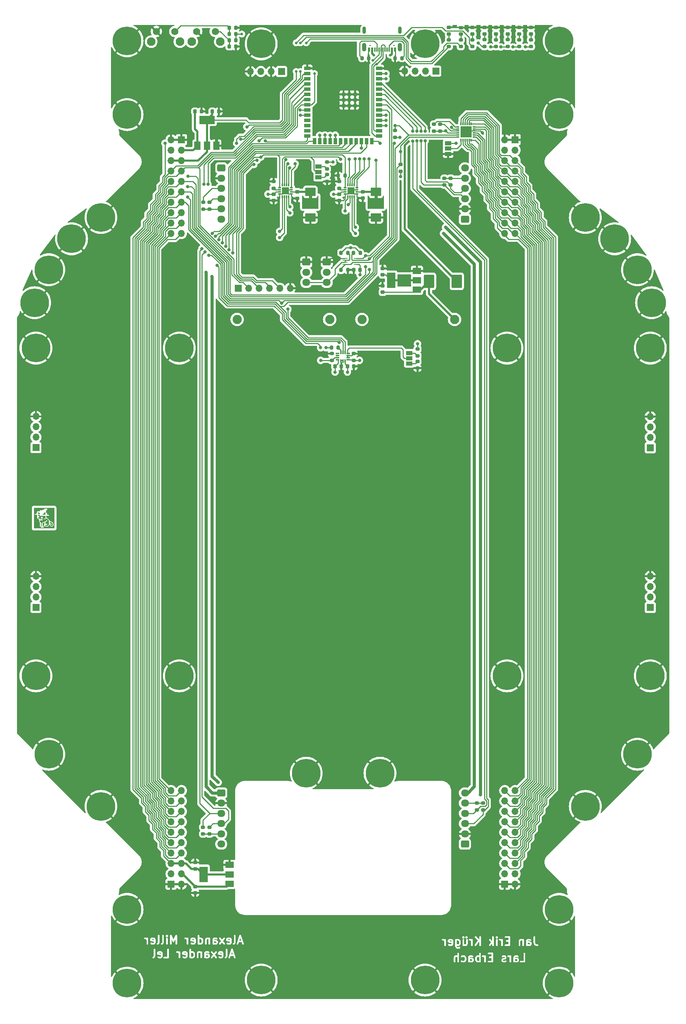
<source format=gbl>
%TF.GenerationSoftware,KiCad,Pcbnew,7.0.10*%
%TF.CreationDate,2024-05-27T11:18:24+02:00*%
%TF.ProjectId,Edurob,45647572-6f62-42e6-9b69-6361645f7063,rev?*%
%TF.SameCoordinates,Original*%
%TF.FileFunction,Copper,L2,Bot*%
%TF.FilePolarity,Positive*%
%FSLAX46Y46*%
G04 Gerber Fmt 4.6, Leading zero omitted, Abs format (unit mm)*
G04 Created by KiCad (PCBNEW 7.0.10) date 2024-05-27 11:18:24*
%MOMM*%
%LPD*%
G01*
G04 APERTURE LIST*
G04 Aperture macros list*
%AMRoundRect*
0 Rectangle with rounded corners*
0 $1 Rounding radius*
0 $2 $3 $4 $5 $6 $7 $8 $9 X,Y pos of 4 corners*
0 Add a 4 corners polygon primitive as box body*
4,1,4,$2,$3,$4,$5,$6,$7,$8,$9,$2,$3,0*
0 Add four circle primitives for the rounded corners*
1,1,$1+$1,$2,$3*
1,1,$1+$1,$4,$5*
1,1,$1+$1,$6,$7*
1,1,$1+$1,$8,$9*
0 Add four rect primitives between the rounded corners*
20,1,$1+$1,$2,$3,$4,$5,0*
20,1,$1+$1,$4,$5,$6,$7,0*
20,1,$1+$1,$6,$7,$8,$9,0*
20,1,$1+$1,$8,$9,$2,$3,0*%
G04 Aperture macros list end*
%ADD10C,0.400000*%
%TA.AperFunction,ComponentPad*%
%ADD11R,1.700000X1.700000*%
%TD*%
%TA.AperFunction,ComponentPad*%
%ADD12O,1.700000X1.700000*%
%TD*%
%TA.AperFunction,SMDPad,CuDef*%
%ADD13RoundRect,0.200000X0.200000X0.275000X-0.200000X0.275000X-0.200000X-0.275000X0.200000X-0.275000X0*%
%TD*%
%TA.AperFunction,SMDPad,CuDef*%
%ADD14RoundRect,0.200000X-0.200000X-0.275000X0.200000X-0.275000X0.200000X0.275000X-0.200000X0.275000X0*%
%TD*%
%TA.AperFunction,SMDPad,CuDef*%
%ADD15RoundRect,0.200000X0.275000X-0.200000X0.275000X0.200000X-0.275000X0.200000X-0.275000X-0.200000X0*%
%TD*%
%TA.AperFunction,SMDPad,CuDef*%
%ADD16RoundRect,0.200000X-0.275000X0.200000X-0.275000X-0.200000X0.275000X-0.200000X0.275000X0.200000X0*%
%TD*%
%TA.AperFunction,SMDPad,CuDef*%
%ADD17RoundRect,0.225000X-0.250000X0.225000X-0.250000X-0.225000X0.250000X-0.225000X0.250000X0.225000X0*%
%TD*%
%TA.AperFunction,ComponentPad*%
%ADD18C,7.000000*%
%TD*%
%TA.AperFunction,SMDPad,CuDef*%
%ADD19R,2.000000X1.500000*%
%TD*%
%TA.AperFunction,SMDPad,CuDef*%
%ADD20R,2.000000X3.800000*%
%TD*%
%TA.AperFunction,ComponentPad*%
%ADD21RoundRect,0.250000X-0.725000X0.600000X-0.725000X-0.600000X0.725000X-0.600000X0.725000X0.600000X0*%
%TD*%
%TA.AperFunction,ComponentPad*%
%ADD22O,1.950000X1.700000*%
%TD*%
%TA.AperFunction,SMDPad,CuDef*%
%ADD23RoundRect,0.218750X-0.256250X0.218750X-0.256250X-0.218750X0.256250X-0.218750X0.256250X0.218750X0*%
%TD*%
%TA.AperFunction,SMDPad,CuDef*%
%ADD24RoundRect,0.225000X-0.225000X-0.250000X0.225000X-0.250000X0.225000X0.250000X-0.225000X0.250000X0*%
%TD*%
%TA.AperFunction,SMDPad,CuDef*%
%ADD25R,1.500000X1.000000*%
%TD*%
%TA.AperFunction,ComponentPad*%
%ADD26C,2.100000*%
%TD*%
%TA.AperFunction,ComponentPad*%
%ADD27C,1.750000*%
%TD*%
%TA.AperFunction,SMDPad,CuDef*%
%ADD28RoundRect,0.225000X0.250000X-0.225000X0.250000X0.225000X-0.250000X0.225000X-0.250000X-0.225000X0*%
%TD*%
%TA.AperFunction,SMDPad,CuDef*%
%ADD29RoundRect,0.250000X-1.025000X0.787500X-1.025000X-0.787500X1.025000X-0.787500X1.025000X0.787500X0*%
%TD*%
%TA.AperFunction,ComponentPad*%
%ADD30C,2.250000*%
%TD*%
%TA.AperFunction,SMDPad,CuDef*%
%ADD31R,0.800000X0.300000*%
%TD*%
%TA.AperFunction,SMDPad,CuDef*%
%ADD32R,0.300000X0.800000*%
%TD*%
%TA.AperFunction,SMDPad,CuDef*%
%ADD33R,1.700000X1.700000*%
%TD*%
%TA.AperFunction,SMDPad,CuDef*%
%ADD34R,2.750000X2.750000*%
%TD*%
%TA.AperFunction,SMDPad,CuDef*%
%ADD35R,1.500000X2.000000*%
%TD*%
%TA.AperFunction,SMDPad,CuDef*%
%ADD36R,3.800000X2.000000*%
%TD*%
%TA.AperFunction,SMDPad,CuDef*%
%ADD37R,1.500000X0.900000*%
%TD*%
%TA.AperFunction,SMDPad,CuDef*%
%ADD38R,0.900000X1.500000*%
%TD*%
%TA.AperFunction,SMDPad,CuDef*%
%ADD39R,0.900000X0.900000*%
%TD*%
%TA.AperFunction,SMDPad,CuDef*%
%ADD40R,1.168400X0.254000*%
%TD*%
%TA.AperFunction,SMDPad,CuDef*%
%ADD41R,0.600000X1.140000*%
%TD*%
%TA.AperFunction,SMDPad,CuDef*%
%ADD42R,0.300000X1.140000*%
%TD*%
%TA.AperFunction,ComponentPad*%
%ADD43O,1.050000X2.100000*%
%TD*%
%TA.AperFunction,ComponentPad*%
%ADD44O,0.900000X1.800000*%
%TD*%
%TA.AperFunction,SMDPad,CuDef*%
%ADD45RoundRect,0.250000X-1.000000X1.400000X-1.000000X-1.400000X1.000000X-1.400000X1.000000X1.400000X0*%
%TD*%
%TA.AperFunction,ComponentPad*%
%ADD46RoundRect,0.250000X0.725000X-0.600000X0.725000X0.600000X-0.725000X0.600000X-0.725000X-0.600000X0*%
%TD*%
%TA.AperFunction,SMDPad,CuDef*%
%ADD47RoundRect,0.225000X0.225000X0.250000X-0.225000X0.250000X-0.225000X-0.250000X0.225000X-0.250000X0*%
%TD*%
%TA.AperFunction,SMDPad,CuDef*%
%ADD48R,0.928000X0.300000*%
%TD*%
%TA.AperFunction,SMDPad,CuDef*%
%ADD49R,0.300000X0.924000*%
%TD*%
%TA.AperFunction,ViaPad*%
%ADD50C,0.800000*%
%TD*%
%TA.AperFunction,ViaPad*%
%ADD51C,0.650000*%
%TD*%
%TA.AperFunction,Conductor*%
%ADD52C,0.250000*%
%TD*%
%TA.AperFunction,Conductor*%
%ADD53C,0.800000*%
%TD*%
%TA.AperFunction,Conductor*%
%ADD54C,0.500000*%
%TD*%
%ADD55C,0.350000*%
%ADD56O,0.600000X1.700000*%
%ADD57O,0.600000X1.400000*%
G04 APERTURE END LIST*
D10*
G36*
X155492530Y-257645413D02*
G01*
X155536840Y-257734032D01*
X155536840Y-257823810D01*
X154993867Y-257715216D01*
X155028768Y-257645412D01*
X155117386Y-257601104D01*
X155403913Y-257601104D01*
X155492530Y-257645413D01*
G37*
G36*
X161587769Y-257645413D02*
G01*
X161632079Y-257734032D01*
X161632079Y-257823810D01*
X161089106Y-257715216D01*
X161124007Y-257645412D01*
X161212625Y-257601104D01*
X161499152Y-257601104D01*
X161587769Y-257645413D01*
G37*
G36*
X163332656Y-257660713D02*
G01*
X163381993Y-257710050D01*
X163441603Y-257829270D01*
X163441603Y-258306272D01*
X163381994Y-258425488D01*
X163332654Y-258474829D01*
X163213438Y-258534438D01*
X162926911Y-258534438D01*
X162889222Y-258515593D01*
X162889222Y-257619948D01*
X162926911Y-257601104D01*
X163213438Y-257601104D01*
X163332656Y-257660713D01*
G37*
G36*
X167016342Y-258216842D02*
G01*
X167060651Y-258305460D01*
X167060651Y-258401510D01*
X167016341Y-258490128D01*
X166927724Y-258534438D01*
X166545959Y-258534438D01*
X166508270Y-258515593D01*
X166508270Y-258172533D01*
X166927724Y-258172533D01*
X167016342Y-258216842D01*
G37*
G36*
X170349675Y-257645413D02*
G01*
X170393985Y-257734032D01*
X170393985Y-257823810D01*
X169851012Y-257715216D01*
X169885913Y-257645412D01*
X169974531Y-257601104D01*
X170261058Y-257601104D01*
X170349675Y-257645413D01*
G37*
G36*
X173078404Y-257963009D02*
G01*
X172680995Y-257963009D01*
X172879699Y-257366894D01*
X173078404Y-257963009D01*
G37*
G36*
X174030468Y-259220152D02*
G01*
X153160263Y-259220152D01*
X153160263Y-258692834D01*
X153445977Y-258692834D01*
X153447298Y-258781833D01*
X153487104Y-258861444D01*
X153557511Y-258915900D01*
X153644571Y-258934416D01*
X153731045Y-258913323D01*
X153921521Y-258818085D01*
X153936657Y-258805642D01*
X153954441Y-258797401D01*
X153970611Y-258777729D01*
X153990279Y-258761562D01*
X153998518Y-258743781D01*
X154010964Y-258728642D01*
X154106202Y-258538165D01*
X154106562Y-258536688D01*
X154107510Y-258535500D01*
X154117091Y-258493521D01*
X154127294Y-258451692D01*
X154126977Y-258450205D01*
X154127316Y-258448723D01*
X154127316Y-257877295D01*
X154584459Y-257877295D01*
X154585073Y-257879987D01*
X154584532Y-257882695D01*
X154594946Y-257923244D01*
X154604265Y-257964072D01*
X154605987Y-257966231D01*
X154606674Y-257968906D01*
X154633659Y-258000930D01*
X154659761Y-258033661D01*
X154662248Y-258034858D01*
X154664028Y-258036971D01*
X154702225Y-258054111D01*
X154739955Y-258072281D01*
X154742718Y-258072281D01*
X154745236Y-258073411D01*
X155536840Y-258231731D01*
X155536840Y-258401510D01*
X155492530Y-258490128D01*
X155403913Y-258534438D01*
X155117386Y-258534438D01*
X154969140Y-258460315D01*
X154882666Y-258439222D01*
X154795606Y-258457738D01*
X154725199Y-258512194D01*
X154685393Y-258591805D01*
X154684072Y-258680804D01*
X154721496Y-258761563D01*
X154790254Y-258818085D01*
X154980731Y-258913324D01*
X154982207Y-258913684D01*
X154983396Y-258914632D01*
X155025374Y-258924213D01*
X155067204Y-258934416D01*
X155068690Y-258934099D01*
X155070173Y-258934438D01*
X155451126Y-258934438D01*
X155452608Y-258934099D01*
X155454095Y-258934416D01*
X155495901Y-258924218D01*
X155537903Y-258914632D01*
X155539092Y-258913683D01*
X155540569Y-258913323D01*
X155731045Y-258818085D01*
X155746181Y-258805642D01*
X155763965Y-258797401D01*
X155779138Y-258778942D01*
X156113283Y-258778942D01*
X156151903Y-258859136D01*
X156221492Y-258914632D01*
X156308269Y-258934438D01*
X157260650Y-258934438D01*
X157282618Y-258929424D01*
X157305154Y-258929424D01*
X157325457Y-258919646D01*
X157347427Y-258914632D01*
X157365046Y-258900580D01*
X157385348Y-258890804D01*
X157399398Y-258873186D01*
X157417016Y-258859136D01*
X157426792Y-258838834D01*
X157440844Y-258821215D01*
X157445858Y-258799245D01*
X157455636Y-258778942D01*
X157455636Y-258756406D01*
X157460650Y-258734438D01*
X157460650Y-257445608D01*
X159256140Y-257445608D01*
X159294760Y-257525802D01*
X159364349Y-257581298D01*
X159451126Y-257601104D01*
X159594390Y-257601104D01*
X159713608Y-257660713D01*
X159762945Y-257710050D01*
X159822555Y-257829270D01*
X159822555Y-258734438D01*
X159842361Y-258821215D01*
X159897857Y-258890804D01*
X159978051Y-258929424D01*
X160067059Y-258929424D01*
X160147253Y-258890804D01*
X160202749Y-258821215D01*
X160222555Y-258734438D01*
X160222555Y-257877295D01*
X160679698Y-257877295D01*
X160680312Y-257879987D01*
X160679771Y-257882695D01*
X160690185Y-257923244D01*
X160699504Y-257964072D01*
X160701226Y-257966231D01*
X160701913Y-257968906D01*
X160728898Y-258000930D01*
X160755000Y-258033661D01*
X160757487Y-258034858D01*
X160759267Y-258036971D01*
X160797464Y-258054111D01*
X160835194Y-258072281D01*
X160837957Y-258072281D01*
X160840475Y-258073411D01*
X161632079Y-258231731D01*
X161632079Y-258401510D01*
X161587769Y-258490128D01*
X161499152Y-258534438D01*
X161212625Y-258534438D01*
X161064379Y-258460315D01*
X160977905Y-258439222D01*
X160890845Y-258457738D01*
X160820438Y-258512194D01*
X160780632Y-258591805D01*
X160779311Y-258680804D01*
X160816735Y-258761563D01*
X160885493Y-258818085D01*
X161075970Y-258913324D01*
X161077446Y-258913684D01*
X161078635Y-258914632D01*
X161120613Y-258924213D01*
X161162443Y-258934416D01*
X161163929Y-258934099D01*
X161165412Y-258934438D01*
X161546365Y-258934438D01*
X161547847Y-258934099D01*
X161549334Y-258934416D01*
X161591140Y-258924218D01*
X161633142Y-258914632D01*
X161634331Y-258913683D01*
X161635808Y-258913323D01*
X161826284Y-258818085D01*
X161841420Y-258805642D01*
X161859204Y-258797401D01*
X161875374Y-258777729D01*
X161895042Y-258761562D01*
X161903281Y-258743781D01*
X161910962Y-258734438D01*
X162489222Y-258734438D01*
X162509028Y-258821215D01*
X162564524Y-258890804D01*
X162644718Y-258929424D01*
X162733726Y-258929424D01*
X162778923Y-258907657D01*
X162790256Y-258913324D01*
X162791732Y-258913684D01*
X162792921Y-258914632D01*
X162834899Y-258924213D01*
X162876729Y-258934416D01*
X162878215Y-258934099D01*
X162879698Y-258934438D01*
X163260651Y-258934438D01*
X163262133Y-258934099D01*
X163263620Y-258934416D01*
X163305426Y-258924218D01*
X163347428Y-258914632D01*
X163348617Y-258913683D01*
X163350094Y-258913323D01*
X163540570Y-258818085D01*
X163565364Y-258797702D01*
X163592549Y-258780621D01*
X163638731Y-258734438D01*
X164298746Y-258734438D01*
X164318552Y-258821215D01*
X164374048Y-258890804D01*
X164454242Y-258929424D01*
X164543250Y-258929424D01*
X164623444Y-258890804D01*
X164678940Y-258821215D01*
X164698746Y-258734438D01*
X164698746Y-257734032D01*
X164743055Y-257645412D01*
X164831673Y-257601104D01*
X165022962Y-257601104D01*
X165142180Y-257660713D01*
X165155889Y-257674422D01*
X165155889Y-258734438D01*
X165175695Y-258821215D01*
X165231191Y-258890804D01*
X165311385Y-258929424D01*
X165400393Y-258929424D01*
X165480587Y-258890804D01*
X165536083Y-258821215D01*
X165555889Y-258734438D01*
X166108270Y-258734438D01*
X166128076Y-258821215D01*
X166183572Y-258890804D01*
X166263766Y-258929424D01*
X166352774Y-258929424D01*
X166397971Y-258907657D01*
X166409304Y-258913324D01*
X166410780Y-258913684D01*
X166411969Y-258914632D01*
X166453947Y-258924213D01*
X166495777Y-258934416D01*
X166497263Y-258934099D01*
X166498746Y-258934438D01*
X166974937Y-258934438D01*
X166976419Y-258934099D01*
X166977906Y-258934416D01*
X167019712Y-258924218D01*
X167061714Y-258914632D01*
X167062903Y-258913683D01*
X167064380Y-258913323D01*
X167254856Y-258818085D01*
X167269992Y-258805642D01*
X167287776Y-258797401D01*
X167303946Y-258777729D01*
X167323614Y-258761562D01*
X167331853Y-258743781D01*
X167344299Y-258728642D01*
X167362947Y-258691345D01*
X167732015Y-258691345D01*
X167732659Y-258780350D01*
X167771857Y-258860264D01*
X167841846Y-258915255D01*
X167928764Y-258934433D01*
X168015395Y-258914000D01*
X168084582Y-258858002D01*
X168451127Y-258391489D01*
X168817674Y-258858003D01*
X168886860Y-258914000D01*
X168973491Y-258934433D01*
X169060409Y-258915255D01*
X169130398Y-258860264D01*
X169169596Y-258780351D01*
X169170240Y-258691345D01*
X169132201Y-258610874D01*
X168705477Y-258067771D01*
X168855137Y-257877295D01*
X169441604Y-257877295D01*
X169442218Y-257879987D01*
X169441677Y-257882695D01*
X169452091Y-257923244D01*
X169461410Y-257964072D01*
X169463132Y-257966231D01*
X169463819Y-257968906D01*
X169490804Y-258000930D01*
X169516906Y-258033661D01*
X169519393Y-258034858D01*
X169521173Y-258036971D01*
X169559370Y-258054111D01*
X169597100Y-258072281D01*
X169599863Y-258072281D01*
X169602381Y-258073411D01*
X170393985Y-258231731D01*
X170393985Y-258401510D01*
X170349675Y-258490128D01*
X170261058Y-258534438D01*
X169974531Y-258534438D01*
X169826285Y-258460315D01*
X169739811Y-258439222D01*
X169652751Y-258457738D01*
X169582344Y-258512194D01*
X169542538Y-258591805D01*
X169541217Y-258680804D01*
X169578641Y-258761563D01*
X169647399Y-258818085D01*
X169837876Y-258913324D01*
X169839352Y-258913684D01*
X169840541Y-258914632D01*
X169882519Y-258924213D01*
X169924349Y-258934416D01*
X169925835Y-258934099D01*
X169927318Y-258934438D01*
X170308271Y-258934438D01*
X170309753Y-258934099D01*
X170311240Y-258934416D01*
X170353046Y-258924218D01*
X170395048Y-258914632D01*
X170396237Y-258913683D01*
X170397714Y-258913323D01*
X170588190Y-258818085D01*
X170603326Y-258805642D01*
X170621110Y-258797401D01*
X170637280Y-258777729D01*
X170656948Y-258761562D01*
X170665187Y-258743781D01*
X170677633Y-258728642D01*
X170695537Y-258692834D01*
X171065027Y-258692834D01*
X171066348Y-258781833D01*
X171106154Y-258861444D01*
X171176561Y-258915900D01*
X171263621Y-258934416D01*
X171350095Y-258913323D01*
X171540571Y-258818085D01*
X171555707Y-258805642D01*
X171573491Y-258797401D01*
X171589661Y-258777729D01*
X171609329Y-258761562D01*
X171610155Y-258759780D01*
X172014645Y-258759780D01*
X172045287Y-258843347D01*
X172109153Y-258905345D01*
X172193593Y-258933491D01*
X172281885Y-258922213D01*
X172356539Y-258873744D01*
X172402770Y-258797684D01*
X172547662Y-258363009D01*
X173211738Y-258363009D01*
X173356629Y-258797684D01*
X173402860Y-258873744D01*
X173477514Y-258922213D01*
X173565806Y-258933491D01*
X173650246Y-258905345D01*
X173714112Y-258843347D01*
X173744754Y-258759780D01*
X173736103Y-258671193D01*
X173069437Y-256671193D01*
X173056210Y-256649432D01*
X173047446Y-256625529D01*
X173033385Y-256611880D01*
X173023206Y-256595132D01*
X173001847Y-256581265D01*
X172983580Y-256563532D01*
X172964989Y-256557335D01*
X172948552Y-256546663D01*
X172923295Y-256543436D01*
X172899140Y-256535385D01*
X172879700Y-256537868D01*
X172860260Y-256535385D01*
X172836103Y-256543436D01*
X172810848Y-256546663D01*
X172794412Y-256557333D01*
X172775820Y-256563531D01*
X172757549Y-256581266D01*
X172736194Y-256595132D01*
X172726014Y-256611879D01*
X172711954Y-256625529D01*
X172703188Y-256649433D01*
X172689963Y-256671193D01*
X172023296Y-258671192D01*
X172014645Y-258759780D01*
X171610155Y-258759780D01*
X171617568Y-258743781D01*
X171630014Y-258728642D01*
X171725252Y-258538165D01*
X171725612Y-258536688D01*
X171726560Y-258535500D01*
X171736141Y-258493521D01*
X171746344Y-258451692D01*
X171746027Y-258450205D01*
X171746366Y-258448723D01*
X171746366Y-256734438D01*
X171726560Y-256647661D01*
X171671064Y-256578072D01*
X171590870Y-256539452D01*
X171501862Y-256539452D01*
X171421668Y-256578072D01*
X171366172Y-256647661D01*
X171346366Y-256734438D01*
X171346366Y-258401510D01*
X171302056Y-258490128D01*
X171171209Y-258555553D01*
X171102451Y-258612075D01*
X171065027Y-258692834D01*
X170695537Y-258692834D01*
X170772871Y-258538165D01*
X170773231Y-258536688D01*
X170774179Y-258535500D01*
X170783760Y-258493521D01*
X170793963Y-258451692D01*
X170793646Y-258450205D01*
X170793985Y-258448723D01*
X170793985Y-257686819D01*
X170793646Y-257685336D01*
X170793963Y-257683850D01*
X170783760Y-257642020D01*
X170774179Y-257600042D01*
X170773231Y-257598853D01*
X170772871Y-257597377D01*
X170677633Y-257406900D01*
X170665187Y-257391760D01*
X170656948Y-257373980D01*
X170637280Y-257357812D01*
X170621110Y-257338141D01*
X170603326Y-257329899D01*
X170588190Y-257317457D01*
X170397714Y-257222219D01*
X170396237Y-257221858D01*
X170395048Y-257220910D01*
X170353046Y-257211323D01*
X170311240Y-257201126D01*
X170309753Y-257201442D01*
X170308271Y-257201104D01*
X169927318Y-257201104D01*
X169925835Y-257201442D01*
X169924349Y-257201126D01*
X169882519Y-257211328D01*
X169840541Y-257220910D01*
X169839352Y-257221857D01*
X169837876Y-257222218D01*
X169647399Y-257317457D01*
X169632261Y-257329900D01*
X169614479Y-257338141D01*
X169598310Y-257357810D01*
X169578641Y-257373979D01*
X169570400Y-257391761D01*
X169557957Y-257406899D01*
X169462718Y-257597377D01*
X169462357Y-257598853D01*
X169461410Y-257600042D01*
X169451828Y-257642020D01*
X169441626Y-257683850D01*
X169441942Y-257685336D01*
X169441604Y-257686819D01*
X169441604Y-257877295D01*
X168855137Y-257877295D01*
X169132201Y-257524668D01*
X169170240Y-257444197D01*
X169169596Y-257355191D01*
X169130398Y-257275278D01*
X169060409Y-257220287D01*
X168973491Y-257201109D01*
X168886860Y-257221542D01*
X168817674Y-257277539D01*
X168451127Y-257744052D01*
X168084582Y-257277540D01*
X168015395Y-257221542D01*
X167928764Y-257201109D01*
X167841846Y-257220287D01*
X167771857Y-257275278D01*
X167732659Y-257355192D01*
X167732015Y-257444197D01*
X167770054Y-257524668D01*
X168196777Y-258067771D01*
X167770054Y-258610874D01*
X167732015Y-258691345D01*
X167362947Y-258691345D01*
X167439537Y-258538165D01*
X167439897Y-258536688D01*
X167440845Y-258535500D01*
X167450426Y-258493521D01*
X167460629Y-258451692D01*
X167460312Y-258450205D01*
X167460651Y-258448723D01*
X167460651Y-258258247D01*
X167460312Y-258256764D01*
X167460629Y-258255278D01*
X167450426Y-258213448D01*
X167440845Y-258171470D01*
X167439897Y-258170281D01*
X167439537Y-258168805D01*
X167344298Y-257978328D01*
X167331853Y-257963189D01*
X167323614Y-257945409D01*
X167303946Y-257929241D01*
X167287776Y-257909570D01*
X167269992Y-257901329D01*
X167254856Y-257888886D01*
X167064380Y-257793648D01*
X167062903Y-257793287D01*
X167061714Y-257792339D01*
X167019712Y-257782752D01*
X166977906Y-257772555D01*
X166976419Y-257772871D01*
X166974937Y-257772533D01*
X166545959Y-257772533D01*
X166508270Y-257753688D01*
X166508270Y-257734032D01*
X166552579Y-257645412D01*
X166641197Y-257601104D01*
X166927724Y-257601104D01*
X167075971Y-257675228D01*
X167162444Y-257696320D01*
X167249505Y-257677804D01*
X167319911Y-257623348D01*
X167359717Y-257543737D01*
X167361038Y-257454738D01*
X167323614Y-257373980D01*
X167254856Y-257317457D01*
X167064380Y-257222219D01*
X167062903Y-257221858D01*
X167061714Y-257220910D01*
X167019712Y-257211323D01*
X166977906Y-257201126D01*
X166976419Y-257201442D01*
X166974937Y-257201104D01*
X166593984Y-257201104D01*
X166592501Y-257201442D01*
X166591015Y-257201126D01*
X166549185Y-257211328D01*
X166507207Y-257220910D01*
X166506018Y-257221857D01*
X166504542Y-257222218D01*
X166314065Y-257317457D01*
X166298927Y-257329900D01*
X166281145Y-257338141D01*
X166264976Y-257357810D01*
X166245307Y-257373979D01*
X166237066Y-257391761D01*
X166224623Y-257406899D01*
X166129384Y-257597377D01*
X166129023Y-257598853D01*
X166128076Y-257600042D01*
X166118494Y-257642020D01*
X166108292Y-257683850D01*
X166108608Y-257685336D01*
X166108270Y-257686819D01*
X166108270Y-258734438D01*
X165555889Y-258734438D01*
X165555889Y-257401104D01*
X165536083Y-257314327D01*
X165480587Y-257244738D01*
X165400393Y-257206118D01*
X165311385Y-257206118D01*
X165231191Y-257244738D01*
X165223626Y-257254223D01*
X165159618Y-257222219D01*
X165158141Y-257221858D01*
X165156952Y-257220910D01*
X165114950Y-257211323D01*
X165073144Y-257201126D01*
X165071657Y-257201442D01*
X165070175Y-257201104D01*
X164784460Y-257201104D01*
X164782977Y-257201442D01*
X164781491Y-257201126D01*
X164739661Y-257211328D01*
X164697683Y-257220910D01*
X164696494Y-257221857D01*
X164695018Y-257222218D01*
X164504541Y-257317457D01*
X164489403Y-257329900D01*
X164471621Y-257338141D01*
X164455452Y-257357810D01*
X164435783Y-257373979D01*
X164427542Y-257391761D01*
X164415099Y-257406899D01*
X164319860Y-257597377D01*
X164319499Y-257598853D01*
X164318552Y-257600042D01*
X164308970Y-257642020D01*
X164298768Y-257683850D01*
X164299084Y-257685336D01*
X164298746Y-257686819D01*
X164298746Y-258734438D01*
X163638731Y-258734438D01*
X163687787Y-258685381D01*
X163704865Y-258658201D01*
X163725250Y-258633404D01*
X163820489Y-258442927D01*
X163820849Y-258441450D01*
X163821797Y-258440262D01*
X163831378Y-258398283D01*
X163841581Y-258356454D01*
X163841264Y-258354967D01*
X163841603Y-258353485D01*
X163841603Y-257782057D01*
X163841264Y-257780574D01*
X163841581Y-257779088D01*
X163831378Y-257737258D01*
X163821797Y-257695280D01*
X163820849Y-257694091D01*
X163820489Y-257692615D01*
X163725251Y-257502138D01*
X163704863Y-257477336D01*
X163687786Y-257450159D01*
X163592548Y-257354921D01*
X163565367Y-257337842D01*
X163540570Y-257317457D01*
X163350094Y-257222219D01*
X163348617Y-257221858D01*
X163347428Y-257220910D01*
X163305426Y-257211323D01*
X163263620Y-257201126D01*
X163262133Y-257201442D01*
X163260651Y-257201104D01*
X162889222Y-257201104D01*
X162889222Y-256734438D01*
X162869416Y-256647661D01*
X162813920Y-256578072D01*
X162733726Y-256539452D01*
X162644718Y-256539452D01*
X162564524Y-256578072D01*
X162509028Y-256647661D01*
X162489222Y-256734438D01*
X162489222Y-258734438D01*
X161910962Y-258734438D01*
X161915727Y-258728642D01*
X162010965Y-258538165D01*
X162011325Y-258536688D01*
X162012273Y-258535500D01*
X162021854Y-258493521D01*
X162032057Y-258451692D01*
X162031740Y-258450205D01*
X162032079Y-258448723D01*
X162032079Y-257686819D01*
X162031740Y-257685336D01*
X162032057Y-257683850D01*
X162021854Y-257642020D01*
X162012273Y-257600042D01*
X162011325Y-257598853D01*
X162010965Y-257597377D01*
X161915727Y-257406900D01*
X161903281Y-257391760D01*
X161895042Y-257373980D01*
X161875374Y-257357812D01*
X161859204Y-257338141D01*
X161841420Y-257329899D01*
X161826284Y-257317457D01*
X161635808Y-257222219D01*
X161634331Y-257221858D01*
X161633142Y-257220910D01*
X161591140Y-257211323D01*
X161549334Y-257201126D01*
X161547847Y-257201442D01*
X161546365Y-257201104D01*
X161165412Y-257201104D01*
X161163929Y-257201442D01*
X161162443Y-257201126D01*
X161120613Y-257211328D01*
X161078635Y-257220910D01*
X161077446Y-257221857D01*
X161075970Y-257222218D01*
X160885493Y-257317457D01*
X160870355Y-257329900D01*
X160852573Y-257338141D01*
X160836404Y-257357810D01*
X160816735Y-257373979D01*
X160808494Y-257391761D01*
X160796051Y-257406899D01*
X160700812Y-257597377D01*
X160700451Y-257598853D01*
X160699504Y-257600042D01*
X160689922Y-257642020D01*
X160679720Y-257683850D01*
X160680036Y-257685336D01*
X160679698Y-257686819D01*
X160679698Y-257877295D01*
X160222555Y-257877295D01*
X160222555Y-257401104D01*
X160202749Y-257314327D01*
X160147253Y-257244738D01*
X160067059Y-257206118D01*
X159978051Y-257206118D01*
X159897857Y-257244738D01*
X159863142Y-257288267D01*
X159731046Y-257222219D01*
X159729569Y-257221858D01*
X159728380Y-257220910D01*
X159686378Y-257211323D01*
X159644572Y-257201126D01*
X159643085Y-257201442D01*
X159641603Y-257201104D01*
X159451126Y-257201104D01*
X159364349Y-257220910D01*
X159294760Y-257276406D01*
X159256140Y-257356600D01*
X159256140Y-257445608D01*
X157460650Y-257445608D01*
X157460650Y-256734438D01*
X157440844Y-256647661D01*
X157385348Y-256578072D01*
X157305154Y-256539452D01*
X157216146Y-256539452D01*
X157135952Y-256578072D01*
X157080456Y-256647661D01*
X157060650Y-256734438D01*
X157060650Y-258534438D01*
X156308269Y-258534438D01*
X156221492Y-258554244D01*
X156151903Y-258609740D01*
X156113283Y-258689934D01*
X156113283Y-258778942D01*
X155779138Y-258778942D01*
X155780135Y-258777729D01*
X155799803Y-258761562D01*
X155808042Y-258743781D01*
X155820488Y-258728642D01*
X155915726Y-258538165D01*
X155916086Y-258536688D01*
X155917034Y-258535500D01*
X155926615Y-258493521D01*
X155936818Y-258451692D01*
X155936501Y-258450205D01*
X155936840Y-258448723D01*
X155936840Y-257686819D01*
X155936501Y-257685336D01*
X155936818Y-257683850D01*
X155926615Y-257642020D01*
X155917034Y-257600042D01*
X155916086Y-257598853D01*
X155915726Y-257597377D01*
X155820488Y-257406900D01*
X155808042Y-257391760D01*
X155799803Y-257373980D01*
X155780135Y-257357812D01*
X155763965Y-257338141D01*
X155746181Y-257329899D01*
X155731045Y-257317457D01*
X155540569Y-257222219D01*
X155539092Y-257221858D01*
X155537903Y-257220910D01*
X155495901Y-257211323D01*
X155454095Y-257201126D01*
X155452608Y-257201442D01*
X155451126Y-257201104D01*
X155070173Y-257201104D01*
X155068690Y-257201442D01*
X155067204Y-257201126D01*
X155025374Y-257211328D01*
X154983396Y-257220910D01*
X154982207Y-257221857D01*
X154980731Y-257222218D01*
X154790254Y-257317457D01*
X154775116Y-257329900D01*
X154757334Y-257338141D01*
X154741165Y-257357810D01*
X154721496Y-257373979D01*
X154713255Y-257391761D01*
X154700812Y-257406899D01*
X154605573Y-257597377D01*
X154605212Y-257598853D01*
X154604265Y-257600042D01*
X154594683Y-257642020D01*
X154584481Y-257683850D01*
X154584797Y-257685336D01*
X154584459Y-257686819D01*
X154584459Y-257877295D01*
X154127316Y-257877295D01*
X154127316Y-256734438D01*
X154107510Y-256647661D01*
X154052014Y-256578072D01*
X153971820Y-256539452D01*
X153882812Y-256539452D01*
X153802618Y-256578072D01*
X153747122Y-256647661D01*
X153727316Y-256734438D01*
X153727316Y-258401510D01*
X153683006Y-258490128D01*
X153552159Y-258555553D01*
X153483401Y-258612075D01*
X153445977Y-258692834D01*
X153160263Y-258692834D01*
X153160263Y-256249671D01*
X174030468Y-256249671D01*
X174030468Y-259220152D01*
G37*
G36*
X228189798Y-254658638D02*
G01*
X228239135Y-254707975D01*
X228298745Y-254827195D01*
X228298745Y-255304197D01*
X228239136Y-255423413D01*
X228189796Y-255472754D01*
X228070580Y-255532363D01*
X227784053Y-255532363D01*
X227746364Y-255513518D01*
X227746364Y-254617873D01*
X227784053Y-254599029D01*
X228070580Y-254599029D01*
X228189798Y-254658638D01*
G37*
G36*
X226444911Y-254643338D02*
G01*
X226489221Y-254731957D01*
X226489221Y-254821735D01*
X225946248Y-254713141D01*
X225981149Y-254643337D01*
X226069767Y-254599029D01*
X226356294Y-254599029D01*
X226444911Y-254643338D01*
G37*
G36*
X245587771Y-255214767D02*
G01*
X245632080Y-255303385D01*
X245632080Y-255399435D01*
X245587770Y-255488053D01*
X245499153Y-255532363D01*
X245117388Y-255532363D01*
X245079699Y-255513518D01*
X245079699Y-255170458D01*
X245499153Y-255170458D01*
X245587771Y-255214767D01*
G37*
G36*
X247931828Y-256884743D02*
G01*
X223827568Y-256884743D01*
X223827568Y-256018077D01*
X227346364Y-256018077D01*
X227346702Y-256019559D01*
X227346386Y-256021046D01*
X227356583Y-256062852D01*
X227366170Y-256104854D01*
X227367118Y-256106043D01*
X227367479Y-256107520D01*
X227462717Y-256297996D01*
X227483102Y-256322793D01*
X227500181Y-256349974D01*
X227595419Y-256445212D01*
X227622596Y-256462289D01*
X227647398Y-256482677D01*
X227837875Y-256577915D01*
X227839351Y-256578275D01*
X227840540Y-256579223D01*
X227882518Y-256588804D01*
X227924348Y-256599007D01*
X227925834Y-256598690D01*
X227927317Y-256599029D01*
X228213031Y-256599029D01*
X228214513Y-256598690D01*
X228216000Y-256599007D01*
X228257806Y-256588809D01*
X228299808Y-256579223D01*
X228300997Y-256578274D01*
X228302474Y-256577914D01*
X228492950Y-256482676D01*
X228561708Y-256426153D01*
X228599132Y-256345395D01*
X228597811Y-256256396D01*
X228558005Y-256176785D01*
X228487599Y-256122329D01*
X228400538Y-256103813D01*
X228314065Y-256124905D01*
X228165818Y-256199029D01*
X227974530Y-256199029D01*
X227855310Y-256139419D01*
X227805973Y-256090082D01*
X227746364Y-255970863D01*
X227746364Y-255932363D01*
X228117793Y-255932363D01*
X228119275Y-255932024D01*
X228120762Y-255932341D01*
X228162568Y-255922143D01*
X228204570Y-255912557D01*
X228205759Y-255911608D01*
X228207236Y-255911248D01*
X228397712Y-255816010D01*
X228422506Y-255795627D01*
X228449691Y-255778546D01*
X228495873Y-255732363D01*
X229155888Y-255732363D01*
X229175694Y-255819140D01*
X229231190Y-255888729D01*
X229311384Y-255927349D01*
X229400392Y-255927349D01*
X229480586Y-255888729D01*
X229488150Y-255879243D01*
X229552160Y-255911249D01*
X229553636Y-255911609D01*
X229554825Y-255912557D01*
X229596803Y-255922138D01*
X229638633Y-255932341D01*
X229640119Y-255932024D01*
X229641602Y-255932363D01*
X229927317Y-255932363D01*
X229928799Y-255932024D01*
X229930286Y-255932341D01*
X229972092Y-255922143D01*
X230014094Y-255912557D01*
X230015283Y-255911608D01*
X230016760Y-255911248D01*
X230207236Y-255816010D01*
X230222372Y-255803567D01*
X230240156Y-255795326D01*
X230256326Y-255775654D01*
X230275994Y-255759487D01*
X230284233Y-255741706D01*
X230296679Y-255726567D01*
X230391917Y-255536090D01*
X230392277Y-255534613D01*
X230393225Y-255533425D01*
X230402806Y-255491446D01*
X230413009Y-255449617D01*
X230412692Y-255448130D01*
X230413031Y-255446648D01*
X230413031Y-254443533D01*
X230684711Y-254443533D01*
X230723331Y-254523727D01*
X230792920Y-254579223D01*
X230879697Y-254599029D01*
X231022961Y-254599029D01*
X231142179Y-254658638D01*
X231191516Y-254707975D01*
X231251126Y-254827195D01*
X231251126Y-255732363D01*
X231270932Y-255819140D01*
X231326428Y-255888729D01*
X231406622Y-255927349D01*
X231495630Y-255927349D01*
X231575824Y-255888729D01*
X231631320Y-255819140D01*
X231651126Y-255732363D01*
X231651126Y-254399029D01*
X231631320Y-254312252D01*
X231575824Y-254242663D01*
X231495630Y-254204043D01*
X231406622Y-254204043D01*
X231326428Y-254242663D01*
X231291713Y-254286192D01*
X231159617Y-254220144D01*
X231158140Y-254219783D01*
X231156951Y-254218835D01*
X231114949Y-254209248D01*
X231073143Y-254199051D01*
X231071656Y-254199367D01*
X231070174Y-254199029D01*
X230879697Y-254199029D01*
X230792920Y-254218835D01*
X230723331Y-254274331D01*
X230684711Y-254354525D01*
X230684711Y-254443533D01*
X230413031Y-254443533D01*
X230413031Y-254399029D01*
X230393225Y-254312252D01*
X230337729Y-254242663D01*
X230257535Y-254204043D01*
X230168527Y-254204043D01*
X230088333Y-254242663D01*
X230032837Y-254312252D01*
X230013031Y-254399029D01*
X230013031Y-255399435D01*
X229968721Y-255488053D01*
X229880104Y-255532363D01*
X229688815Y-255532363D01*
X229569597Y-255472754D01*
X229555888Y-255459044D01*
X229555888Y-254399029D01*
X229536082Y-254312252D01*
X229480586Y-254242663D01*
X229400392Y-254204043D01*
X229311384Y-254204043D01*
X229231190Y-254242663D01*
X229175694Y-254312252D01*
X229155888Y-254399029D01*
X229155888Y-255732363D01*
X228495873Y-255732363D01*
X228544929Y-255683306D01*
X228562007Y-255656126D01*
X228582392Y-255631329D01*
X228677631Y-255440852D01*
X228677991Y-255439375D01*
X228678939Y-255438187D01*
X228688520Y-255396208D01*
X228698723Y-255354379D01*
X228698406Y-255352892D01*
X228698745Y-255351410D01*
X228698745Y-254779982D01*
X228698406Y-254778499D01*
X228698723Y-254777013D01*
X228688520Y-254735183D01*
X228678939Y-254693205D01*
X228677991Y-254692016D01*
X228677631Y-254690540D01*
X228582393Y-254500063D01*
X228562005Y-254475261D01*
X228544928Y-254448084D01*
X228449690Y-254352846D01*
X228422509Y-254335767D01*
X228397712Y-254315382D01*
X228207236Y-254220144D01*
X228205759Y-254219783D01*
X228204570Y-254218835D01*
X228162568Y-254209248D01*
X228120762Y-254199051D01*
X228119275Y-254199367D01*
X228117793Y-254199029D01*
X227736840Y-254199029D01*
X227735357Y-254199367D01*
X227733871Y-254199051D01*
X227692041Y-254209253D01*
X227650063Y-254218835D01*
X227648874Y-254219782D01*
X227647398Y-254220143D01*
X227636065Y-254225809D01*
X227590868Y-254204043D01*
X227501860Y-254204043D01*
X227421666Y-254242663D01*
X227366170Y-254312252D01*
X227346364Y-254399029D01*
X227346364Y-256018077D01*
X223827568Y-256018077D01*
X223827568Y-254443533D01*
X224113282Y-254443533D01*
X224151902Y-254523727D01*
X224221491Y-254579223D01*
X224308268Y-254599029D01*
X224451532Y-254599029D01*
X224570750Y-254658638D01*
X224620087Y-254707975D01*
X224679697Y-254827195D01*
X224679697Y-255732363D01*
X224699503Y-255819140D01*
X224754999Y-255888729D01*
X224835193Y-255927349D01*
X224924201Y-255927349D01*
X225004395Y-255888729D01*
X225059891Y-255819140D01*
X225079697Y-255732363D01*
X225079697Y-254875220D01*
X225536840Y-254875220D01*
X225537454Y-254877912D01*
X225536913Y-254880620D01*
X225547327Y-254921169D01*
X225556646Y-254961997D01*
X225558368Y-254964156D01*
X225559055Y-254966831D01*
X225586040Y-254998855D01*
X225612142Y-255031586D01*
X225614629Y-255032783D01*
X225616409Y-255034896D01*
X225654606Y-255052036D01*
X225692336Y-255070206D01*
X225695099Y-255070206D01*
X225697617Y-255071336D01*
X226489221Y-255229656D01*
X226489221Y-255399435D01*
X226444911Y-255488053D01*
X226356294Y-255532363D01*
X226069767Y-255532363D01*
X225921521Y-255458240D01*
X225835047Y-255437147D01*
X225747987Y-255455663D01*
X225677580Y-255510119D01*
X225637774Y-255589730D01*
X225636453Y-255678729D01*
X225673877Y-255759488D01*
X225742635Y-255816010D01*
X225933112Y-255911249D01*
X225934588Y-255911609D01*
X225935777Y-255912557D01*
X225977755Y-255922138D01*
X226019585Y-255932341D01*
X226021071Y-255932024D01*
X226022554Y-255932363D01*
X226403507Y-255932363D01*
X226404989Y-255932024D01*
X226406476Y-255932341D01*
X226448282Y-255922143D01*
X226490284Y-255912557D01*
X226491473Y-255911608D01*
X226492950Y-255911248D01*
X226683426Y-255816010D01*
X226698562Y-255803567D01*
X226716346Y-255795326D01*
X226732516Y-255775654D01*
X226752184Y-255759487D01*
X226760423Y-255741706D01*
X226772869Y-255726567D01*
X226868107Y-255536090D01*
X226868467Y-255534613D01*
X226869415Y-255533425D01*
X226878996Y-255491446D01*
X226889199Y-255449617D01*
X226888882Y-255448130D01*
X226889221Y-255446648D01*
X226889221Y-254684744D01*
X226888882Y-254683261D01*
X226889199Y-254681775D01*
X226878996Y-254639945D01*
X226869415Y-254597967D01*
X226868467Y-254596778D01*
X226868107Y-254595302D01*
X226772869Y-254404825D01*
X226760423Y-254389685D01*
X226752184Y-254371905D01*
X226732516Y-254355737D01*
X226716346Y-254336066D01*
X226698562Y-254327824D01*
X226683426Y-254315382D01*
X226492950Y-254220144D01*
X226491473Y-254219783D01*
X226490284Y-254218835D01*
X226448282Y-254209248D01*
X226406476Y-254199051D01*
X226404989Y-254199367D01*
X226403507Y-254199029D01*
X226022554Y-254199029D01*
X226021071Y-254199367D01*
X226019585Y-254199051D01*
X225977755Y-254209253D01*
X225935777Y-254218835D01*
X225934588Y-254219782D01*
X225933112Y-254220143D01*
X225742635Y-254315382D01*
X225727497Y-254327825D01*
X225709715Y-254336066D01*
X225693546Y-254355735D01*
X225673877Y-254371904D01*
X225665636Y-254389686D01*
X225653193Y-254404824D01*
X225557954Y-254595302D01*
X225557593Y-254596778D01*
X225556646Y-254597967D01*
X225547064Y-254639945D01*
X225536862Y-254681775D01*
X225537178Y-254683261D01*
X225536840Y-254684744D01*
X225536840Y-254875220D01*
X225079697Y-254875220D01*
X225079697Y-254399029D01*
X225059891Y-254312252D01*
X225004395Y-254242663D01*
X224924201Y-254204043D01*
X224835193Y-254204043D01*
X224754999Y-254242663D01*
X224720284Y-254286192D01*
X224588188Y-254220144D01*
X224586711Y-254219783D01*
X224585522Y-254218835D01*
X224543520Y-254209248D01*
X224501714Y-254199051D01*
X224500227Y-254199367D01*
X224498745Y-254199029D01*
X224308268Y-254199029D01*
X224221491Y-254218835D01*
X224151902Y-254274331D01*
X224113282Y-254354525D01*
X224113282Y-254443533D01*
X223827568Y-254443533D01*
X223827568Y-253849994D01*
X229061908Y-253849994D01*
X229069349Y-253871262D01*
X229071873Y-253893657D01*
X229083862Y-253912737D01*
X229091305Y-253934008D01*
X229107241Y-253949944D01*
X229119229Y-253969022D01*
X229214467Y-254064260D01*
X229224097Y-254070311D01*
X229231190Y-254079205D01*
X229241436Y-254084139D01*
X229249481Y-254092184D01*
X229270751Y-254099626D01*
X229289832Y-254111616D01*
X229301135Y-254112889D01*
X229311384Y-254117825D01*
X229322761Y-254117825D01*
X229333495Y-254121581D01*
X229355888Y-254119058D01*
X229378281Y-254121581D01*
X229389015Y-254117825D01*
X229400392Y-254117825D01*
X229410640Y-254112889D01*
X229421944Y-254111616D01*
X229441024Y-254099626D01*
X229462295Y-254092184D01*
X229470339Y-254084139D01*
X229480586Y-254079205D01*
X229487678Y-254070311D01*
X229497309Y-254064260D01*
X229592547Y-253969022D01*
X229604534Y-253949944D01*
X229620471Y-253934008D01*
X229627913Y-253912737D01*
X229639903Y-253893657D01*
X229642426Y-253871262D01*
X229649868Y-253849994D01*
X229823813Y-253849994D01*
X229831254Y-253871262D01*
X229833778Y-253893657D01*
X229845767Y-253912737D01*
X229853210Y-253934008D01*
X229869146Y-253949944D01*
X229881134Y-253969022D01*
X229976372Y-254064260D01*
X229986002Y-254070311D01*
X229993095Y-254079205D01*
X230003341Y-254084139D01*
X230011386Y-254092184D01*
X230032656Y-254099626D01*
X230051737Y-254111616D01*
X230063040Y-254112889D01*
X230073289Y-254117825D01*
X230084666Y-254117825D01*
X230095400Y-254121581D01*
X230117793Y-254119058D01*
X230140186Y-254121581D01*
X230150920Y-254117825D01*
X230162297Y-254117825D01*
X230172545Y-254112889D01*
X230183849Y-254111616D01*
X230202929Y-254099626D01*
X230224200Y-254092184D01*
X230232244Y-254084139D01*
X230242491Y-254079205D01*
X230249583Y-254070311D01*
X230259214Y-254064260D01*
X230354452Y-253969022D01*
X230366439Y-253949944D01*
X230382376Y-253934008D01*
X230389818Y-253912737D01*
X230401808Y-253893657D01*
X230404331Y-253871262D01*
X230411773Y-253849994D01*
X230409250Y-253827601D01*
X230411773Y-253805208D01*
X230404331Y-253783939D01*
X230401808Y-253761545D01*
X230389818Y-253742464D01*
X230382376Y-253721194D01*
X230371152Y-253709970D01*
X232109527Y-253709970D01*
X232119492Y-253798419D01*
X232166848Y-253873784D01*
X232901336Y-254608272D01*
X232148269Y-255612363D01*
X232112048Y-255693668D01*
X232114691Y-255782637D01*
X232155674Y-255861649D01*
X232226881Y-255915054D01*
X232314208Y-255932275D01*
X232400358Y-255909901D01*
X232468269Y-255852363D01*
X233187050Y-254893986D01*
X233251126Y-254958062D01*
X233251126Y-255732363D01*
X233270932Y-255819140D01*
X233326428Y-255888729D01*
X233406622Y-255927349D01*
X233495630Y-255927349D01*
X233575824Y-255888729D01*
X233631320Y-255819140D01*
X233651126Y-255732363D01*
X233651126Y-254376636D01*
X235633337Y-254376636D01*
X235643302Y-254465085D01*
X235690658Y-254540450D01*
X236139432Y-254989225D01*
X235672079Y-255612363D01*
X235635858Y-255693668D01*
X235638501Y-255782637D01*
X235679484Y-255861649D01*
X235750691Y-255915054D01*
X235838018Y-255932275D01*
X235924168Y-255909901D01*
X235992079Y-255852363D01*
X236393984Y-255316489D01*
X236393984Y-255732363D01*
X236413790Y-255819140D01*
X236469286Y-255888729D01*
X236549480Y-255927349D01*
X236638488Y-255927349D01*
X236718682Y-255888729D01*
X236774178Y-255819140D01*
X236793984Y-255732363D01*
X237346365Y-255732363D01*
X237366171Y-255819140D01*
X237421667Y-255888729D01*
X237501861Y-255927349D01*
X237590869Y-255927349D01*
X237671063Y-255888729D01*
X237726559Y-255819140D01*
X237746365Y-255732363D01*
X237746365Y-254443533D01*
X238018045Y-254443533D01*
X238056665Y-254523727D01*
X238126254Y-254579223D01*
X238213031Y-254599029D01*
X238356295Y-254599029D01*
X238475513Y-254658638D01*
X238524850Y-254707975D01*
X238584460Y-254827195D01*
X238584460Y-255732363D01*
X238604266Y-255819140D01*
X238659762Y-255888729D01*
X238739956Y-255927349D01*
X238828964Y-255927349D01*
X238909158Y-255888729D01*
X238964654Y-255819140D01*
X238974302Y-255776867D01*
X239446617Y-255776867D01*
X239485237Y-255857061D01*
X239554826Y-255912557D01*
X239641603Y-255932363D01*
X240593984Y-255932363D01*
X240615952Y-255927349D01*
X240638488Y-255927349D01*
X240658791Y-255917571D01*
X240680761Y-255912557D01*
X240698380Y-255898505D01*
X240718682Y-255888729D01*
X240732732Y-255871111D01*
X240750350Y-255857061D01*
X240760126Y-255836759D01*
X240774178Y-255819140D01*
X240779192Y-255797170D01*
X240788970Y-255776867D01*
X240788970Y-255754331D01*
X240793984Y-255732363D01*
X242870175Y-255732363D01*
X242889981Y-255819140D01*
X242945477Y-255888729D01*
X243025671Y-255927349D01*
X243114679Y-255927349D01*
X243194873Y-255888729D01*
X243250369Y-255819140D01*
X243270175Y-255732363D01*
X243270175Y-254731957D01*
X243314484Y-254643337D01*
X243403102Y-254599029D01*
X243594391Y-254599029D01*
X243713609Y-254658638D01*
X243727318Y-254672347D01*
X243727318Y-255732363D01*
X243747124Y-255819140D01*
X243802620Y-255888729D01*
X243882814Y-255927349D01*
X243971822Y-255927349D01*
X244052016Y-255888729D01*
X244107512Y-255819140D01*
X244127318Y-255732363D01*
X244679699Y-255732363D01*
X244699505Y-255819140D01*
X244755001Y-255888729D01*
X244835195Y-255927349D01*
X244924203Y-255927349D01*
X244969400Y-255905582D01*
X244980733Y-255911249D01*
X244982209Y-255911609D01*
X244983398Y-255912557D01*
X245025376Y-255922138D01*
X245067206Y-255932341D01*
X245068692Y-255932024D01*
X245070175Y-255932363D01*
X245546366Y-255932363D01*
X245547848Y-255932024D01*
X245549335Y-255932341D01*
X245591141Y-255922143D01*
X245633143Y-255912557D01*
X245634332Y-255911608D01*
X245635809Y-255911248D01*
X245826285Y-255816010D01*
X245841421Y-255803567D01*
X245859205Y-255795326D01*
X245875375Y-255775654D01*
X245895043Y-255759487D01*
X245903282Y-255741706D01*
X245915728Y-255726567D01*
X246010966Y-255536090D01*
X246011326Y-255534613D01*
X246012274Y-255533425D01*
X246021855Y-255491446D01*
X246032058Y-255449617D01*
X246031741Y-255448130D01*
X246032080Y-255446648D01*
X246032080Y-255256172D01*
X246031741Y-255254689D01*
X246032058Y-255253203D01*
X246021855Y-255211373D01*
X246012274Y-255169395D01*
X246011326Y-255168206D01*
X246010966Y-255166730D01*
X246008068Y-255160934D01*
X246489223Y-255160934D01*
X246496366Y-255192234D01*
X246499487Y-255224180D01*
X246594725Y-255509894D01*
X246595514Y-255511193D01*
X246595685Y-255512703D01*
X246618595Y-255549165D01*
X246640957Y-255585954D01*
X246642230Y-255586780D01*
X246643040Y-255588069D01*
X246833516Y-255778546D01*
X246834803Y-255779355D01*
X246835632Y-255780631D01*
X246872422Y-255802993D01*
X246908881Y-255825902D01*
X246910392Y-255826072D01*
X246911692Y-255826862D01*
X247197406Y-255922100D01*
X247229356Y-255925220D01*
X247260652Y-255932363D01*
X247451128Y-255932363D01*
X247537905Y-255912557D01*
X247607494Y-255857061D01*
X247646114Y-255776867D01*
X247646114Y-255687859D01*
X247607494Y-255607665D01*
X247537905Y-255552169D01*
X247451128Y-255532363D01*
X247293109Y-255532363D01*
X247082973Y-255462317D01*
X246959267Y-255338610D01*
X246889223Y-255128479D01*
X246889223Y-253732363D01*
X246869417Y-253645586D01*
X246813921Y-253575997D01*
X246733727Y-253537377D01*
X246644719Y-253537377D01*
X246564525Y-253575997D01*
X246509029Y-253645586D01*
X246489223Y-253732363D01*
X246489223Y-255160934D01*
X246008068Y-255160934D01*
X245915727Y-254976253D01*
X245903282Y-254961114D01*
X245895043Y-254943334D01*
X245875375Y-254927166D01*
X245859205Y-254907495D01*
X245841421Y-254899254D01*
X245826285Y-254886811D01*
X245635809Y-254791573D01*
X245634332Y-254791212D01*
X245633143Y-254790264D01*
X245591141Y-254780677D01*
X245549335Y-254770480D01*
X245547848Y-254770796D01*
X245546366Y-254770458D01*
X245117388Y-254770458D01*
X245079699Y-254751613D01*
X245079699Y-254731957D01*
X245124008Y-254643337D01*
X245212626Y-254599029D01*
X245499153Y-254599029D01*
X245647400Y-254673153D01*
X245733873Y-254694245D01*
X245820934Y-254675729D01*
X245891340Y-254621273D01*
X245931146Y-254541662D01*
X245932467Y-254452663D01*
X245895043Y-254371905D01*
X245826285Y-254315382D01*
X245635809Y-254220144D01*
X245634332Y-254219783D01*
X245633143Y-254218835D01*
X245591141Y-254209248D01*
X245549335Y-254199051D01*
X245547848Y-254199367D01*
X245546366Y-254199029D01*
X245165413Y-254199029D01*
X245163930Y-254199367D01*
X245162444Y-254199051D01*
X245120614Y-254209253D01*
X245078636Y-254218835D01*
X245077447Y-254219782D01*
X245075971Y-254220143D01*
X244885494Y-254315382D01*
X244870356Y-254327825D01*
X244852574Y-254336066D01*
X244836405Y-254355735D01*
X244816736Y-254371904D01*
X244808495Y-254389686D01*
X244796052Y-254404824D01*
X244700813Y-254595302D01*
X244700452Y-254596778D01*
X244699505Y-254597967D01*
X244689923Y-254639945D01*
X244679721Y-254681775D01*
X244680037Y-254683261D01*
X244679699Y-254684744D01*
X244679699Y-255732363D01*
X244127318Y-255732363D01*
X244127318Y-254399029D01*
X244107512Y-254312252D01*
X244052016Y-254242663D01*
X243971822Y-254204043D01*
X243882814Y-254204043D01*
X243802620Y-254242663D01*
X243795055Y-254252148D01*
X243731047Y-254220144D01*
X243729570Y-254219783D01*
X243728381Y-254218835D01*
X243686379Y-254209248D01*
X243644573Y-254199051D01*
X243643086Y-254199367D01*
X243641604Y-254199029D01*
X243355889Y-254199029D01*
X243354406Y-254199367D01*
X243352920Y-254199051D01*
X243311090Y-254209253D01*
X243269112Y-254218835D01*
X243267923Y-254219782D01*
X243266447Y-254220143D01*
X243075970Y-254315382D01*
X243060832Y-254327825D01*
X243043050Y-254336066D01*
X243026881Y-254355735D01*
X243007212Y-254371904D01*
X242998971Y-254389686D01*
X242986528Y-254404824D01*
X242891289Y-254595302D01*
X242890928Y-254596778D01*
X242889981Y-254597967D01*
X242880399Y-254639945D01*
X242870197Y-254681775D01*
X242870513Y-254683261D01*
X242870175Y-254684744D01*
X242870175Y-255732363D01*
X240793984Y-255732363D01*
X240793984Y-253732363D01*
X240788970Y-253710394D01*
X240788970Y-253687859D01*
X240779192Y-253667555D01*
X240774178Y-253645586D01*
X240760126Y-253627966D01*
X240750350Y-253607665D01*
X240732732Y-253593614D01*
X240718682Y-253575997D01*
X240698380Y-253566220D01*
X240680761Y-253552169D01*
X240658791Y-253547154D01*
X240638488Y-253537377D01*
X240615952Y-253537377D01*
X240593984Y-253532363D01*
X239641603Y-253532363D01*
X239554826Y-253552169D01*
X239485237Y-253607665D01*
X239446617Y-253687859D01*
X239446617Y-253776867D01*
X239485237Y-253857061D01*
X239554826Y-253912557D01*
X239641603Y-253932363D01*
X240393984Y-253932363D01*
X240393984Y-254484744D01*
X239927317Y-254484744D01*
X239840540Y-254504550D01*
X239770951Y-254560046D01*
X239732331Y-254640240D01*
X239732331Y-254729248D01*
X239770951Y-254809442D01*
X239840540Y-254864938D01*
X239927317Y-254884744D01*
X240393984Y-254884744D01*
X240393984Y-255532363D01*
X239641603Y-255532363D01*
X239554826Y-255552169D01*
X239485237Y-255607665D01*
X239446617Y-255687859D01*
X239446617Y-255776867D01*
X238974302Y-255776867D01*
X238984460Y-255732363D01*
X238984460Y-254399029D01*
X238964654Y-254312252D01*
X238909158Y-254242663D01*
X238828964Y-254204043D01*
X238739956Y-254204043D01*
X238659762Y-254242663D01*
X238625047Y-254286192D01*
X238492951Y-254220144D01*
X238491474Y-254219783D01*
X238490285Y-254218835D01*
X238448283Y-254209248D01*
X238406477Y-254199051D01*
X238404990Y-254199367D01*
X238403508Y-254199029D01*
X238213031Y-254199029D01*
X238126254Y-254218835D01*
X238056665Y-254274331D01*
X238018045Y-254354525D01*
X238018045Y-254443533D01*
X237746365Y-254443533D01*
X237746365Y-254399029D01*
X237726559Y-254312252D01*
X237671063Y-254242663D01*
X237590869Y-254204043D01*
X237501861Y-254204043D01*
X237421667Y-254242663D01*
X237366171Y-254312252D01*
X237346365Y-254399029D01*
X237346365Y-255732363D01*
X236793984Y-255732363D01*
X236793984Y-253849994D01*
X237252385Y-253849994D01*
X237259826Y-253871262D01*
X237262350Y-253893657D01*
X237274339Y-253912737D01*
X237281782Y-253934008D01*
X237297718Y-253949944D01*
X237309706Y-253969022D01*
X237404944Y-254064260D01*
X237414574Y-254070311D01*
X237421667Y-254079205D01*
X237431913Y-254084139D01*
X237439958Y-254092184D01*
X237461228Y-254099626D01*
X237480309Y-254111616D01*
X237491612Y-254112889D01*
X237501861Y-254117825D01*
X237513238Y-254117825D01*
X237523972Y-254121581D01*
X237546365Y-254119058D01*
X237568758Y-254121581D01*
X237579492Y-254117825D01*
X237590869Y-254117825D01*
X237601117Y-254112889D01*
X237612421Y-254111616D01*
X237631501Y-254099626D01*
X237652772Y-254092184D01*
X237660816Y-254084139D01*
X237671063Y-254079205D01*
X237678155Y-254070311D01*
X237687786Y-254064260D01*
X237783024Y-253969022D01*
X237795011Y-253949944D01*
X237810948Y-253934008D01*
X237818390Y-253912737D01*
X237830380Y-253893657D01*
X237832903Y-253871262D01*
X237840345Y-253849994D01*
X237837822Y-253827601D01*
X237840345Y-253805208D01*
X237832903Y-253783939D01*
X237830380Y-253761545D01*
X237818390Y-253742464D01*
X237810948Y-253721194D01*
X237795011Y-253705257D01*
X237783024Y-253686180D01*
X237687786Y-253590942D01*
X237678155Y-253584890D01*
X237671063Y-253575997D01*
X237660816Y-253571062D01*
X237652772Y-253563018D01*
X237631501Y-253555575D01*
X237612421Y-253543586D01*
X237601117Y-253542312D01*
X237590869Y-253537377D01*
X237579492Y-253537377D01*
X237568758Y-253533621D01*
X237546365Y-253536143D01*
X237523972Y-253533621D01*
X237513238Y-253537377D01*
X237501861Y-253537377D01*
X237491612Y-253542312D01*
X237480309Y-253543586D01*
X237461228Y-253555575D01*
X237439958Y-253563018D01*
X237431913Y-253571062D01*
X237421667Y-253575997D01*
X237414574Y-253584890D01*
X237404944Y-253590942D01*
X237309706Y-253686180D01*
X237297718Y-253705257D01*
X237281782Y-253721194D01*
X237274339Y-253742464D01*
X237262350Y-253761545D01*
X237259826Y-253783939D01*
X237252385Y-253805208D01*
X237254907Y-253827601D01*
X237252385Y-253849994D01*
X236793984Y-253849994D01*
X236793984Y-253732363D01*
X236774178Y-253645586D01*
X236718682Y-253575997D01*
X236638488Y-253537377D01*
X236549480Y-253537377D01*
X236469286Y-253575997D01*
X236413790Y-253645586D01*
X236393984Y-253732363D01*
X236393984Y-254678091D01*
X235973500Y-254257608D01*
X235898135Y-254210252D01*
X235809686Y-254200287D01*
X235725672Y-254229684D01*
X235662734Y-254292622D01*
X235633337Y-254376636D01*
X233651126Y-254376636D01*
X233651126Y-253732363D01*
X233631320Y-253645586D01*
X233575824Y-253575997D01*
X233495630Y-253537377D01*
X233406622Y-253537377D01*
X233326428Y-253575997D01*
X233270932Y-253645586D01*
X233251126Y-253732363D01*
X233251126Y-254392378D01*
X232449690Y-253590942D01*
X232374325Y-253543586D01*
X232285876Y-253533621D01*
X232201862Y-253563018D01*
X232138924Y-253625956D01*
X232109527Y-253709970D01*
X230371152Y-253709970D01*
X230366439Y-253705257D01*
X230354452Y-253686180D01*
X230259214Y-253590942D01*
X230249583Y-253584890D01*
X230242491Y-253575997D01*
X230232244Y-253571062D01*
X230224200Y-253563018D01*
X230202929Y-253555575D01*
X230183849Y-253543586D01*
X230172545Y-253542312D01*
X230162297Y-253537377D01*
X230150920Y-253537377D01*
X230140186Y-253533621D01*
X230117793Y-253536143D01*
X230095400Y-253533621D01*
X230084666Y-253537377D01*
X230073289Y-253537377D01*
X230063040Y-253542312D01*
X230051737Y-253543586D01*
X230032656Y-253555575D01*
X230011386Y-253563018D01*
X230003341Y-253571062D01*
X229993095Y-253575997D01*
X229986002Y-253584890D01*
X229976372Y-253590942D01*
X229881134Y-253686180D01*
X229869146Y-253705257D01*
X229853210Y-253721194D01*
X229845767Y-253742464D01*
X229833778Y-253761545D01*
X229831254Y-253783939D01*
X229823813Y-253805208D01*
X229826335Y-253827601D01*
X229823813Y-253849994D01*
X229649868Y-253849994D01*
X229647345Y-253827601D01*
X229649868Y-253805208D01*
X229642426Y-253783939D01*
X229639903Y-253761545D01*
X229627913Y-253742464D01*
X229620471Y-253721194D01*
X229604534Y-253705257D01*
X229592547Y-253686180D01*
X229497309Y-253590942D01*
X229487678Y-253584890D01*
X229480586Y-253575997D01*
X229470339Y-253571062D01*
X229462295Y-253563018D01*
X229441024Y-253555575D01*
X229421944Y-253543586D01*
X229410640Y-253542312D01*
X229400392Y-253537377D01*
X229389015Y-253537377D01*
X229378281Y-253533621D01*
X229355888Y-253536143D01*
X229333495Y-253533621D01*
X229322761Y-253537377D01*
X229311384Y-253537377D01*
X229301135Y-253542312D01*
X229289832Y-253543586D01*
X229270751Y-253555575D01*
X229249481Y-253563018D01*
X229241436Y-253571062D01*
X229231190Y-253575997D01*
X229224097Y-253584890D01*
X229214467Y-253590942D01*
X229119229Y-253686180D01*
X229107241Y-253705257D01*
X229091305Y-253721194D01*
X229083862Y-253742464D01*
X229071873Y-253761545D01*
X229069349Y-253783939D01*
X229061908Y-253805208D01*
X229064430Y-253827601D01*
X229061908Y-253849994D01*
X223827568Y-253849994D01*
X223827568Y-253246649D01*
X247931828Y-253246649D01*
X247931828Y-256884743D01*
G37*
G36*
X231444913Y-259216842D02*
G01*
X231489222Y-259305460D01*
X231489222Y-259401510D01*
X231444912Y-259490128D01*
X231356295Y-259534438D01*
X230974530Y-259534438D01*
X230936841Y-259515593D01*
X230936841Y-259172533D01*
X231356295Y-259172533D01*
X231444913Y-259216842D01*
G37*
G36*
X233203508Y-258619948D02*
G01*
X233203508Y-259515593D01*
X233165819Y-259534438D01*
X232879292Y-259534438D01*
X232760074Y-259474829D01*
X232710736Y-259425489D01*
X232651127Y-259306271D01*
X232651127Y-258829270D01*
X232710737Y-258710049D01*
X232760074Y-258660713D01*
X232879292Y-258601104D01*
X233165819Y-258601104D01*
X233203508Y-258619948D01*
G37*
G36*
X242492533Y-259216842D02*
G01*
X242536842Y-259305460D01*
X242536842Y-259401510D01*
X242492532Y-259490128D01*
X242403915Y-259534438D01*
X242022150Y-259534438D01*
X241984461Y-259515593D01*
X241984461Y-259172533D01*
X242403915Y-259172533D01*
X242492533Y-259216842D01*
G37*
G36*
X244746366Y-260220152D02*
G01*
X226727317Y-260220152D01*
X226727317Y-259734438D01*
X227013031Y-259734438D01*
X227032837Y-259821215D01*
X227088333Y-259890804D01*
X227168527Y-259929424D01*
X227257535Y-259929424D01*
X227337729Y-259890804D01*
X227393225Y-259821215D01*
X227413031Y-259734438D01*
X227413031Y-258734032D01*
X227457340Y-258645412D01*
X227545958Y-258601104D01*
X227737247Y-258601104D01*
X227856465Y-258660713D01*
X227870174Y-258674422D01*
X227870174Y-259734438D01*
X227889980Y-259821215D01*
X227945476Y-259890804D01*
X228025670Y-259929424D01*
X228114678Y-259929424D01*
X228194872Y-259890804D01*
X228250368Y-259821215D01*
X228270174Y-259734438D01*
X228270174Y-259680804D01*
X228731692Y-259680804D01*
X228769116Y-259761563D01*
X228837874Y-259818085D01*
X229028351Y-259913324D01*
X229029827Y-259913684D01*
X229031016Y-259914632D01*
X229072994Y-259924213D01*
X229114824Y-259934416D01*
X229116310Y-259934099D01*
X229117793Y-259934438D01*
X229498746Y-259934438D01*
X229500228Y-259934099D01*
X229501715Y-259934416D01*
X229543521Y-259924218D01*
X229585523Y-259914632D01*
X229586712Y-259913683D01*
X229588189Y-259913323D01*
X229778665Y-259818085D01*
X229803459Y-259797702D01*
X229830644Y-259780621D01*
X229876826Y-259734438D01*
X230536841Y-259734438D01*
X230556647Y-259821215D01*
X230612143Y-259890804D01*
X230692337Y-259929424D01*
X230781345Y-259929424D01*
X230826542Y-259907657D01*
X230837875Y-259913324D01*
X230839351Y-259913684D01*
X230840540Y-259914632D01*
X230882518Y-259924213D01*
X230924348Y-259934416D01*
X230925834Y-259934099D01*
X230927317Y-259934438D01*
X231403508Y-259934438D01*
X231404990Y-259934099D01*
X231406477Y-259934416D01*
X231448283Y-259924218D01*
X231490285Y-259914632D01*
X231491474Y-259913683D01*
X231492951Y-259913323D01*
X231683427Y-259818085D01*
X231698563Y-259805642D01*
X231716347Y-259797401D01*
X231732517Y-259777729D01*
X231752185Y-259761562D01*
X231760424Y-259743781D01*
X231772870Y-259728642D01*
X231868108Y-259538165D01*
X231868468Y-259536688D01*
X231869416Y-259535500D01*
X231878997Y-259493521D01*
X231889200Y-259451692D01*
X231888883Y-259450205D01*
X231889222Y-259448723D01*
X231889222Y-259353485D01*
X232251127Y-259353485D01*
X232251465Y-259354967D01*
X232251149Y-259356454D01*
X232261346Y-259398260D01*
X232270933Y-259440262D01*
X232271881Y-259441451D01*
X232272242Y-259442928D01*
X232367480Y-259633404D01*
X232387863Y-259658199D01*
X232404943Y-259685382D01*
X232500181Y-259780621D01*
X232527362Y-259797700D01*
X232552160Y-259818085D01*
X232742637Y-259913324D01*
X232744113Y-259913684D01*
X232745302Y-259914632D01*
X232787280Y-259924213D01*
X232829110Y-259934416D01*
X232830596Y-259934099D01*
X232832079Y-259934438D01*
X233213032Y-259934438D01*
X233214514Y-259934099D01*
X233216001Y-259934416D01*
X233257807Y-259924218D01*
X233299809Y-259914632D01*
X233300998Y-259913683D01*
X233302475Y-259913323D01*
X233313806Y-259907657D01*
X233359004Y-259929424D01*
X233448012Y-259929424D01*
X233528206Y-259890804D01*
X233583702Y-259821215D01*
X233603508Y-259734438D01*
X233603508Y-258445608D01*
X233875188Y-258445608D01*
X233913808Y-258525802D01*
X233983397Y-258581298D01*
X234070174Y-258601104D01*
X234213438Y-258601104D01*
X234332656Y-258660713D01*
X234381993Y-258710050D01*
X234441603Y-258829270D01*
X234441603Y-259734438D01*
X234461409Y-259821215D01*
X234516905Y-259890804D01*
X234597099Y-259929424D01*
X234686107Y-259929424D01*
X234766301Y-259890804D01*
X234821797Y-259821215D01*
X234831445Y-259778942D01*
X235303760Y-259778942D01*
X235342380Y-259859136D01*
X235411969Y-259914632D01*
X235498746Y-259934438D01*
X236451127Y-259934438D01*
X236473095Y-259929424D01*
X236495631Y-259929424D01*
X236515934Y-259919646D01*
X236537904Y-259914632D01*
X236555523Y-259900580D01*
X236575825Y-259890804D01*
X236589875Y-259873186D01*
X236607493Y-259859136D01*
X236617269Y-259838834D01*
X236631321Y-259821215D01*
X236636335Y-259799245D01*
X236646113Y-259778942D01*
X236646113Y-259756406D01*
X236651127Y-259734438D01*
X236651127Y-259448723D01*
X238632080Y-259448723D01*
X238632418Y-259450205D01*
X238632102Y-259451692D01*
X238642304Y-259493521D01*
X238651886Y-259535500D01*
X238652833Y-259536688D01*
X238653194Y-259538165D01*
X238748433Y-259728643D01*
X238760876Y-259743779D01*
X238769117Y-259761563D01*
X238788786Y-259777732D01*
X238804955Y-259797401D01*
X238822737Y-259805641D01*
X238837876Y-259818086D01*
X239028353Y-259913324D01*
X239029829Y-259913684D01*
X239031018Y-259914632D01*
X239072996Y-259924213D01*
X239114826Y-259934416D01*
X239116312Y-259934099D01*
X239117795Y-259934438D01*
X239498747Y-259934438D01*
X239500229Y-259934099D01*
X239501716Y-259934416D01*
X239543522Y-259924218D01*
X239585524Y-259914632D01*
X239586713Y-259913683D01*
X239588190Y-259913323D01*
X239778666Y-259818085D01*
X239847424Y-259761562D01*
X239884848Y-259680804D01*
X239883527Y-259591805D01*
X239843721Y-259512194D01*
X239773315Y-259457738D01*
X239686254Y-259439222D01*
X239599781Y-259460314D01*
X239451534Y-259534438D01*
X239165008Y-259534438D01*
X239076389Y-259490128D01*
X239032080Y-259401509D01*
X239032080Y-259400698D01*
X239076389Y-259312080D01*
X239165008Y-259267771D01*
X239403509Y-259267771D01*
X239404991Y-259267432D01*
X239406478Y-259267749D01*
X239448284Y-259257551D01*
X239490286Y-259247965D01*
X239491475Y-259247016D01*
X239492952Y-259246656D01*
X239683428Y-259151418D01*
X239698564Y-259138974D01*
X239716348Y-259130734D01*
X239732518Y-259111062D01*
X239752186Y-259094895D01*
X239760425Y-259077114D01*
X239772870Y-259061976D01*
X239868109Y-258871499D01*
X239868469Y-258870022D01*
X239869417Y-258868834D01*
X239878998Y-258826855D01*
X239889201Y-258785026D01*
X239888884Y-258783539D01*
X239889223Y-258782057D01*
X239889223Y-258686819D01*
X239888884Y-258685336D01*
X239889201Y-258683850D01*
X239878998Y-258642020D01*
X239869417Y-258600042D01*
X239868469Y-258598853D01*
X239868109Y-258597377D01*
X239792225Y-258445608D01*
X240065665Y-258445608D01*
X240104285Y-258525802D01*
X240173874Y-258581298D01*
X240260651Y-258601104D01*
X240403915Y-258601104D01*
X240523133Y-258660713D01*
X240572470Y-258710050D01*
X240632080Y-258829270D01*
X240632080Y-259734438D01*
X240651886Y-259821215D01*
X240707382Y-259890804D01*
X240787576Y-259929424D01*
X240876584Y-259929424D01*
X240956778Y-259890804D01*
X241012274Y-259821215D01*
X241032080Y-259734438D01*
X241584461Y-259734438D01*
X241604267Y-259821215D01*
X241659763Y-259890804D01*
X241739957Y-259929424D01*
X241828965Y-259929424D01*
X241874162Y-259907657D01*
X241885495Y-259913324D01*
X241886971Y-259913684D01*
X241888160Y-259914632D01*
X241930138Y-259924213D01*
X241971968Y-259934416D01*
X241973454Y-259934099D01*
X241974937Y-259934438D01*
X242451128Y-259934438D01*
X242452610Y-259934099D01*
X242454097Y-259934416D01*
X242495903Y-259924218D01*
X242537905Y-259914632D01*
X242539094Y-259913683D01*
X242540571Y-259913323D01*
X242731047Y-259818085D01*
X242746183Y-259805642D01*
X242763967Y-259797401D01*
X242779140Y-259778942D01*
X243113285Y-259778942D01*
X243151905Y-259859136D01*
X243221494Y-259914632D01*
X243308271Y-259934438D01*
X244260652Y-259934438D01*
X244282620Y-259929424D01*
X244305156Y-259929424D01*
X244325459Y-259919646D01*
X244347429Y-259914632D01*
X244365048Y-259900580D01*
X244385350Y-259890804D01*
X244399400Y-259873186D01*
X244417018Y-259859136D01*
X244426794Y-259838834D01*
X244440846Y-259821215D01*
X244445860Y-259799245D01*
X244455638Y-259778942D01*
X244455638Y-259756406D01*
X244460652Y-259734438D01*
X244460652Y-257734438D01*
X244440846Y-257647661D01*
X244385350Y-257578072D01*
X244305156Y-257539452D01*
X244216148Y-257539452D01*
X244135954Y-257578072D01*
X244080458Y-257647661D01*
X244060652Y-257734438D01*
X244060652Y-259534438D01*
X243308271Y-259534438D01*
X243221494Y-259554244D01*
X243151905Y-259609740D01*
X243113285Y-259689934D01*
X243113285Y-259778942D01*
X242779140Y-259778942D01*
X242780137Y-259777729D01*
X242799805Y-259761562D01*
X242808044Y-259743781D01*
X242820490Y-259728642D01*
X242915728Y-259538165D01*
X242916088Y-259536688D01*
X242917036Y-259535500D01*
X242926617Y-259493521D01*
X242936820Y-259451692D01*
X242936503Y-259450205D01*
X242936842Y-259448723D01*
X242936842Y-259258247D01*
X242936503Y-259256764D01*
X242936820Y-259255278D01*
X242926617Y-259213448D01*
X242917036Y-259171470D01*
X242916088Y-259170281D01*
X242915728Y-259168805D01*
X242820489Y-258978328D01*
X242808044Y-258963189D01*
X242799805Y-258945409D01*
X242780137Y-258929241D01*
X242763967Y-258909570D01*
X242746183Y-258901329D01*
X242731047Y-258888886D01*
X242540571Y-258793648D01*
X242539094Y-258793287D01*
X242537905Y-258792339D01*
X242495903Y-258782752D01*
X242454097Y-258772555D01*
X242452610Y-258772871D01*
X242451128Y-258772533D01*
X242022150Y-258772533D01*
X241984461Y-258753688D01*
X241984461Y-258734032D01*
X242028770Y-258645412D01*
X242117388Y-258601104D01*
X242403915Y-258601104D01*
X242552162Y-258675228D01*
X242638635Y-258696320D01*
X242725696Y-258677804D01*
X242796102Y-258623348D01*
X242835908Y-258543737D01*
X242837229Y-258454738D01*
X242799805Y-258373980D01*
X242731047Y-258317457D01*
X242540571Y-258222219D01*
X242539094Y-258221858D01*
X242537905Y-258220910D01*
X242495903Y-258211323D01*
X242454097Y-258201126D01*
X242452610Y-258201442D01*
X242451128Y-258201104D01*
X242070175Y-258201104D01*
X242068692Y-258201442D01*
X242067206Y-258201126D01*
X242025376Y-258211328D01*
X241983398Y-258220910D01*
X241982209Y-258221857D01*
X241980733Y-258222218D01*
X241790256Y-258317457D01*
X241775118Y-258329900D01*
X241757336Y-258338141D01*
X241741167Y-258357810D01*
X241721498Y-258373979D01*
X241713257Y-258391761D01*
X241700814Y-258406899D01*
X241605575Y-258597377D01*
X241605214Y-258598853D01*
X241604267Y-258600042D01*
X241594685Y-258642020D01*
X241584483Y-258683850D01*
X241584799Y-258685336D01*
X241584461Y-258686819D01*
X241584461Y-259734438D01*
X241032080Y-259734438D01*
X241032080Y-258401104D01*
X241012274Y-258314327D01*
X240956778Y-258244738D01*
X240876584Y-258206118D01*
X240787576Y-258206118D01*
X240707382Y-258244738D01*
X240672667Y-258288267D01*
X240540571Y-258222219D01*
X240539094Y-258221858D01*
X240537905Y-258220910D01*
X240495903Y-258211323D01*
X240454097Y-258201126D01*
X240452610Y-258201442D01*
X240451128Y-258201104D01*
X240260651Y-258201104D01*
X240173874Y-258220910D01*
X240104285Y-258276406D01*
X240065665Y-258356600D01*
X240065665Y-258445608D01*
X239792225Y-258445608D01*
X239772871Y-258406900D01*
X239760425Y-258391760D01*
X239752186Y-258373980D01*
X239732518Y-258357812D01*
X239716348Y-258338141D01*
X239698564Y-258329899D01*
X239683428Y-258317457D01*
X239492952Y-258222219D01*
X239491475Y-258221858D01*
X239490286Y-258220910D01*
X239448284Y-258211323D01*
X239406478Y-258201126D01*
X239404991Y-258201442D01*
X239403509Y-258201104D01*
X239117795Y-258201104D01*
X239116312Y-258201442D01*
X239114826Y-258201126D01*
X239072996Y-258211328D01*
X239031018Y-258220910D01*
X239029829Y-258221857D01*
X239028353Y-258222218D01*
X238837876Y-258317456D01*
X238769117Y-258373979D01*
X238731693Y-258454737D01*
X238733014Y-258543736D01*
X238772820Y-258623348D01*
X238843226Y-258677804D01*
X238930287Y-258696320D01*
X239016760Y-258675228D01*
X239165008Y-258601104D01*
X239356296Y-258601104D01*
X239444913Y-258645413D01*
X239489223Y-258734032D01*
X239489223Y-258734844D01*
X239444914Y-258823461D01*
X239356296Y-258867771D01*
X239117795Y-258867771D01*
X239116312Y-258868109D01*
X239114826Y-258867793D01*
X239072996Y-258877995D01*
X239031018Y-258887577D01*
X239029829Y-258888524D01*
X239028353Y-258888885D01*
X238837876Y-258984123D01*
X238822736Y-258996568D01*
X238804956Y-259004808D01*
X238788788Y-259024475D01*
X238769117Y-259040646D01*
X238760875Y-259058429D01*
X238748433Y-259073566D01*
X238653195Y-259264042D01*
X238652834Y-259265518D01*
X238651886Y-259266708D01*
X238642299Y-259308709D01*
X238632102Y-259350516D01*
X238632418Y-259352002D01*
X238632080Y-259353485D01*
X238632080Y-259448723D01*
X236651127Y-259448723D01*
X236651127Y-257734438D01*
X236646113Y-257712469D01*
X236646113Y-257689934D01*
X236636335Y-257669630D01*
X236631321Y-257647661D01*
X236617269Y-257630041D01*
X236607493Y-257609740D01*
X236589875Y-257595689D01*
X236575825Y-257578072D01*
X236555523Y-257568295D01*
X236537904Y-257554244D01*
X236515934Y-257549229D01*
X236495631Y-257539452D01*
X236473095Y-257539452D01*
X236451127Y-257534438D01*
X235498746Y-257534438D01*
X235411969Y-257554244D01*
X235342380Y-257609740D01*
X235303760Y-257689934D01*
X235303760Y-257778942D01*
X235342380Y-257859136D01*
X235411969Y-257914632D01*
X235498746Y-257934438D01*
X236251127Y-257934438D01*
X236251127Y-258486819D01*
X235784460Y-258486819D01*
X235697683Y-258506625D01*
X235628094Y-258562121D01*
X235589474Y-258642315D01*
X235589474Y-258731323D01*
X235628094Y-258811517D01*
X235697683Y-258867013D01*
X235784460Y-258886819D01*
X236251127Y-258886819D01*
X236251127Y-259534438D01*
X235498746Y-259534438D01*
X235411969Y-259554244D01*
X235342380Y-259609740D01*
X235303760Y-259689934D01*
X235303760Y-259778942D01*
X234831445Y-259778942D01*
X234841603Y-259734438D01*
X234841603Y-258401104D01*
X234821797Y-258314327D01*
X234766301Y-258244738D01*
X234686107Y-258206118D01*
X234597099Y-258206118D01*
X234516905Y-258244738D01*
X234482190Y-258288267D01*
X234350094Y-258222219D01*
X234348617Y-258221858D01*
X234347428Y-258220910D01*
X234305426Y-258211323D01*
X234263620Y-258201126D01*
X234262133Y-258201442D01*
X234260651Y-258201104D01*
X234070174Y-258201104D01*
X233983397Y-258220910D01*
X233913808Y-258276406D01*
X233875188Y-258356600D01*
X233875188Y-258445608D01*
X233603508Y-258445608D01*
X233603508Y-257734438D01*
X233583702Y-257647661D01*
X233528206Y-257578072D01*
X233448012Y-257539452D01*
X233359004Y-257539452D01*
X233278810Y-257578072D01*
X233223314Y-257647661D01*
X233203508Y-257734438D01*
X233203508Y-258201104D01*
X232832079Y-258201104D01*
X232830596Y-258201442D01*
X232829110Y-258201126D01*
X232787280Y-258211328D01*
X232745302Y-258220910D01*
X232744113Y-258221857D01*
X232742637Y-258222218D01*
X232552160Y-258317457D01*
X232527360Y-258337843D01*
X232500182Y-258354921D01*
X232404944Y-258450159D01*
X232387866Y-258477337D01*
X232367480Y-258502137D01*
X232272241Y-258692615D01*
X232271880Y-258694091D01*
X232270933Y-258695280D01*
X232261351Y-258737258D01*
X232251149Y-258779088D01*
X232251465Y-258780574D01*
X232251127Y-258782057D01*
X232251127Y-259353485D01*
X231889222Y-259353485D01*
X231889222Y-259258247D01*
X231888883Y-259256764D01*
X231889200Y-259255278D01*
X231878997Y-259213448D01*
X231869416Y-259171470D01*
X231868468Y-259170281D01*
X231868108Y-259168805D01*
X231772869Y-258978328D01*
X231760424Y-258963189D01*
X231752185Y-258945409D01*
X231732517Y-258929241D01*
X231716347Y-258909570D01*
X231698563Y-258901329D01*
X231683427Y-258888886D01*
X231492951Y-258793648D01*
X231491474Y-258793287D01*
X231490285Y-258792339D01*
X231448283Y-258782752D01*
X231406477Y-258772555D01*
X231404990Y-258772871D01*
X231403508Y-258772533D01*
X230974530Y-258772533D01*
X230936841Y-258753688D01*
X230936841Y-258734032D01*
X230981150Y-258645412D01*
X231069768Y-258601104D01*
X231356295Y-258601104D01*
X231504542Y-258675228D01*
X231591015Y-258696320D01*
X231678076Y-258677804D01*
X231748482Y-258623348D01*
X231788288Y-258543737D01*
X231789609Y-258454738D01*
X231752185Y-258373980D01*
X231683427Y-258317457D01*
X231492951Y-258222219D01*
X231491474Y-258221858D01*
X231490285Y-258220910D01*
X231448283Y-258211323D01*
X231406477Y-258201126D01*
X231404990Y-258201442D01*
X231403508Y-258201104D01*
X231022555Y-258201104D01*
X231021072Y-258201442D01*
X231019586Y-258201126D01*
X230977756Y-258211328D01*
X230935778Y-258220910D01*
X230934589Y-258221857D01*
X230933113Y-258222218D01*
X230742636Y-258317457D01*
X230727498Y-258329900D01*
X230709716Y-258338141D01*
X230693547Y-258357810D01*
X230673878Y-258373979D01*
X230665637Y-258391761D01*
X230653194Y-258406899D01*
X230557955Y-258597377D01*
X230557594Y-258598853D01*
X230556647Y-258600042D01*
X230547065Y-258642020D01*
X230536863Y-258683850D01*
X230537179Y-258685336D01*
X230536841Y-258686819D01*
X230536841Y-259734438D01*
X229876826Y-259734438D01*
X229925882Y-259685381D01*
X229942960Y-259658201D01*
X229963345Y-259633404D01*
X230058584Y-259442927D01*
X230058944Y-259441450D01*
X230059892Y-259440262D01*
X230069473Y-259398283D01*
X230079676Y-259356454D01*
X230079359Y-259354967D01*
X230079698Y-259353485D01*
X230079698Y-258782057D01*
X230079359Y-258780574D01*
X230079676Y-258779088D01*
X230069473Y-258737258D01*
X230059892Y-258695280D01*
X230058944Y-258694091D01*
X230058584Y-258692615D01*
X229963346Y-258502138D01*
X229942958Y-258477336D01*
X229925881Y-258450159D01*
X229830643Y-258354921D01*
X229803462Y-258337842D01*
X229778665Y-258317457D01*
X229588189Y-258222219D01*
X229586712Y-258221858D01*
X229585523Y-258220910D01*
X229543521Y-258211323D01*
X229501715Y-258201126D01*
X229500228Y-258201442D01*
X229498746Y-258201104D01*
X229117793Y-258201104D01*
X229116310Y-258201442D01*
X229114824Y-258201126D01*
X229072994Y-258211328D01*
X229031016Y-258220910D01*
X229029827Y-258221857D01*
X229028351Y-258222218D01*
X228837874Y-258317457D01*
X228769116Y-258373979D01*
X228731692Y-258454738D01*
X228733013Y-258543737D01*
X228772819Y-258623348D01*
X228843226Y-258677804D01*
X228930286Y-258696320D01*
X229016760Y-258675227D01*
X229165006Y-258601104D01*
X229451533Y-258601104D01*
X229570751Y-258660713D01*
X229620088Y-258710050D01*
X229679698Y-258829270D01*
X229679698Y-259306272D01*
X229620089Y-259425488D01*
X229570749Y-259474829D01*
X229451533Y-259534438D01*
X229165006Y-259534438D01*
X229016760Y-259460315D01*
X228930286Y-259439222D01*
X228843226Y-259457738D01*
X228772819Y-259512194D01*
X228733013Y-259591805D01*
X228731692Y-259680804D01*
X228270174Y-259680804D01*
X228270174Y-257734438D01*
X228250368Y-257647661D01*
X228194872Y-257578072D01*
X228114678Y-257539452D01*
X228025670Y-257539452D01*
X227945476Y-257578072D01*
X227889980Y-257647661D01*
X227870174Y-257734438D01*
X227870174Y-258220667D01*
X227829235Y-258211323D01*
X227787429Y-258201126D01*
X227785942Y-258201442D01*
X227784460Y-258201104D01*
X227498745Y-258201104D01*
X227497262Y-258201442D01*
X227495776Y-258201126D01*
X227453946Y-258211328D01*
X227411968Y-258220910D01*
X227410779Y-258221857D01*
X227409303Y-258222218D01*
X227218826Y-258317457D01*
X227203688Y-258329900D01*
X227185906Y-258338141D01*
X227169737Y-258357810D01*
X227150068Y-258373979D01*
X227141827Y-258391761D01*
X227129384Y-258406899D01*
X227034145Y-258597377D01*
X227033784Y-258598853D01*
X227032837Y-258600042D01*
X227023255Y-258642020D01*
X227013053Y-258683850D01*
X227013369Y-258685336D01*
X227013031Y-258686819D01*
X227013031Y-259734438D01*
X226727317Y-259734438D01*
X226727317Y-257248724D01*
X244746366Y-257248724D01*
X244746366Y-260220152D01*
G37*
G36*
X153778245Y-254298849D02*
G01*
X153822555Y-254387468D01*
X153822555Y-254477246D01*
X153279582Y-254368652D01*
X153314483Y-254298848D01*
X153403101Y-254254540D01*
X153689628Y-254254540D01*
X153778245Y-254298849D01*
G37*
G36*
X163587769Y-254298849D02*
G01*
X163632079Y-254387468D01*
X163632079Y-254477246D01*
X163089106Y-254368652D01*
X163124007Y-254298848D01*
X163212625Y-254254540D01*
X163499152Y-254254540D01*
X163587769Y-254298849D01*
G37*
G36*
X165332656Y-254314149D02*
G01*
X165381993Y-254363486D01*
X165441603Y-254482706D01*
X165441603Y-254959708D01*
X165381994Y-255078924D01*
X165332654Y-255128265D01*
X165213438Y-255187874D01*
X164926911Y-255187874D01*
X164889222Y-255169029D01*
X164889222Y-254273384D01*
X164926911Y-254254540D01*
X165213438Y-254254540D01*
X165332656Y-254314149D01*
G37*
G36*
X169016342Y-254870278D02*
G01*
X169060651Y-254958896D01*
X169060651Y-255054946D01*
X169016341Y-255143564D01*
X168927724Y-255187874D01*
X168545959Y-255187874D01*
X168508270Y-255169029D01*
X168508270Y-254825969D01*
X168927724Y-254825969D01*
X169016342Y-254870278D01*
G37*
G36*
X172349675Y-254298849D02*
G01*
X172393985Y-254387468D01*
X172393985Y-254477246D01*
X171851012Y-254368652D01*
X171885913Y-254298848D01*
X171974531Y-254254540D01*
X172261058Y-254254540D01*
X172349675Y-254298849D01*
G37*
G36*
X175078404Y-254616445D02*
G01*
X174680995Y-254616445D01*
X174879699Y-254020330D01*
X175078404Y-254616445D01*
G37*
G36*
X176030468Y-255873588D02*
G01*
X151160902Y-255873588D01*
X151160902Y-254099044D01*
X151446616Y-254099044D01*
X151485236Y-254179238D01*
X151554825Y-254234734D01*
X151641602Y-254254540D01*
X151784866Y-254254540D01*
X151904084Y-254314149D01*
X151953421Y-254363486D01*
X152013031Y-254482706D01*
X152013031Y-255387874D01*
X152032837Y-255474651D01*
X152088333Y-255544240D01*
X152168527Y-255582860D01*
X152257535Y-255582860D01*
X152337729Y-255544240D01*
X152393225Y-255474651D01*
X152413031Y-255387874D01*
X152413031Y-254530731D01*
X152870174Y-254530731D01*
X152870788Y-254533423D01*
X152870247Y-254536131D01*
X152880661Y-254576680D01*
X152889980Y-254617508D01*
X152891702Y-254619667D01*
X152892389Y-254622342D01*
X152919374Y-254654366D01*
X152945476Y-254687097D01*
X152947963Y-254688294D01*
X152949743Y-254690407D01*
X152987940Y-254707547D01*
X153025670Y-254725717D01*
X153028433Y-254725717D01*
X153030951Y-254726847D01*
X153822555Y-254885167D01*
X153822555Y-255054946D01*
X153778245Y-255143564D01*
X153689628Y-255187874D01*
X153403101Y-255187874D01*
X153254855Y-255113751D01*
X153168381Y-255092658D01*
X153081321Y-255111174D01*
X153010914Y-255165630D01*
X152971108Y-255245241D01*
X152969787Y-255334240D01*
X153007211Y-255414999D01*
X153075969Y-255471521D01*
X153266446Y-255566760D01*
X153267922Y-255567120D01*
X153269111Y-255568068D01*
X153311089Y-255577649D01*
X153352919Y-255587852D01*
X153354405Y-255587535D01*
X153355888Y-255587874D01*
X153736841Y-255587874D01*
X153738323Y-255587535D01*
X153739810Y-255587852D01*
X153781616Y-255577654D01*
X153823618Y-255568068D01*
X153824807Y-255567119D01*
X153826284Y-255566759D01*
X154016760Y-255471521D01*
X154031896Y-255459078D01*
X154049680Y-255450837D01*
X154065850Y-255431165D01*
X154085518Y-255414998D01*
X154093757Y-255397217D01*
X154106203Y-255382078D01*
X154124107Y-255346270D01*
X154493597Y-255346270D01*
X154494918Y-255435269D01*
X154534724Y-255514880D01*
X154605131Y-255569336D01*
X154692191Y-255587852D01*
X154778665Y-255566759D01*
X154969141Y-255471521D01*
X154984277Y-255459078D01*
X155002061Y-255450837D01*
X155018231Y-255431165D01*
X155037899Y-255414998D01*
X155046138Y-255397217D01*
X155058584Y-255382078D01*
X155076488Y-255346270D01*
X155541216Y-255346270D01*
X155542537Y-255435269D01*
X155582343Y-255514880D01*
X155652750Y-255569336D01*
X155739810Y-255587852D01*
X155826284Y-255566759D01*
X156016760Y-255471521D01*
X156031896Y-255459078D01*
X156049680Y-255450837D01*
X156065850Y-255431165D01*
X156085518Y-255414998D01*
X156093757Y-255397217D01*
X156101438Y-255387874D01*
X156774936Y-255387874D01*
X156794742Y-255474651D01*
X156850238Y-255544240D01*
X156930432Y-255582860D01*
X157019440Y-255582860D01*
X157099634Y-255544240D01*
X157155130Y-255474651D01*
X157174936Y-255387874D01*
X157727317Y-255387874D01*
X157747123Y-255474651D01*
X157802619Y-255544240D01*
X157882813Y-255582860D01*
X157971821Y-255582860D01*
X158052015Y-255544240D01*
X158107511Y-255474651D01*
X158127317Y-255387874D01*
X158127317Y-254289388D01*
X158412746Y-254901022D01*
X158414275Y-254902988D01*
X158414859Y-254905408D01*
X158441523Y-254938022D01*
X158467391Y-254971282D01*
X158469619Y-254972389D01*
X158471197Y-254974318D01*
X158509393Y-254992143D01*
X158547108Y-255010874D01*
X158549597Y-255010904D01*
X158551855Y-255011958D01*
X158593982Y-255011444D01*
X158636111Y-255011958D01*
X158638368Y-255010904D01*
X158640857Y-255010874D01*
X158678571Y-254992143D01*
X158716768Y-254974318D01*
X158718344Y-254972389D01*
X158720575Y-254971282D01*
X158746451Y-254938010D01*
X158773107Y-254905408D01*
X158773690Y-254902988D01*
X158775220Y-254901022D01*
X159060650Y-254289386D01*
X159060650Y-255387874D01*
X159080456Y-255474651D01*
X159135952Y-255544240D01*
X159216146Y-255582860D01*
X159305154Y-255582860D01*
X159385348Y-255544240D01*
X159440844Y-255474651D01*
X159460650Y-255387874D01*
X159460650Y-254099044D01*
X161256140Y-254099044D01*
X161294760Y-254179238D01*
X161364349Y-254234734D01*
X161451126Y-254254540D01*
X161594390Y-254254540D01*
X161713608Y-254314149D01*
X161762945Y-254363486D01*
X161822555Y-254482706D01*
X161822555Y-255387874D01*
X161842361Y-255474651D01*
X161897857Y-255544240D01*
X161978051Y-255582860D01*
X162067059Y-255582860D01*
X162147253Y-255544240D01*
X162202749Y-255474651D01*
X162222555Y-255387874D01*
X162222555Y-254530731D01*
X162679698Y-254530731D01*
X162680312Y-254533423D01*
X162679771Y-254536131D01*
X162690185Y-254576680D01*
X162699504Y-254617508D01*
X162701226Y-254619667D01*
X162701913Y-254622342D01*
X162728898Y-254654366D01*
X162755000Y-254687097D01*
X162757487Y-254688294D01*
X162759267Y-254690407D01*
X162797464Y-254707547D01*
X162835194Y-254725717D01*
X162837957Y-254725717D01*
X162840475Y-254726847D01*
X163632079Y-254885167D01*
X163632079Y-255054946D01*
X163587769Y-255143564D01*
X163499152Y-255187874D01*
X163212625Y-255187874D01*
X163064379Y-255113751D01*
X162977905Y-255092658D01*
X162890845Y-255111174D01*
X162820438Y-255165630D01*
X162780632Y-255245241D01*
X162779311Y-255334240D01*
X162816735Y-255414999D01*
X162885493Y-255471521D01*
X163075970Y-255566760D01*
X163077446Y-255567120D01*
X163078635Y-255568068D01*
X163120613Y-255577649D01*
X163162443Y-255587852D01*
X163163929Y-255587535D01*
X163165412Y-255587874D01*
X163546365Y-255587874D01*
X163547847Y-255587535D01*
X163549334Y-255587852D01*
X163591140Y-255577654D01*
X163633142Y-255568068D01*
X163634331Y-255567119D01*
X163635808Y-255566759D01*
X163826284Y-255471521D01*
X163841420Y-255459078D01*
X163859204Y-255450837D01*
X163875374Y-255431165D01*
X163895042Y-255414998D01*
X163903281Y-255397217D01*
X163910962Y-255387874D01*
X164489222Y-255387874D01*
X164509028Y-255474651D01*
X164564524Y-255544240D01*
X164644718Y-255582860D01*
X164733726Y-255582860D01*
X164778923Y-255561093D01*
X164790256Y-255566760D01*
X164791732Y-255567120D01*
X164792921Y-255568068D01*
X164834899Y-255577649D01*
X164876729Y-255587852D01*
X164878215Y-255587535D01*
X164879698Y-255587874D01*
X165260651Y-255587874D01*
X165262133Y-255587535D01*
X165263620Y-255587852D01*
X165305426Y-255577654D01*
X165347428Y-255568068D01*
X165348617Y-255567119D01*
X165350094Y-255566759D01*
X165540570Y-255471521D01*
X165565364Y-255451138D01*
X165592549Y-255434057D01*
X165638731Y-255387874D01*
X166298746Y-255387874D01*
X166318552Y-255474651D01*
X166374048Y-255544240D01*
X166454242Y-255582860D01*
X166543250Y-255582860D01*
X166623444Y-255544240D01*
X166678940Y-255474651D01*
X166698746Y-255387874D01*
X166698746Y-254387468D01*
X166743055Y-254298848D01*
X166831673Y-254254540D01*
X167022962Y-254254540D01*
X167142180Y-254314149D01*
X167155889Y-254327858D01*
X167155889Y-255387874D01*
X167175695Y-255474651D01*
X167231191Y-255544240D01*
X167311385Y-255582860D01*
X167400393Y-255582860D01*
X167480587Y-255544240D01*
X167536083Y-255474651D01*
X167555889Y-255387874D01*
X168108270Y-255387874D01*
X168128076Y-255474651D01*
X168183572Y-255544240D01*
X168263766Y-255582860D01*
X168352774Y-255582860D01*
X168397971Y-255561093D01*
X168409304Y-255566760D01*
X168410780Y-255567120D01*
X168411969Y-255568068D01*
X168453947Y-255577649D01*
X168495777Y-255587852D01*
X168497263Y-255587535D01*
X168498746Y-255587874D01*
X168974937Y-255587874D01*
X168976419Y-255587535D01*
X168977906Y-255587852D01*
X169019712Y-255577654D01*
X169061714Y-255568068D01*
X169062903Y-255567119D01*
X169064380Y-255566759D01*
X169254856Y-255471521D01*
X169269992Y-255459078D01*
X169287776Y-255450837D01*
X169303946Y-255431165D01*
X169323614Y-255414998D01*
X169331853Y-255397217D01*
X169344299Y-255382078D01*
X169362947Y-255344781D01*
X169732015Y-255344781D01*
X169732659Y-255433786D01*
X169771857Y-255513700D01*
X169841846Y-255568691D01*
X169928764Y-255587869D01*
X170015395Y-255567436D01*
X170084582Y-255511438D01*
X170451127Y-255044925D01*
X170817674Y-255511439D01*
X170886860Y-255567436D01*
X170973491Y-255587869D01*
X171060409Y-255568691D01*
X171130398Y-255513700D01*
X171169596Y-255433787D01*
X171170240Y-255344781D01*
X171132201Y-255264310D01*
X170705477Y-254721207D01*
X170855137Y-254530731D01*
X171441604Y-254530731D01*
X171442218Y-254533423D01*
X171441677Y-254536131D01*
X171452091Y-254576680D01*
X171461410Y-254617508D01*
X171463132Y-254619667D01*
X171463819Y-254622342D01*
X171490804Y-254654366D01*
X171516906Y-254687097D01*
X171519393Y-254688294D01*
X171521173Y-254690407D01*
X171559370Y-254707547D01*
X171597100Y-254725717D01*
X171599863Y-254725717D01*
X171602381Y-254726847D01*
X172393985Y-254885167D01*
X172393985Y-255054946D01*
X172349675Y-255143564D01*
X172261058Y-255187874D01*
X171974531Y-255187874D01*
X171826285Y-255113751D01*
X171739811Y-255092658D01*
X171652751Y-255111174D01*
X171582344Y-255165630D01*
X171542538Y-255245241D01*
X171541217Y-255334240D01*
X171578641Y-255414999D01*
X171647399Y-255471521D01*
X171837876Y-255566760D01*
X171839352Y-255567120D01*
X171840541Y-255568068D01*
X171882519Y-255577649D01*
X171924349Y-255587852D01*
X171925835Y-255587535D01*
X171927318Y-255587874D01*
X172308271Y-255587874D01*
X172309753Y-255587535D01*
X172311240Y-255587852D01*
X172353046Y-255577654D01*
X172395048Y-255568068D01*
X172396237Y-255567119D01*
X172397714Y-255566759D01*
X172588190Y-255471521D01*
X172603326Y-255459078D01*
X172621110Y-255450837D01*
X172637280Y-255431165D01*
X172656948Y-255414998D01*
X172665187Y-255397217D01*
X172677633Y-255382078D01*
X172695537Y-255346270D01*
X173065027Y-255346270D01*
X173066348Y-255435269D01*
X173106154Y-255514880D01*
X173176561Y-255569336D01*
X173263621Y-255587852D01*
X173350095Y-255566759D01*
X173540571Y-255471521D01*
X173555707Y-255459078D01*
X173573491Y-255450837D01*
X173589661Y-255431165D01*
X173609329Y-255414998D01*
X173610155Y-255413216D01*
X174014645Y-255413216D01*
X174045287Y-255496783D01*
X174109153Y-255558781D01*
X174193593Y-255586927D01*
X174281885Y-255575649D01*
X174356539Y-255527180D01*
X174402770Y-255451120D01*
X174547662Y-255016445D01*
X175211738Y-255016445D01*
X175356629Y-255451120D01*
X175402860Y-255527180D01*
X175477514Y-255575649D01*
X175565806Y-255586927D01*
X175650246Y-255558781D01*
X175714112Y-255496783D01*
X175744754Y-255413216D01*
X175736103Y-255324629D01*
X175069437Y-253324629D01*
X175056210Y-253302868D01*
X175047446Y-253278965D01*
X175033385Y-253265316D01*
X175023206Y-253248568D01*
X175001847Y-253234701D01*
X174983580Y-253216968D01*
X174964989Y-253210771D01*
X174948552Y-253200099D01*
X174923295Y-253196872D01*
X174899140Y-253188821D01*
X174879700Y-253191304D01*
X174860260Y-253188821D01*
X174836103Y-253196872D01*
X174810848Y-253200099D01*
X174794412Y-253210769D01*
X174775820Y-253216967D01*
X174757549Y-253234702D01*
X174736194Y-253248568D01*
X174726014Y-253265315D01*
X174711954Y-253278965D01*
X174703188Y-253302869D01*
X174689963Y-253324629D01*
X174023296Y-255324628D01*
X174014645Y-255413216D01*
X173610155Y-255413216D01*
X173617568Y-255397217D01*
X173630014Y-255382078D01*
X173725252Y-255191601D01*
X173725612Y-255190124D01*
X173726560Y-255188936D01*
X173736141Y-255146957D01*
X173746344Y-255105128D01*
X173746027Y-255103641D01*
X173746366Y-255102159D01*
X173746366Y-253387874D01*
X173726560Y-253301097D01*
X173671064Y-253231508D01*
X173590870Y-253192888D01*
X173501862Y-253192888D01*
X173421668Y-253231508D01*
X173366172Y-253301097D01*
X173346366Y-253387874D01*
X173346366Y-255054946D01*
X173302056Y-255143564D01*
X173171209Y-255208989D01*
X173102451Y-255265511D01*
X173065027Y-255346270D01*
X172695537Y-255346270D01*
X172772871Y-255191601D01*
X172773231Y-255190124D01*
X172774179Y-255188936D01*
X172783760Y-255146957D01*
X172793963Y-255105128D01*
X172793646Y-255103641D01*
X172793985Y-255102159D01*
X172793985Y-254340255D01*
X172793646Y-254338772D01*
X172793963Y-254337286D01*
X172783760Y-254295456D01*
X172774179Y-254253478D01*
X172773231Y-254252289D01*
X172772871Y-254250813D01*
X172677633Y-254060336D01*
X172665187Y-254045196D01*
X172656948Y-254027416D01*
X172637280Y-254011248D01*
X172621110Y-253991577D01*
X172603326Y-253983335D01*
X172588190Y-253970893D01*
X172397714Y-253875655D01*
X172396237Y-253875294D01*
X172395048Y-253874346D01*
X172353046Y-253864759D01*
X172311240Y-253854562D01*
X172309753Y-253854878D01*
X172308271Y-253854540D01*
X171927318Y-253854540D01*
X171925835Y-253854878D01*
X171924349Y-253854562D01*
X171882519Y-253864764D01*
X171840541Y-253874346D01*
X171839352Y-253875293D01*
X171837876Y-253875654D01*
X171647399Y-253970893D01*
X171632261Y-253983336D01*
X171614479Y-253991577D01*
X171598310Y-254011246D01*
X171578641Y-254027415D01*
X171570400Y-254045197D01*
X171557957Y-254060335D01*
X171462718Y-254250813D01*
X171462357Y-254252289D01*
X171461410Y-254253478D01*
X171451828Y-254295456D01*
X171441626Y-254337286D01*
X171441942Y-254338772D01*
X171441604Y-254340255D01*
X171441604Y-254530731D01*
X170855137Y-254530731D01*
X171132201Y-254178104D01*
X171170240Y-254097633D01*
X171169596Y-254008627D01*
X171130398Y-253928714D01*
X171060409Y-253873723D01*
X170973491Y-253854545D01*
X170886860Y-253874978D01*
X170817674Y-253930975D01*
X170451127Y-254397488D01*
X170084582Y-253930976D01*
X170015395Y-253874978D01*
X169928764Y-253854545D01*
X169841846Y-253873723D01*
X169771857Y-253928714D01*
X169732659Y-254008628D01*
X169732015Y-254097633D01*
X169770054Y-254178104D01*
X170196777Y-254721207D01*
X169770054Y-255264310D01*
X169732015Y-255344781D01*
X169362947Y-255344781D01*
X169439537Y-255191601D01*
X169439897Y-255190124D01*
X169440845Y-255188936D01*
X169450426Y-255146957D01*
X169460629Y-255105128D01*
X169460312Y-255103641D01*
X169460651Y-255102159D01*
X169460651Y-254911683D01*
X169460312Y-254910200D01*
X169460629Y-254908714D01*
X169450426Y-254866884D01*
X169440845Y-254824906D01*
X169439897Y-254823717D01*
X169439537Y-254822241D01*
X169344298Y-254631764D01*
X169331853Y-254616625D01*
X169323614Y-254598845D01*
X169303946Y-254582677D01*
X169287776Y-254563006D01*
X169269992Y-254554765D01*
X169254856Y-254542322D01*
X169064380Y-254447084D01*
X169062903Y-254446723D01*
X169061714Y-254445775D01*
X169019712Y-254436188D01*
X168977906Y-254425991D01*
X168976419Y-254426307D01*
X168974937Y-254425969D01*
X168545959Y-254425969D01*
X168508270Y-254407124D01*
X168508270Y-254387468D01*
X168552579Y-254298848D01*
X168641197Y-254254540D01*
X168927724Y-254254540D01*
X169075971Y-254328664D01*
X169162444Y-254349756D01*
X169249505Y-254331240D01*
X169319911Y-254276784D01*
X169359717Y-254197173D01*
X169361038Y-254108174D01*
X169323614Y-254027416D01*
X169254856Y-253970893D01*
X169064380Y-253875655D01*
X169062903Y-253875294D01*
X169061714Y-253874346D01*
X169019712Y-253864759D01*
X168977906Y-253854562D01*
X168976419Y-253854878D01*
X168974937Y-253854540D01*
X168593984Y-253854540D01*
X168592501Y-253854878D01*
X168591015Y-253854562D01*
X168549185Y-253864764D01*
X168507207Y-253874346D01*
X168506018Y-253875293D01*
X168504542Y-253875654D01*
X168314065Y-253970893D01*
X168298927Y-253983336D01*
X168281145Y-253991577D01*
X168264976Y-254011246D01*
X168245307Y-254027415D01*
X168237066Y-254045197D01*
X168224623Y-254060335D01*
X168129384Y-254250813D01*
X168129023Y-254252289D01*
X168128076Y-254253478D01*
X168118494Y-254295456D01*
X168108292Y-254337286D01*
X168108608Y-254338772D01*
X168108270Y-254340255D01*
X168108270Y-255387874D01*
X167555889Y-255387874D01*
X167555889Y-254054540D01*
X167536083Y-253967763D01*
X167480587Y-253898174D01*
X167400393Y-253859554D01*
X167311385Y-253859554D01*
X167231191Y-253898174D01*
X167223626Y-253907659D01*
X167159618Y-253875655D01*
X167158141Y-253875294D01*
X167156952Y-253874346D01*
X167114950Y-253864759D01*
X167073144Y-253854562D01*
X167071657Y-253854878D01*
X167070175Y-253854540D01*
X166784460Y-253854540D01*
X166782977Y-253854878D01*
X166781491Y-253854562D01*
X166739661Y-253864764D01*
X166697683Y-253874346D01*
X166696494Y-253875293D01*
X166695018Y-253875654D01*
X166504541Y-253970893D01*
X166489403Y-253983336D01*
X166471621Y-253991577D01*
X166455452Y-254011246D01*
X166435783Y-254027415D01*
X166427542Y-254045197D01*
X166415099Y-254060335D01*
X166319860Y-254250813D01*
X166319499Y-254252289D01*
X166318552Y-254253478D01*
X166308970Y-254295456D01*
X166298768Y-254337286D01*
X166299084Y-254338772D01*
X166298746Y-254340255D01*
X166298746Y-255387874D01*
X165638731Y-255387874D01*
X165687787Y-255338817D01*
X165704865Y-255311637D01*
X165725250Y-255286840D01*
X165820489Y-255096363D01*
X165820849Y-255094886D01*
X165821797Y-255093698D01*
X165831378Y-255051719D01*
X165841581Y-255009890D01*
X165841264Y-255008403D01*
X165841603Y-255006921D01*
X165841603Y-254435493D01*
X165841264Y-254434010D01*
X165841581Y-254432524D01*
X165831378Y-254390694D01*
X165821797Y-254348716D01*
X165820849Y-254347527D01*
X165820489Y-254346051D01*
X165725251Y-254155574D01*
X165704863Y-254130772D01*
X165687786Y-254103595D01*
X165592548Y-254008357D01*
X165565367Y-253991278D01*
X165540570Y-253970893D01*
X165350094Y-253875655D01*
X165348617Y-253875294D01*
X165347428Y-253874346D01*
X165305426Y-253864759D01*
X165263620Y-253854562D01*
X165262133Y-253854878D01*
X165260651Y-253854540D01*
X164889222Y-253854540D01*
X164889222Y-253387874D01*
X164869416Y-253301097D01*
X164813920Y-253231508D01*
X164733726Y-253192888D01*
X164644718Y-253192888D01*
X164564524Y-253231508D01*
X164509028Y-253301097D01*
X164489222Y-253387874D01*
X164489222Y-255387874D01*
X163910962Y-255387874D01*
X163915727Y-255382078D01*
X164010965Y-255191601D01*
X164011325Y-255190124D01*
X164012273Y-255188936D01*
X164021854Y-255146957D01*
X164032057Y-255105128D01*
X164031740Y-255103641D01*
X164032079Y-255102159D01*
X164032079Y-254340255D01*
X164031740Y-254338772D01*
X164032057Y-254337286D01*
X164021854Y-254295456D01*
X164012273Y-254253478D01*
X164011325Y-254252289D01*
X164010965Y-254250813D01*
X163915727Y-254060336D01*
X163903281Y-254045196D01*
X163895042Y-254027416D01*
X163875374Y-254011248D01*
X163859204Y-253991577D01*
X163841420Y-253983335D01*
X163826284Y-253970893D01*
X163635808Y-253875655D01*
X163634331Y-253875294D01*
X163633142Y-253874346D01*
X163591140Y-253864759D01*
X163549334Y-253854562D01*
X163547847Y-253854878D01*
X163546365Y-253854540D01*
X163165412Y-253854540D01*
X163163929Y-253854878D01*
X163162443Y-253854562D01*
X163120613Y-253864764D01*
X163078635Y-253874346D01*
X163077446Y-253875293D01*
X163075970Y-253875654D01*
X162885493Y-253970893D01*
X162870355Y-253983336D01*
X162852573Y-253991577D01*
X162836404Y-254011246D01*
X162816735Y-254027415D01*
X162808494Y-254045197D01*
X162796051Y-254060335D01*
X162700812Y-254250813D01*
X162700451Y-254252289D01*
X162699504Y-254253478D01*
X162689922Y-254295456D01*
X162679720Y-254337286D01*
X162680036Y-254338772D01*
X162679698Y-254340255D01*
X162679698Y-254530731D01*
X162222555Y-254530731D01*
X162222555Y-254054540D01*
X162202749Y-253967763D01*
X162147253Y-253898174D01*
X162067059Y-253859554D01*
X161978051Y-253859554D01*
X161897857Y-253898174D01*
X161863142Y-253941703D01*
X161731046Y-253875655D01*
X161729569Y-253875294D01*
X161728380Y-253874346D01*
X161686378Y-253864759D01*
X161644572Y-253854562D01*
X161643085Y-253854878D01*
X161641603Y-253854540D01*
X161451126Y-253854540D01*
X161364349Y-253874346D01*
X161294760Y-253929842D01*
X161256140Y-254010036D01*
X161256140Y-254099044D01*
X159460650Y-254099044D01*
X159460650Y-253387874D01*
X159460372Y-253386659D01*
X159460636Y-253385439D01*
X159450479Y-253343314D01*
X159440844Y-253301097D01*
X159440065Y-253300121D01*
X159439774Y-253298911D01*
X159412356Y-253265374D01*
X159385348Y-253231508D01*
X159384226Y-253230967D01*
X159383436Y-253230001D01*
X159344146Y-253211666D01*
X159305154Y-253192888D01*
X159303907Y-253192888D01*
X159302778Y-253192361D01*
X159259509Y-253192888D01*
X159216146Y-253192888D01*
X159215020Y-253193429D01*
X159213776Y-253193445D01*
X159174964Y-253212720D01*
X159135952Y-253231508D01*
X159135176Y-253232480D01*
X159134058Y-253233036D01*
X159107464Y-253267229D01*
X159080456Y-253301097D01*
X159080178Y-253302314D01*
X159079414Y-253303297D01*
X158593983Y-254343503D01*
X158108554Y-253303297D01*
X158107788Y-253302312D01*
X158107511Y-253301097D01*
X158080505Y-253267234D01*
X158053909Y-253233037D01*
X158052791Y-253232482D01*
X158052015Y-253231508D01*
X158012970Y-253212704D01*
X157974191Y-253193445D01*
X157972946Y-253193429D01*
X157971821Y-253192888D01*
X157928458Y-253192888D01*
X157885189Y-253192361D01*
X157884060Y-253192888D01*
X157882813Y-253192888D01*
X157843804Y-253211673D01*
X157804532Y-253230001D01*
X157803742Y-253230967D01*
X157802619Y-253231508D01*
X157775591Y-253265399D01*
X157748193Y-253298911D01*
X157747901Y-253300121D01*
X157747123Y-253301097D01*
X157737476Y-253343363D01*
X157727332Y-253385440D01*
X157727594Y-253386658D01*
X157727317Y-253387874D01*
X157727317Y-255387874D01*
X157174936Y-255387874D01*
X157174936Y-254054540D01*
X157155130Y-253967763D01*
X157099634Y-253898174D01*
X157019440Y-253859554D01*
X156930432Y-253859554D01*
X156850238Y-253898174D01*
X156794742Y-253967763D01*
X156774936Y-254054540D01*
X156774936Y-255387874D01*
X156101438Y-255387874D01*
X156106203Y-255382078D01*
X156201441Y-255191601D01*
X156201801Y-255190124D01*
X156202749Y-255188936D01*
X156212330Y-255146957D01*
X156222533Y-255105128D01*
X156222216Y-255103641D01*
X156222555Y-255102159D01*
X156222555Y-253505505D01*
X156680956Y-253505505D01*
X156688397Y-253526773D01*
X156690921Y-253549168D01*
X156702910Y-253568248D01*
X156710353Y-253589519D01*
X156726289Y-253605455D01*
X156738277Y-253624533D01*
X156833515Y-253719771D01*
X156843145Y-253725822D01*
X156850238Y-253734716D01*
X156860484Y-253739650D01*
X156868529Y-253747695D01*
X156889799Y-253755137D01*
X156908880Y-253767127D01*
X156920183Y-253768400D01*
X156930432Y-253773336D01*
X156941809Y-253773336D01*
X156952543Y-253777092D01*
X156974936Y-253774569D01*
X156997329Y-253777092D01*
X157008063Y-253773336D01*
X157019440Y-253773336D01*
X157029688Y-253768400D01*
X157040992Y-253767127D01*
X157060072Y-253755137D01*
X157081343Y-253747695D01*
X157089387Y-253739650D01*
X157099634Y-253734716D01*
X157106726Y-253725822D01*
X157116357Y-253719771D01*
X157211595Y-253624533D01*
X157223582Y-253605455D01*
X157239519Y-253589519D01*
X157246961Y-253568248D01*
X157258951Y-253549168D01*
X157261474Y-253526773D01*
X157268916Y-253505505D01*
X157266393Y-253483112D01*
X157268916Y-253460719D01*
X157261474Y-253439450D01*
X157258951Y-253417056D01*
X157246961Y-253397975D01*
X157239519Y-253376705D01*
X157223582Y-253360768D01*
X157211595Y-253341691D01*
X157116357Y-253246453D01*
X157106726Y-253240401D01*
X157099634Y-253231508D01*
X157089387Y-253226573D01*
X157081343Y-253218529D01*
X157060072Y-253211086D01*
X157040992Y-253199097D01*
X157029688Y-253197823D01*
X157019440Y-253192888D01*
X157008063Y-253192888D01*
X156997329Y-253189132D01*
X156974936Y-253191654D01*
X156952543Y-253189132D01*
X156941809Y-253192888D01*
X156930432Y-253192888D01*
X156920183Y-253197823D01*
X156908880Y-253199097D01*
X156889799Y-253211086D01*
X156868529Y-253218529D01*
X156860484Y-253226573D01*
X156850238Y-253231508D01*
X156843145Y-253240401D01*
X156833515Y-253246453D01*
X156738277Y-253341691D01*
X156726289Y-253360768D01*
X156710353Y-253376705D01*
X156702910Y-253397975D01*
X156690921Y-253417056D01*
X156688397Y-253439450D01*
X156680956Y-253460719D01*
X156683478Y-253483112D01*
X156680956Y-253505505D01*
X156222555Y-253505505D01*
X156222555Y-253387874D01*
X156202749Y-253301097D01*
X156147253Y-253231508D01*
X156067059Y-253192888D01*
X155978051Y-253192888D01*
X155897857Y-253231508D01*
X155842361Y-253301097D01*
X155822555Y-253387874D01*
X155822555Y-255054946D01*
X155778245Y-255143564D01*
X155647398Y-255208989D01*
X155578640Y-255265511D01*
X155541216Y-255346270D01*
X155076488Y-255346270D01*
X155153822Y-255191601D01*
X155154182Y-255190124D01*
X155155130Y-255188936D01*
X155164711Y-255146957D01*
X155174914Y-255105128D01*
X155174597Y-255103641D01*
X155174936Y-255102159D01*
X155174936Y-253387874D01*
X155155130Y-253301097D01*
X155099634Y-253231508D01*
X155019440Y-253192888D01*
X154930432Y-253192888D01*
X154850238Y-253231508D01*
X154794742Y-253301097D01*
X154774936Y-253387874D01*
X154774936Y-255054946D01*
X154730626Y-255143564D01*
X154599779Y-255208989D01*
X154531021Y-255265511D01*
X154493597Y-255346270D01*
X154124107Y-255346270D01*
X154201441Y-255191601D01*
X154201801Y-255190124D01*
X154202749Y-255188936D01*
X154212330Y-255146957D01*
X154222533Y-255105128D01*
X154222216Y-255103641D01*
X154222555Y-255102159D01*
X154222555Y-254340255D01*
X154222216Y-254338772D01*
X154222533Y-254337286D01*
X154212330Y-254295456D01*
X154202749Y-254253478D01*
X154201801Y-254252289D01*
X154201441Y-254250813D01*
X154106203Y-254060336D01*
X154093757Y-254045196D01*
X154085518Y-254027416D01*
X154065850Y-254011248D01*
X154049680Y-253991577D01*
X154031896Y-253983335D01*
X154016760Y-253970893D01*
X153826284Y-253875655D01*
X153824807Y-253875294D01*
X153823618Y-253874346D01*
X153781616Y-253864759D01*
X153739810Y-253854562D01*
X153738323Y-253854878D01*
X153736841Y-253854540D01*
X153355888Y-253854540D01*
X153354405Y-253854878D01*
X153352919Y-253854562D01*
X153311089Y-253864764D01*
X153269111Y-253874346D01*
X153267922Y-253875293D01*
X153266446Y-253875654D01*
X153075969Y-253970893D01*
X153060831Y-253983336D01*
X153043049Y-253991577D01*
X153026880Y-254011246D01*
X153007211Y-254027415D01*
X152998970Y-254045197D01*
X152986527Y-254060335D01*
X152891288Y-254250813D01*
X152890927Y-254252289D01*
X152889980Y-254253478D01*
X152880398Y-254295456D01*
X152870196Y-254337286D01*
X152870512Y-254338772D01*
X152870174Y-254340255D01*
X152870174Y-254530731D01*
X152413031Y-254530731D01*
X152413031Y-254054540D01*
X152393225Y-253967763D01*
X152337729Y-253898174D01*
X152257535Y-253859554D01*
X152168527Y-253859554D01*
X152088333Y-253898174D01*
X152053618Y-253941703D01*
X151921522Y-253875655D01*
X151920045Y-253875294D01*
X151918856Y-253874346D01*
X151876854Y-253864759D01*
X151835048Y-253854562D01*
X151833561Y-253854878D01*
X151832079Y-253854540D01*
X151641602Y-253854540D01*
X151554825Y-253874346D01*
X151485236Y-253929842D01*
X151446616Y-254010036D01*
X151446616Y-254099044D01*
X151160902Y-254099044D01*
X151160902Y-252903107D01*
X176030468Y-252903107D01*
X176030468Y-255873588D01*
G37*
%TA.AperFunction,EtchedComponent*%
%TO.C,LOGO7*%
G36*
X125777220Y-150285000D02*
G01*
X125997263Y-150285000D01*
X125997263Y-150505000D01*
X125557177Y-150505000D01*
X125557177Y-150065000D01*
X125777220Y-150065000D01*
X125777220Y-150285000D01*
G37*
%TD.AperFunction*%
%TA.AperFunction,EtchedComponent*%
G36*
X127317523Y-150725000D02*
G01*
X126657393Y-150725000D01*
X126657393Y-150505000D01*
X126877437Y-150505000D01*
X126877437Y-150285000D01*
X127097480Y-150285000D01*
X127097480Y-150065000D01*
X127317523Y-150065000D01*
X127317523Y-150725000D01*
G37*
%TD.AperFunction*%
%TA.AperFunction,EtchedComponent*%
G36*
X128857827Y-153140000D02*
G01*
X128857827Y-152920000D01*
X128637783Y-152920000D01*
X128637783Y-153140000D01*
X128417740Y-153140000D01*
X128417740Y-152920000D01*
X128637783Y-152920000D01*
X128637783Y-152700000D01*
X128417740Y-152700000D01*
X128417740Y-152480000D01*
X128857827Y-152480000D01*
X128857827Y-152700000D01*
X129077870Y-152700000D01*
X129077870Y-153140000D01*
X129077870Y-153360000D01*
X128637783Y-153360000D01*
X128637783Y-153140000D01*
X128857827Y-153140000D01*
G37*
%TD.AperFunction*%
%TA.AperFunction,EtchedComponent*%
G36*
X127757610Y-152260000D02*
G01*
X127757610Y-152040000D01*
X127537567Y-152040000D01*
X127537567Y-152260000D01*
X127097480Y-152260000D01*
X127097480Y-152700000D01*
X127097480Y-153140000D01*
X126877437Y-153140000D01*
X126877437Y-153580000D01*
X126657393Y-153580000D01*
X126657393Y-152700000D01*
X126877437Y-152700000D01*
X126877437Y-152480000D01*
X126657393Y-152480000D01*
X126657393Y-152700000D01*
X126437350Y-152700000D01*
X126437350Y-153580000D01*
X126217307Y-153580000D01*
X126217307Y-152480000D01*
X125997263Y-152480000D01*
X125997263Y-152040000D01*
X126657393Y-152040000D01*
X126657393Y-151820000D01*
X125997263Y-151820000D01*
X125997263Y-151600000D01*
X125557177Y-151600000D01*
X125557177Y-151380000D01*
X125777220Y-151380000D01*
X125777220Y-151160000D01*
X126217307Y-151160000D01*
X126217307Y-151600000D01*
X126657393Y-151600000D01*
X126657393Y-151160000D01*
X126217307Y-151160000D01*
X125777220Y-151160000D01*
X125777220Y-150940000D01*
X125557177Y-150940000D01*
X125557177Y-150725000D01*
X125997263Y-150725000D01*
X125997263Y-150940000D01*
X127317523Y-150940000D01*
X127317523Y-151600000D01*
X126877437Y-151600000D01*
X126877437Y-151820000D01*
X127317523Y-151820000D01*
X127317523Y-151600000D01*
X127757610Y-151600000D01*
X127757610Y-151820000D01*
X127977653Y-151820000D01*
X127977653Y-152040000D01*
X128197697Y-152040000D01*
X128197697Y-152260000D01*
X128197697Y-153140000D01*
X127977653Y-153140000D01*
X127977653Y-153360000D01*
X127317523Y-153360000D01*
X127317523Y-153140000D01*
X127757610Y-153140000D01*
X127757610Y-152920000D01*
X127317523Y-152920000D01*
X127317523Y-152480000D01*
X127537567Y-152480000D01*
X127537567Y-152260000D01*
X127757610Y-152260000D01*
G37*
%TD.AperFunction*%
%TA.AperFunction,EtchedComponent*%
G36*
X129502953Y-154000000D02*
G01*
X124500000Y-154000000D01*
X124500000Y-150725000D01*
X124682004Y-150725000D01*
X125337133Y-150725000D01*
X125337133Y-151600000D01*
X125557177Y-151600000D01*
X125557177Y-151820000D01*
X125777220Y-151820000D01*
X125777220Y-152480000D01*
X125997263Y-152480000D01*
X125997263Y-153580000D01*
X126217307Y-153580000D01*
X126217307Y-153800000D01*
X126877437Y-153800000D01*
X126877437Y-153580000D01*
X127097480Y-153580000D01*
X127097480Y-153360000D01*
X127317523Y-153360000D01*
X127317523Y-153580000D01*
X127977653Y-153580000D01*
X127977653Y-153360000D01*
X128197697Y-153360000D01*
X128197697Y-153140000D01*
X128417740Y-153140000D01*
X128417740Y-153360000D01*
X128637783Y-153360000D01*
X128637783Y-153580000D01*
X129077870Y-153580000D01*
X129077870Y-153360000D01*
X129297913Y-153360000D01*
X129297913Y-152700000D01*
X129077870Y-152700000D01*
X129077870Y-152480000D01*
X128857827Y-152480000D01*
X128857827Y-152260000D01*
X128417740Y-152260000D01*
X128417740Y-152040000D01*
X128197697Y-152040000D01*
X128197697Y-151820000D01*
X127977653Y-151820000D01*
X127977653Y-151600000D01*
X127757610Y-151600000D01*
X127757610Y-151380000D01*
X127537567Y-151380000D01*
X127537567Y-150940000D01*
X128197697Y-150940000D01*
X128197697Y-150725000D01*
X127757610Y-150725000D01*
X127757610Y-150285000D01*
X127537567Y-150285000D01*
X127537567Y-149625000D01*
X127757610Y-149625000D01*
X127757610Y-149185000D01*
X127097480Y-149185000D01*
X127097480Y-149405000D01*
X126657393Y-149405000D01*
X126657393Y-149625000D01*
X125997263Y-149625000D01*
X125997263Y-149845000D01*
X125337133Y-149845000D01*
X125337133Y-150285000D01*
X125117090Y-150285000D01*
X125117090Y-150505000D01*
X124682004Y-150505000D01*
X124682004Y-150725000D01*
X124500000Y-150725000D01*
X124500000Y-149000000D01*
X129502953Y-149000000D01*
X129502953Y-153360000D01*
X129502953Y-154000000D01*
G37*
%TD.AperFunction*%
%TD*%
D11*
%TO.P,J6,1,Pin_1*%
%TO.N,VBATT*%
X125000000Y-173300000D03*
D12*
%TO.P,J6,2,Pin_2*%
%TO.N,unconnected-(J6-Pin_2-Pad2)*%
X125000000Y-170760000D03*
%TO.P,J6,3,Pin_3*%
%TO.N,unconnected-(J6-Pin_3-Pad3)*%
X125000000Y-168220000D03*
%TO.P,J6,4,Pin_4*%
%TO.N,GND*%
X125000000Y-165680000D03*
%TD*%
D11*
%TO.P,J11,1,Pin_1*%
%TO.N,VBATT*%
X125000000Y-134300000D03*
D12*
%TO.P,J11,2,Pin_2*%
%TO.N,unconnected-(J11-Pin_2-Pad2)*%
X125000000Y-131760000D03*
%TO.P,J11,3,Pin_3*%
%TO.N,unconnected-(J11-Pin_3-Pad3)*%
X125000000Y-129220000D03*
%TO.P,J11,4,Pin_4*%
%TO.N,GND*%
X125000000Y-126680000D03*
%TD*%
D11*
%TO.P,J16,1,Pin_1*%
%TO.N,GND*%
X160540000Y-59140000D03*
D12*
%TO.P,J16,2,Pin_2*%
X158000000Y-59140000D03*
%TO.P,J16,3,Pin_3*%
%TO.N,VLOG+5V*%
X160540000Y-61680000D03*
%TO.P,J16,4,Pin_4*%
X158000000Y-61680000D03*
%TO.P,J16,5,Pin_5*%
%TO.N,VSENS1+3V3*%
X160540000Y-64220000D03*
%TO.P,J16,6,Pin_6*%
X158000000Y-64220000D03*
%TO.P,J16,7,Pin_7*%
%TO.N,UART0_RXD*%
X160540000Y-66760000D03*
%TO.P,J16,8,Pin_8*%
%TO.N,UART0_TXD*%
X158000000Y-66760000D03*
%TO.P,J16,9,Pin_9*%
%TO.N,DXL_TXD*%
X160540000Y-69300000D03*
%TO.P,J16,10,Pin_10*%
%TO.N,DXL_RXD*%
X158000000Y-69300000D03*
%TO.P,J16,11,Pin_11*%
%TO.N,DXL_TXEN*%
X160540000Y-71840000D03*
%TO.P,J16,12,Pin_12*%
%TO.N,I2C_SDA*%
X158000000Y-71840000D03*
%TO.P,J16,13,Pin_13*%
%TO.N,I2C_SCL*%
X160540000Y-74380000D03*
%TO.P,J16,14,Pin_14*%
%TO.N,IMU_INT1*%
X158000000Y-74380000D03*
%TO.P,J16,15,Pin_15*%
%TO.N,SPI_MISO*%
X160540000Y-76920000D03*
%TO.P,J16,16,Pin_16*%
%TO.N,SPI_SCK*%
X158000000Y-76920000D03*
%TO.P,J16,17,Pin_17*%
%TO.N,SPI_MOSI*%
X160540000Y-79460000D03*
%TO.P,J16,18,Pin_18*%
%TO.N,SPI_CS0*%
X158000000Y-79460000D03*
%TO.P,J16,19,Pin_19*%
%TO.N,IMU_INT2*%
X160540000Y-82000000D03*
%TO.P,J16,20,Pin_20*%
%TO.N,MOT_STBY*%
X158000000Y-82000000D03*
%TD*%
D11*
%TO.P,J15,1,Pin_1*%
%TO.N,GND*%
X242000000Y-59140000D03*
D12*
%TO.P,J15,2,Pin_2*%
X239460000Y-59140000D03*
%TO.P,J15,3,Pin_3*%
%TO.N,VLOG+5V*%
X242000000Y-61680000D03*
%TO.P,J15,4,Pin_4*%
X239460000Y-61680000D03*
%TO.P,J15,5,Pin_5*%
%TO.N,EX_IO0*%
X242000000Y-64220000D03*
%TO.P,J15,6,Pin_6*%
%TO.N,EX_IO1*%
X239460000Y-64220000D03*
%TO.P,J15,7,Pin_7*%
%TO.N,EX_IO2*%
X242000000Y-66760000D03*
%TO.P,J15,8,Pin_8*%
%TO.N,EX_IO3*%
X239460000Y-66760000D03*
%TO.P,J15,9,Pin_9*%
%TO.N,EX_IO4*%
X242000000Y-69300000D03*
%TO.P,J15,10,Pin_10*%
%TO.N,EX_IO5*%
X239460000Y-69300000D03*
%TO.P,J15,11,Pin_11*%
%TO.N,EX_IO6*%
X242000000Y-71840000D03*
%TO.P,J15,12,Pin_12*%
%TO.N,EX_IO7*%
X239460000Y-71840000D03*
%TO.P,J15,13,Pin_13*%
%TO.N,EX_IO8*%
X242000000Y-74380000D03*
%TO.P,J15,14,Pin_14*%
%TO.N,EX_IO9*%
X239460000Y-74380000D03*
%TO.P,J15,15,Pin_15*%
%TO.N,EX_IO10*%
X242000000Y-76920000D03*
%TO.P,J15,16,Pin_16*%
%TO.N,EX_IO11*%
X239460000Y-76920000D03*
%TO.P,J15,17,Pin_17*%
%TO.N,EX_IO12*%
X242000000Y-79460000D03*
%TO.P,J15,18,Pin_18*%
%TO.N,EX_IO13*%
X239460000Y-79460000D03*
%TO.P,J15,19,Pin_19*%
%TO.N,EX_IO14*%
X242000000Y-82000000D03*
%TO.P,J15,20,Pin_20*%
%TO.N,EX_IO15*%
X239460000Y-82000000D03*
%TD*%
D11*
%TO.P,J17,1,Pin_1*%
%TO.N,GND*%
X158000000Y-240860000D03*
D12*
%TO.P,J17,2,Pin_2*%
X160540000Y-240860000D03*
%TO.P,J17,3,Pin_3*%
%TO.N,VLOG+5V*%
X158000000Y-238320000D03*
%TO.P,J17,4,Pin_4*%
X160540000Y-238320000D03*
%TO.P,J17,5,Pin_5*%
%TO.N,VSENS2+3V3*%
X158000000Y-235780000D03*
%TO.P,J17,6,Pin_6*%
X160540000Y-235780000D03*
%TO.P,J17,7,Pin_7*%
%TO.N,UART0_RXD*%
X158000000Y-233240000D03*
%TO.P,J17,8,Pin_8*%
%TO.N,UART0_TXD*%
X160540000Y-233240000D03*
%TO.P,J17,9,Pin_9*%
%TO.N,DXL_TXD*%
X158000000Y-230700000D03*
%TO.P,J17,10,Pin_10*%
%TO.N,DXL_RXD*%
X160540000Y-230700000D03*
%TO.P,J17,11,Pin_11*%
%TO.N,DXL_TXEN*%
X158000000Y-228160000D03*
%TO.P,J17,12,Pin_12*%
%TO.N,I2C_SDA*%
X160540000Y-228160000D03*
%TO.P,J17,13,Pin_13*%
%TO.N,I2C_SCL*%
X158000000Y-225620000D03*
%TO.P,J17,14,Pin_14*%
%TO.N,IMU_INT1*%
X160540000Y-225620000D03*
%TO.P,J17,15,Pin_15*%
%TO.N,SPI_MISO*%
X158000000Y-223080000D03*
%TO.P,J17,16,Pin_16*%
%TO.N,SPI_SCK*%
X160540000Y-223080000D03*
%TO.P,J17,17,Pin_17*%
%TO.N,SPI_MOSI*%
X158000000Y-220540000D03*
%TO.P,J17,18,Pin_18*%
%TO.N,SPI_CS0*%
X160540000Y-220540000D03*
%TO.P,J17,19,Pin_19*%
%TO.N,IMU_INT2*%
X158000000Y-218000000D03*
%TO.P,J17,20,Pin_20*%
%TO.N,MOT_STBY*%
X160540000Y-218000000D03*
%TD*%
D11*
%TO.P,J18,1,Pin_1*%
%TO.N,GND*%
X239460000Y-240860000D03*
D12*
%TO.P,J18,2,Pin_2*%
X242000000Y-240860000D03*
%TO.P,J18,3,Pin_3*%
%TO.N,VLOG+5V*%
X239460000Y-238320000D03*
%TO.P,J18,4,Pin_4*%
X242000000Y-238320000D03*
%TO.P,J18,5,Pin_5*%
%TO.N,EX_IO0*%
X239460000Y-235780000D03*
%TO.P,J18,6,Pin_6*%
%TO.N,EX_IO1*%
X242000000Y-235780000D03*
%TO.P,J18,7,Pin_7*%
%TO.N,EX_IO2*%
X239460000Y-233240000D03*
%TO.P,J18,8,Pin_8*%
%TO.N,EX_IO3*%
X242000000Y-233240000D03*
%TO.P,J18,9,Pin_9*%
%TO.N,EX_IO4*%
X239460000Y-230700000D03*
%TO.P,J18,10,Pin_10*%
%TO.N,EX_IO5*%
X242000000Y-230700000D03*
%TO.P,J18,11,Pin_11*%
%TO.N,EX_IO6*%
X239460000Y-228160000D03*
%TO.P,J18,12,Pin_12*%
%TO.N,EX_IO7*%
X242000000Y-228160000D03*
%TO.P,J18,13,Pin_13*%
%TO.N,EX_IO8*%
X239460000Y-225620000D03*
%TO.P,J18,14,Pin_14*%
%TO.N,EX_IO9*%
X242000000Y-225620000D03*
%TO.P,J18,15,Pin_15*%
%TO.N,EX_IO10*%
X239460000Y-223080000D03*
%TO.P,J18,16,Pin_16*%
%TO.N,EX_IO11*%
X242000000Y-223080000D03*
%TO.P,J18,17,Pin_17*%
%TO.N,EX_IO12*%
X239460000Y-220540000D03*
%TO.P,J18,18,Pin_18*%
%TO.N,EX_IO13*%
X242000000Y-220540000D03*
%TO.P,J18,19,Pin_19*%
%TO.N,EX_IO14*%
X239460000Y-218000000D03*
%TO.P,J18,20,Pin_20*%
%TO.N,EX_IO15*%
X242000000Y-218000000D03*
%TD*%
D13*
%TO.P,R3,1*%
%TO.N,Net-(J4-CC1_B)*%
X214350063Y-39222779D03*
%TO.P,R3,2*%
%TO.N,GND*%
X212700063Y-39222779D03*
%TD*%
D14*
%TO.P,R9,1*%
%TO.N,VLOG+3V3*%
X199490920Y-86731788D03*
%TO.P,R9,2*%
%TO.N,DXL_DATA*%
X201140920Y-86731788D03*
%TD*%
D15*
%TO.P,R33,1*%
%TO.N,IMU_INT2*%
X197258956Y-113006822D03*
%TO.P,R33,2*%
%TO.N,GND*%
X197258956Y-111356822D03*
%TD*%
D16*
%TO.P,R5,1*%
%TO.N,Net-(JP1-A)*%
X218169170Y-113255395D03*
%TO.P,R5,2*%
%TO.N,GND*%
X218169170Y-114905395D03*
%TD*%
D13*
%TO.P,R1,1*%
%TO.N,GND*%
X206249873Y-39222779D03*
%TO.P,R1,2*%
%TO.N,Net-(J4-CC1_A)*%
X204599873Y-39222779D03*
%TD*%
D15*
%TO.P,R35,1*%
%TO.N,VLOG+3V3*%
X223702687Y-57010286D03*
%TO.P,R35,2*%
%TO.N,Net-(IC3-~{INT})*%
X223702687Y-55360286D03*
%TD*%
D17*
%TO.P,C15,1*%
%TO.N,VLOG+3V3*%
X199030730Y-72429686D03*
%TO.P,C15,2*%
%TO.N,GND*%
X199030730Y-73979686D03*
%TD*%
D18*
%TO.P,H22,1,1*%
%TO.N,GND*%
X147250000Y-247000000D03*
%TD*%
D19*
%TO.P,U3,1,GND*%
%TO.N,GND*%
X172250000Y-236150000D03*
%TO.P,U3,2,VO*%
%TO.N,VSENS2+3V3*%
X172250000Y-238450000D03*
D20*
X165950000Y-238450000D03*
D19*
%TO.P,U3,3,VI*%
%TO.N,VLOG+5V*%
X172250000Y-240750000D03*
%TD*%
D21*
%TO.P,J8,1,Pin_1*%
%TO.N,MOT_OA+*%
X170250000Y-66040000D03*
D22*
%TO.P,J8,2,Pin_2*%
%TO.N,GND*%
X170250000Y-68540000D03*
%TO.P,J8,3,Pin_3*%
%TO.N,MOT_A_ENCB*%
X170250000Y-71040000D03*
%TO.P,J8,4,Pin_4*%
%TO.N,MOT_A_ENCA*%
X170250000Y-73540000D03*
%TO.P,J8,5,Pin_5*%
%TO.N,VLOG+3V3*%
X170250000Y-76040000D03*
%TO.P,J8,6,Pin_6*%
%TO.N,MOT_OA-*%
X170250000Y-78540000D03*
%TD*%
D18*
%TO.P,H10,1,1*%
%TO.N,GND*%
X275297577Y-98919229D03*
%TD*%
D23*
%TO.P,D3,1,K*%
%TO.N,GND*%
X245861312Y-31744343D03*
%TO.P,D3,2,A*%
%TO.N,Net-(D3-A)*%
X245861312Y-33319343D03*
%TD*%
D24*
%TO.P,C8,1*%
%TO.N,EspBoot*%
X172236370Y-36381827D03*
%TO.P,C8,2*%
%TO.N,GND*%
X173786370Y-36381827D03*
%TD*%
D23*
%TO.P,D8,1,K*%
%TO.N,GND*%
X231567356Y-31758954D03*
%TO.P,D8,2,A*%
%TO.N,Net-(D8-A)*%
X231567356Y-33333954D03*
%TD*%
D25*
%TO.P,JP1,1,A*%
%TO.N,Net-(JP1-A)*%
X216133269Y-113800000D03*
%TO.P,JP1,2,C*%
%TO.N,Net-(AC1-SDO{slash}SA0)*%
X216133269Y-112500000D03*
%TO.P,JP1,3,B*%
%TO.N,Net-(JP1-B)*%
X216133269Y-111200000D03*
%TD*%
D26*
%TO.P,SW1,*%
%TO.N,*%
X170025000Y-35206240D03*
X163015000Y-35206240D03*
D27*
%TO.P,SW1,1,1*%
%TO.N,EspBoot*%
X168775000Y-32716240D03*
%TO.P,SW1,2,2*%
%TO.N,GND*%
X164275000Y-32716240D03*
%TD*%
D28*
%TO.P,C7,1*%
%TO.N,VSENS2+3V3*%
X163893827Y-237111710D03*
%TO.P,C7,2*%
%TO.N,GND*%
X163893827Y-235561710D03*
%TD*%
D15*
%TO.P,R34,1*%
%TO.N,VLOG+3V3*%
X222176728Y-57004367D03*
%TO.P,R34,2*%
%TO.N,Net-(IC3-~{RESET})*%
X222176728Y-55354367D03*
%TD*%
D18*
%TO.P,H21,1,1*%
%TO.N,GND*%
X140869165Y-221858757D03*
%TD*%
D15*
%TO.P,R28,1*%
%TO.N,VUSB*%
X237309020Y-36409220D03*
%TO.P,R28,2*%
%TO.N,Net-(D5-A)*%
X237309020Y-34759220D03*
%TD*%
D18*
%TO.P,H40,1,1*%
%TO.N,GND*%
X147250000Y-53000000D03*
%TD*%
D15*
%TO.P,R36,1*%
%TO.N,VLOG+3V3*%
X214000000Y-66825000D03*
%TO.P,R36,2*%
%TO.N,I2C_SCL*%
X214000000Y-65175000D03*
%TD*%
D29*
%TO.P,C17,1*%
%TO.N,VMOT+5V*%
X208000000Y-71887500D03*
%TO.P,C17,2*%
%TO.N,GND*%
X208000000Y-78112500D03*
%TD*%
D23*
%TO.P,D9,1,K*%
%TO.N,GND*%
X228725212Y-31779823D03*
%TO.P,D9,2,A*%
%TO.N,Net-(D9-A)*%
X228725212Y-33354823D03*
%TD*%
%TO.P,D7,1,K*%
%TO.N,GND*%
X234490093Y-31746424D03*
%TO.P,D7,2,A*%
%TO.N,Net-(D7-A)*%
X234490093Y-33321424D03*
%TD*%
D30*
%TO.P,F1,1,1*%
%TO.N,VBATT*%
X204600000Y-103000000D03*
%TO.P,F1,2,2*%
%TO.N,VLOG+5V*%
X227200000Y-103000000D03*
%TD*%
D18*
%TO.P,H38,1,1*%
%TO.N,GND*%
X180000000Y-35750000D03*
%TD*%
%TO.P,H5,1,1*%
%TO.N,GND*%
X252750000Y-35000000D03*
%TD*%
D15*
%TO.P,R20,1*%
%TO.N,VLOG+3V3*%
X165802449Y-228581786D03*
%TO.P,R20,2*%
%TO.N,MOT_B_ENCB*%
X165802449Y-226931786D03*
%TD*%
D18*
%TO.P,H4,1,1*%
%TO.N,GND*%
X252750000Y-53000000D03*
%TD*%
D16*
%TO.P,R23,1*%
%TO.N,VLOG+3V3*%
X226236979Y-68551379D03*
%TO.P,R23,2*%
%TO.N,MOT_D_ENCA*%
X226236979Y-70201379D03*
%TD*%
D13*
%TO.P,R8,1*%
%TO.N,VLOG+3V3*%
X204165972Y-86731788D03*
%TO.P,R8,2*%
%TO.N,DXL_RXD*%
X202515972Y-86731788D03*
%TD*%
D21*
%TO.P,J10,1,Pin_1*%
%TO.N,GND*%
X196000000Y-89000000D03*
D22*
%TO.P,J10,2,Pin_2*%
%TO.N,VLOG+5V*%
X196000000Y-91500000D03*
%TO.P,J10,3,Pin_3*%
%TO.N,DXL_DATA*%
X196000000Y-94000000D03*
%TD*%
D11*
%TO.P,J2,1,Pin_1*%
%TO.N,VBATT*%
X274975000Y-173320000D03*
D12*
%TO.P,J2,2,Pin_2*%
%TO.N,unconnected-(J2-Pin_2-Pad2)*%
X274975000Y-170780000D03*
%TO.P,J2,3,Pin_3*%
%TO.N,unconnected-(J2-Pin_3-Pad3)*%
X274975000Y-168240000D03*
%TO.P,J2,4,Pin_4*%
%TO.N,GND*%
X274975000Y-165700000D03*
%TD*%
D24*
%TO.P,C10,1*%
%TO.N,VLOG+3V3*%
X201048381Y-114442411D03*
%TO.P,C10,2*%
%TO.N,GND*%
X202598381Y-114442411D03*
%TD*%
D18*
%TO.P,H39,1,1*%
%TO.N,GND*%
X147250000Y-35000000D03*
%TD*%
D11*
%TO.P,J3,1,Pin_1*%
%TO.N,VBATT*%
X274975000Y-134320000D03*
D12*
%TO.P,J3,2,Pin_2*%
%TO.N,unconnected-(J3-Pin_2-Pad2)*%
X274975000Y-131780000D03*
%TO.P,J3,3,Pin_3*%
%TO.N,unconnected-(J3-Pin_3-Pad3)*%
X274975000Y-129240000D03*
%TO.P,J3,4,Pin_4*%
%TO.N,GND*%
X274975000Y-126700000D03*
%TD*%
D18*
%TO.P,H19,1,1*%
%TO.N,GND*%
X160000000Y-110000000D03*
%TD*%
D31*
%TO.P,IC2,1,IN1A_/_PHASE_A*%
%TO.N,MOT_C_DIR*%
X203369384Y-70870959D03*
%TO.P,IC2,2,AGND*%
%TO.N,GND*%
X203369384Y-71370959D03*
%TO.P,IC2,3,VM*%
%TO.N,VMOT+5V*%
X203369384Y-71870959D03*
%TO.P,IC2,4,PGND_A*%
%TO.N,GND*%
X203369384Y-72370959D03*
D32*
%TO.P,IC2,5,OUT_A+*%
%TO.N,MOT_OC+*%
X202669384Y-73070959D03*
%TO.P,IC2,6,OUT_A-*%
%TO.N,MOT_OC-*%
X202169384Y-73070959D03*
%TO.P,IC2,7,OUT_B-*%
%TO.N,MOT_OD-*%
X201669384Y-73070959D03*
%TO.P,IC2,8,OUT_B+*%
%TO.N,MOT_OD+*%
X201169384Y-73070959D03*
D31*
%TO.P,IC2,9,PGND_B*%
%TO.N,GND*%
X200469384Y-72370959D03*
%TO.P,IC2,10,VREF*%
%TO.N,VLOG+3V3*%
X200469384Y-71870959D03*
%TO.P,IC2,11,OSCM*%
%TO.N,Net-(IC2-OSCM)*%
X200469384Y-71370959D03*
%TO.P,IC2,12,STBY*%
%TO.N,MOT_STBY*%
X200469384Y-70870959D03*
D32*
%TO.P,IC2,13,MODE_/_ERR*%
%TO.N,Net-(IC1-MODE_{slash}_ERR)*%
X201169384Y-70170959D03*
%TO.P,IC2,14,IN2A_/_PHASE_B*%
%TO.N,MOT_D_DIR*%
X201669384Y-70170959D03*
%TO.P,IC2,15,IN1B_/_ENABLE_A*%
%TO.N,MOT_C_PWM*%
X202169384Y-70170959D03*
%TO.P,IC2,16,IN2B_/_ENABLE_B*%
%TO.N,MOT_D_PWM*%
X202669384Y-70170959D03*
D33*
%TO.P,IC2,17,EP*%
%TO.N,GND*%
X201919384Y-71620959D03*
%TD*%
D24*
%TO.P,C5,1*%
%TO.N,VSENS1+3V3*%
X168090979Y-52252046D03*
%TO.P,C5,2*%
%TO.N,GND*%
X169640979Y-52252046D03*
%TD*%
D15*
%TO.P,R26,1*%
%TO.N,VBATT*%
X245861312Y-36394343D03*
%TO.P,R26,2*%
%TO.N,Net-(D3-A)*%
X245861312Y-34744343D03*
%TD*%
D17*
%TO.P,C6,1*%
%TO.N,VLOG+5V*%
X163893827Y-241425000D03*
%TO.P,C6,2*%
%TO.N,GND*%
X163893827Y-242975000D03*
%TD*%
D15*
%TO.P,R31,1*%
%TO.N,VSENS1+3V3*%
X231564654Y-36394343D03*
%TO.P,R31,2*%
%TO.N,Net-(D8-A)*%
X231564654Y-34744343D03*
%TD*%
D19*
%TO.P,U1,1,GND*%
%TO.N,GND*%
X218031651Y-91158047D03*
%TO.P,U1,2,VO*%
%TO.N,VLOG+3V3*%
X218031651Y-93458047D03*
D20*
X211731651Y-93458047D03*
D19*
%TO.P,U1,3,VI*%
%TO.N,VLOG+5V*%
X218031651Y-95758047D03*
%TD*%
D15*
%TO.P,R13,1*%
%TO.N,Net-(IC1-OSCM)*%
X183021877Y-70999704D03*
%TO.P,R13,2*%
%TO.N,GND*%
X183021877Y-69349704D03*
%TD*%
D21*
%TO.P,J12,1,Pin_1*%
%TO.N,MOT_OB+*%
X170250000Y-218576349D03*
D22*
%TO.P,J12,2,Pin_2*%
%TO.N,GND*%
X170250000Y-221076349D03*
%TO.P,J12,3,Pin_3*%
%TO.N,MOT_B_ENCB*%
X170250000Y-223576349D03*
%TO.P,J12,4,Pin_4*%
%TO.N,MOT_B_ENCA*%
X170250000Y-226076349D03*
%TO.P,J12,5,Pin_5*%
%TO.N,VLOG+3V3*%
X170250000Y-228576349D03*
%TO.P,J12,6,Pin_6*%
%TO.N,MOT_OB-*%
X170250000Y-231076349D03*
%TD*%
D32*
%TO.P,IC3,1,P0_0*%
%TO.N,EX_IO0*%
X228750000Y-55250000D03*
%TO.P,IC3,2,P0_1*%
%TO.N,EX_IO1*%
X229250000Y-55250000D03*
%TO.P,IC3,3,P0_2*%
%TO.N,EX_IO2*%
X229750000Y-55250000D03*
%TO.P,IC3,4,P0_3*%
%TO.N,EX_IO3*%
X230250000Y-55250000D03*
%TO.P,IC3,5,P0_4*%
%TO.N,EX_IO4*%
X230750000Y-55250000D03*
%TO.P,IC3,6,P0_5*%
%TO.N,EX_IO5*%
X231250000Y-55250000D03*
D31*
%TO.P,IC3,7,P0_6*%
%TO.N,EX_IO6*%
X232000000Y-56000000D03*
%TO.P,IC3,8,P0_7*%
%TO.N,EX_IO7*%
X232000000Y-56500000D03*
%TO.P,IC3,9,VSS*%
%TO.N,GND*%
X232000000Y-57000000D03*
%TO.P,IC3,10,P1_0*%
%TO.N,EX_IO8*%
X232000000Y-57500000D03*
%TO.P,IC3,11,P1_1*%
%TO.N,EX_IO9*%
X232000000Y-58000000D03*
%TO.P,IC3,12,P1_2*%
%TO.N,EX_IO10*%
X232000000Y-58500000D03*
D32*
%TO.P,IC3,13,P1_3*%
%TO.N,EX_IO11*%
X231250000Y-59250000D03*
%TO.P,IC3,14,P1_4*%
%TO.N,EX_IO12*%
X230750000Y-59250000D03*
%TO.P,IC3,15,P1_5*%
%TO.N,EX_IO13*%
X230250000Y-59250000D03*
%TO.P,IC3,16,P1_6*%
%TO.N,EX_IO14*%
X229750000Y-59250000D03*
%TO.P,IC3,17,P1_7*%
%TO.N,EX_IO15*%
X229250000Y-59250000D03*
%TO.P,IC3,18,ADDR*%
%TO.N,Net-(IC3-ADDR)*%
X228750000Y-59250000D03*
D31*
%TO.P,IC3,19,SCL*%
%TO.N,I2C_SCL*%
X228000000Y-58500000D03*
%TO.P,IC3,20,SDA*%
%TO.N,I2C_SDA*%
X228000000Y-58000000D03*
%TO.P,IC3,21,VDD_1*%
%TO.N,VLOG+3V3*%
X228000000Y-57500000D03*
%TO.P,IC3,22,~{INT}*%
%TO.N,Net-(IC3-~{INT})*%
X228000000Y-57000000D03*
%TO.P,IC3,23,VDD_2*%
%TO.N,VLOG+3V3*%
X228000000Y-56500000D03*
%TO.P,IC3,24,~{RESET}*%
%TO.N,Net-(IC3-~{RESET})*%
X228000000Y-56000000D03*
D34*
%TO.P,IC3,25,EP*%
%TO.N,GND*%
X230000000Y-57250000D03*
%TD*%
D14*
%TO.P,R10,1*%
%TO.N,VLOG+3V3*%
X197173321Y-109918203D03*
%TO.P,R10,2*%
%TO.N,Net-(AC1-CS)*%
X198823321Y-109918203D03*
%TD*%
D18*
%TO.P,H15,1,1*%
%TO.N,GND*%
X275000000Y-190000000D03*
%TD*%
D17*
%TO.P,C16,1*%
%TO.N,VMOT+5V*%
X204809382Y-71867113D03*
%TO.P,C16,2*%
%TO.N,GND*%
X204809382Y-73417113D03*
%TD*%
D15*
%TO.P,R37,1*%
%TO.N,VLOG+3V3*%
X212650533Y-58562271D03*
%TO.P,R37,2*%
%TO.N,I2C_SDA*%
X212650533Y-56912271D03*
%TD*%
%TO.P,R18,1*%
%TO.N,VLOG+3V3*%
X167344579Y-228581786D03*
%TO.P,R18,2*%
%TO.N,MOT_B_ENCA*%
X167344579Y-226931786D03*
%TD*%
D35*
%TO.P,U2,1,GND*%
%TO.N,GND*%
X169045400Y-60596469D03*
%TO.P,U2,2,VO*%
%TO.N,VSENS1+3V3*%
X166745400Y-60596469D03*
D36*
X166745400Y-54296469D03*
D35*
%TO.P,U2,3,VI*%
%TO.N,VLOG+5V*%
X164445400Y-60596469D03*
%TD*%
D18*
%TO.P,H24,1,1*%
%TO.N,GND*%
X180000000Y-264250000D03*
%TD*%
%TO.P,H3,1,1*%
%TO.N,GND*%
X259130835Y-78141243D03*
%TD*%
D31*
%TO.P,IC1,1,IN1A_/_PHASE_A*%
%TO.N,MOT_A_DIR*%
X187369796Y-70877174D03*
%TO.P,IC1,2,AGND*%
%TO.N,GND*%
X187369796Y-71377174D03*
%TO.P,IC1,3,VM*%
%TO.N,VMOT+5V*%
X187369796Y-71877174D03*
%TO.P,IC1,4,PGND_A*%
%TO.N,GND*%
X187369796Y-72377174D03*
D32*
%TO.P,IC1,5,OUT_A+*%
%TO.N,MOT_OA+*%
X186669796Y-73077174D03*
%TO.P,IC1,6,OUT_A-*%
%TO.N,MOT_OA-*%
X186169796Y-73077174D03*
%TO.P,IC1,7,OUT_B-*%
%TO.N,MOT_OB-*%
X185669796Y-73077174D03*
%TO.P,IC1,8,OUT_B+*%
%TO.N,MOT_OB+*%
X185169796Y-73077174D03*
D31*
%TO.P,IC1,9,PGND_B*%
%TO.N,GND*%
X184469796Y-72377174D03*
%TO.P,IC1,10,VREF*%
%TO.N,VLOG+3V3*%
X184469796Y-71877174D03*
%TO.P,IC1,11,OSCM*%
%TO.N,Net-(IC1-OSCM)*%
X184469796Y-71377174D03*
%TO.P,IC1,12,STBY*%
%TO.N,MOT_STBY*%
X184469796Y-70877174D03*
D32*
%TO.P,IC1,13,MODE_/_ERR*%
%TO.N,Net-(IC1-MODE_{slash}_ERR)*%
X185169796Y-70177174D03*
%TO.P,IC1,14,IN2A_/_PHASE_B*%
%TO.N,MOT_B_DIR*%
X185669796Y-70177174D03*
%TO.P,IC1,15,IN1B_/_ENABLE_A*%
%TO.N,MOT_A_PWM*%
X186169796Y-70177174D03*
%TO.P,IC1,16,IN2B_/_ENABLE_B*%
%TO.N,MOT_B_PWM*%
X186669796Y-70177174D03*
D33*
%TO.P,IC1,17,EP*%
%TO.N,GND*%
X185919796Y-71627174D03*
%TD*%
D16*
%TO.P,R6,1*%
%TO.N,VLOG+3V3*%
X218170365Y-110234773D03*
%TO.P,R6,2*%
%TO.N,Net-(JP1-B)*%
X218170365Y-111884773D03*
%TD*%
D18*
%TO.P,H18,1,1*%
%TO.N,GND*%
X209000000Y-213750000D03*
%TD*%
%TO.P,H34,1,1*%
%TO.N,GND*%
X124702423Y-98919229D03*
%TD*%
D15*
%TO.P,R19,1*%
%TO.N,Net-(IC2-OSCM)*%
X199027356Y-71008986D03*
%TO.P,R19,2*%
%TO.N,GND*%
X199027356Y-69358986D03*
%TD*%
%TO.P,R16,1*%
%TO.N,VLOG+3V3*%
X167353628Y-76059801D03*
%TO.P,R16,2*%
%TO.N,MOT_A_ENCA*%
X167353628Y-74409801D03*
%TD*%
D14*
%TO.P,R7,1*%
%TO.N,DXL_TXEN*%
X199493951Y-90928833D03*
%TO.P,R7,2*%
%TO.N,GND*%
X201143951Y-90928833D03*
%TD*%
D37*
%TO.P,U4,1,GND*%
%TO.N,GND*%
X208750000Y-41740000D03*
%TO.P,U4,2,3V3*%
%TO.N,VLOG+3V3*%
X208750000Y-43010000D03*
%TO.P,U4,3,EN*%
%TO.N,EspEn*%
X208750000Y-44280000D03*
%TO.P,U4,4,GPIO4/TOUCH4/ADC1_CH3*%
%TO.N,MOT_D_ENCA*%
X208750000Y-45550000D03*
%TO.P,U4,5,GPIO5/TOUCH5/ADC1_CH4*%
%TO.N,MOT_D_ENCB*%
X208750000Y-46820000D03*
%TO.P,U4,6,GPIO6/TOUCH6/ADC1_CH5*%
%TO.N,MOT_C_ENCB*%
X208750000Y-48090000D03*
%TO.P,U4,7,GPIO7/TOUCH7/ADC1_CH6*%
%TO.N,MOT_C_ENCA*%
X208750000Y-49360000D03*
%TO.P,U4,8,GPIO15/U0RTS/ADC2_CH4/XTAL_32K_P*%
%TO.N,DXL_RXD*%
X208750000Y-50630000D03*
%TO.P,U4,9,GPIO16/U0CTS/ADC2_CH5/XTAL_32K_N*%
%TO.N,DXL_TXD*%
X208750000Y-51900000D03*
%TO.P,U4,10,GPIO17/U1TXD/ADC2_CH6*%
%TO.N,MOT_C_DIR*%
X208750000Y-53170000D03*
%TO.P,U4,11,GPIO18/U1RXD/ADC2_CH7/CLK_OUT3*%
%TO.N,MOT_D_PWM*%
X208750000Y-54440000D03*
%TO.P,U4,12,GPIO8/TOUCH8/ADC1_CH7/SUBSPICS1*%
%TO.N,I2C_SDA*%
X208750000Y-55710000D03*
%TO.P,U4,13,GPIO19/U1RTS/ADC2_CH8/CLK_OUT2/USB_D-*%
%TO.N,USB_D-*%
X208750000Y-56980000D03*
%TO.P,U4,14,GPIO20/U1CTS/ADC2_CH9/CLK_OUT1/USB_D+*%
%TO.N,USB_D+*%
X208750000Y-58250000D03*
D38*
%TO.P,U4,15,GPIO3/TOUCH3/ADC1_CH2*%
%TO.N,DXL_TXEN*%
X206985000Y-59500000D03*
%TO.P,U4,16,GPIO46*%
%TO.N,IMU_INT2*%
X205715000Y-59500000D03*
%TO.P,U4,17,GPIO9/TOUCH9/ADC1_CH8/FSPIHD/SUBSPIHD*%
%TO.N,I2C_SCL*%
X204445000Y-59500000D03*
%TO.P,U4,18,GPIO10/TOUCH10/ADC1_CH9/FSPICS0/FSPIIO4/SUBSPICS0*%
%TO.N,SPI_CS0*%
X203175000Y-59500000D03*
%TO.P,U4,19,GPIO11/TOUCH11/ADC2_CH0/FSPID/FSPIIO5/SUBSPID*%
%TO.N,SPI_MOSI*%
X201905000Y-59500000D03*
%TO.P,U4,20,GPIO12/TOUCH12/ADC2_CH1/FSPICLK/FSPIIO6/SUBSPICLK*%
%TO.N,SPI_SCK*%
X200635000Y-59500000D03*
%TO.P,U4,21,GPIO13/TOUCH13/ADC2_CH2/FSPIQ/FSPIIO7/SUBSPIQ*%
%TO.N,SPI_MISO*%
X199365000Y-59500000D03*
%TO.P,U4,22,GPIO14/TOUCH14/ADC2_CH3/FSPIWP/FSPIDQS/SUBSPIWP*%
%TO.N,MOT_C_PWM*%
X198095000Y-59500000D03*
%TO.P,U4,23,GPIO21*%
%TO.N,MOT_D_DIR*%
X196825000Y-59500000D03*
%TO.P,U4,24,GPIO47/SPICLK_P/SUBSPICLK_P_DIFF*%
%TO.N,MOT_A_DIR*%
X195555000Y-59500000D03*
%TO.P,U4,25,GPIO48/SPICLK_N/SUBSPICLK_N_DIFF*%
%TO.N,MOT_B_PWM*%
X194285000Y-59500000D03*
%TO.P,U4,26,GPIO45*%
%TO.N,IMU_INT1*%
X193015000Y-59500000D03*
D37*
%TO.P,U4,27,GPIO0/BOOT*%
%TO.N,EspBoot*%
X191250000Y-58250000D03*
%TO.P,U4,28,SPIIO6/GPIO35/FSPID/SUBSPID*%
%TO.N,unconnected-(U4-SPIIO6{slash}GPIO35{slash}FSPID{slash}SUBSPID-Pad28)*%
X191250000Y-56980000D03*
%TO.P,U4,29,SPIIO7/GPIO36/FSPICLK/SUBSPICLK*%
%TO.N,unconnected-(U4-SPIIO7{slash}GPIO36{slash}FSPICLK{slash}SUBSPICLK-Pad29)*%
X191250000Y-55710000D03*
%TO.P,U4,30,SPIDQS/GPIO37/FSPIQ/SUBSPIQ*%
%TO.N,unconnected-(U4-SPIDQS{slash}GPIO37{slash}FSPIQ{slash}SUBSPIQ-Pad30)*%
X191250000Y-54440000D03*
%TO.P,U4,31,GPIO38/FSPIWP/SUBSPIWP*%
%TO.N,MOT_A_PWM*%
X191250000Y-53170000D03*
%TO.P,U4,32,MTCK/GPIO39/CLK_OUT3/SUBSPICS1*%
%TO.N,MOT_B_DIR*%
X191250000Y-51900000D03*
%TO.P,U4,33,MTDO/GPIO40/CLK_OUT2*%
%TO.N,MOT_STBY*%
X191250000Y-50630000D03*
%TO.P,U4,34,MTDI/GPIO41/CLK_OUT1*%
%TO.N,MOT_B_ENCA*%
X191250000Y-49360000D03*
%TO.P,U4,35,MTMS/GPIO42*%
%TO.N,MOT_B_ENCB*%
X191250000Y-48090000D03*
%TO.P,U4,36,U0RXD/GPIO44/CLK_OUT2*%
%TO.N,UART0_RXD*%
X191250000Y-46820000D03*
%TO.P,U4,37,U0TXD/GPIO43/CLK_OUT1*%
%TO.N,UART0_TXD*%
X191250000Y-45550000D03*
%TO.P,U4,38,GPIO2/TOUCH2/ADC1_CH1*%
%TO.N,MOT_A_ENCA*%
X191250000Y-44280000D03*
%TO.P,U4,39,GPIO1/TOUCH1/ADC1_CH0*%
%TO.N,MOT_A_ENCB*%
X191250000Y-43010000D03*
%TO.P,U4,40,GND*%
%TO.N,GND*%
X191250000Y-41740000D03*
D39*
%TO.P,U4,41,GND*%
X202900000Y-50860000D03*
X202900000Y-49460000D03*
X202900000Y-48060000D03*
X201500000Y-50860000D03*
X201500000Y-49460000D03*
X201500000Y-48060000D03*
X200100000Y-50860000D03*
X200100000Y-49460000D03*
X200100000Y-48060000D03*
%TD*%
D16*
%TO.P,R24,1*%
%TO.N,VLOG+3V3*%
X224723493Y-68553107D03*
%TO.P,R24,2*%
%TO.N,MOT_D_ENCB*%
X224723493Y-70203107D03*
%TD*%
D23*
%TO.P,D6,1,K*%
%TO.N,GND*%
X240149535Y-31725444D03*
%TO.P,D6,2,A*%
%TO.N,Net-(D6-A)*%
X240149535Y-33300444D03*
%TD*%
D18*
%TO.P,H33,1,1*%
%TO.N,GND*%
X128141243Y-90869165D03*
%TD*%
%TO.P,H20,1,1*%
%TO.N,GND*%
X160000000Y-190000000D03*
%TD*%
%TO.P,H30,1,1*%
%TO.N,GND*%
X128141243Y-209130835D03*
%TD*%
%TO.P,H8,1,1*%
%TO.N,GND*%
X252750000Y-247000000D03*
%TD*%
D23*
%TO.P,D5,1,K*%
%TO.N,GND*%
X237312045Y-31762294D03*
%TO.P,D5,2,A*%
%TO.N,Net-(D5-A)*%
X237312045Y-33337294D03*
%TD*%
D25*
%TO.P,JP3,1,A*%
%TO.N,GND*%
X225618973Y-62600000D03*
%TO.P,JP3,2,C*%
%TO.N,Net-(IC3-ADDR)*%
X225618973Y-61300000D03*
%TO.P,JP3,3,B*%
%TO.N,VLOG+3V3*%
X225618973Y-60000000D03*
%TD*%
%TO.P,JP2,1,A*%
%TO.N,Net-(JP2-A)*%
X194000000Y-65700000D03*
%TO.P,JP2,2,C*%
%TO.N,Net-(IC1-MODE_{slash}_ERR)*%
X194000000Y-67000000D03*
%TO.P,JP2,3,B*%
%TO.N,Net-(JP2-B)*%
X194000000Y-68300000D03*
%TD*%
D16*
%TO.P,R14,1*%
%TO.N,VLOG+3V3*%
X196048377Y-64618029D03*
%TO.P,R14,2*%
%TO.N,Net-(JP2-A)*%
X196048377Y-66268029D03*
%TD*%
D18*
%TO.P,H32,1,1*%
%TO.N,GND*%
X133702423Y-83330771D03*
%TD*%
D29*
%TO.P,C12,1*%
%TO.N,VMOT+5V*%
X192000000Y-71887500D03*
%TO.P,C12,2*%
%TO.N,GND*%
X192000000Y-78112500D03*
%TD*%
D18*
%TO.P,H16,1,1*%
%TO.N,GND*%
X220000000Y-264250000D03*
%TD*%
D40*
%TO.P,U5,1,\u002A1OE*%
%TO.N,DXL_TXEN*%
X200469336Y-89581838D03*
%TO.P,U5,2,1A*%
%TO.N,DXL_DATA*%
X200469336Y-89081837D03*
%TO.P,U5,3,2Y*%
X200469336Y-88581837D03*
%TO.P,U5,4,GND*%
%TO.N,GND*%
X200469336Y-88081836D03*
%TO.P,U5,5,2A*%
%TO.N,DXL_TXD*%
X203212536Y-88081836D03*
%TO.P,U5,6,1Y*%
%TO.N,DXL_RXD*%
X203212536Y-88581837D03*
%TO.P,U5,7,2OE*%
%TO.N,DXL_TXEN*%
X203212536Y-89081837D03*
%TO.P,U5,8,VCC*%
%TO.N,VLOG+3V3*%
X203212536Y-89581838D03*
%TD*%
D13*
%TO.P,R2,1*%
%TO.N,VLOG+3V3*%
X173833760Y-33343693D03*
%TO.P,R2,2*%
%TO.N,EspEn*%
X172183760Y-33343693D03*
%TD*%
D11*
%TO.P,J5,1,Pin_1*%
%TO.N,EspEn*%
X185000000Y-42500000D03*
D12*
%TO.P,J5,2,Pin_2*%
%TO.N,GND*%
X182460000Y-42500000D03*
%TO.P,J5,3,Pin_3*%
%TO.N,EspBoot*%
X179920000Y-42500000D03*
%TO.P,J5,4,Pin_4*%
%TO.N,GND*%
X177380000Y-42500000D03*
%TD*%
D16*
%TO.P,R15,1*%
%TO.N,Net-(JP2-B)*%
X196048377Y-67660168D03*
%TO.P,R15,2*%
%TO.N,GND*%
X196048377Y-69310168D03*
%TD*%
D18*
%TO.P,H9,1,1*%
%TO.N,GND*%
X252750000Y-265000000D03*
%TD*%
D15*
%TO.P,R32,1*%
%TO.N,VSENS2+3V3*%
X228722625Y-36415211D03*
%TO.P,R32,2*%
%TO.N,Net-(D9-A)*%
X228722625Y-34765211D03*
%TD*%
D41*
%TO.P,J4,A1_B12,GND*%
%TO.N,GND*%
X206297987Y-37164388D03*
%TO.P,J4,A4_B9,VBUS*%
%TO.N,VUSB*%
X207097987Y-37164388D03*
D42*
%TO.P,J4,A5,CC1_A*%
%TO.N,Net-(J4-CC1_A)*%
X208247987Y-37164388D03*
%TO.P,J4,A6,D+_A*%
%TO.N,USB_D+*%
X209247987Y-37164388D03*
%TO.P,J4,A7,D-_A*%
%TO.N,USB_D-*%
X209747987Y-37164388D03*
%TO.P,J4,A8,SBU1*%
%TO.N,unconnected-(J4-SBU1-PadA8)*%
X210747987Y-37164388D03*
D41*
%TO.P,J4,B1_A12,GND__1*%
%TO.N,GND*%
X212697987Y-37164388D03*
%TO.P,J4,B4_A9,VBUS__1*%
%TO.N,VUSB*%
X211897987Y-37164388D03*
D42*
%TO.P,J4,B5,CC1_B*%
%TO.N,Net-(J4-CC1_B)*%
X211247987Y-37164388D03*
%TO.P,J4,B6,D+_B*%
%TO.N,USB_D+*%
X210247987Y-37164388D03*
%TO.P,J4,B7,D-_B*%
%TO.N,USB_D-*%
X208747987Y-37164388D03*
%TO.P,J4,B8,SBU2*%
%TO.N,unconnected-(J4-SBU2-PadB8)*%
X207747987Y-37164388D03*
D43*
%TO.P,J4,SH1,SHIELD*%
%TO.N,unconnected-(J4-SHIELD-PadSH1)*%
X205177987Y-36594388D03*
%TO.P,J4,SH2,SHIELD__1*%
%TO.N,unconnected-(J4-SHIELD__1-PadSH2)*%
X213817987Y-36594388D03*
D44*
%TO.P,J4,SH3,SHIELD__2*%
%TO.N,unconnected-(J4-SHIELD__2-PadSH3)*%
X205177987Y-32414388D03*
%TO.P,J4,SH4,SHIELD__3*%
%TO.N,unconnected-(J4-SHIELD__3-PadSH4)*%
X213817987Y-32414388D03*
%TD*%
D26*
%TO.P,SW2,*%
%TO.N,*%
X160150000Y-35206240D03*
X153140000Y-35206240D03*
D27*
%TO.P,SW2,1,1*%
%TO.N,EspEn*%
X158900000Y-32716240D03*
%TO.P,SW2,2,2*%
%TO.N,GND*%
X154400000Y-32716240D03*
%TD*%
D28*
%TO.P,C3,1*%
%TO.N,VLOG+5V*%
X209661795Y-96349017D03*
%TO.P,C3,2*%
%TO.N,GND*%
X209661795Y-94799017D03*
%TD*%
D15*
%TO.P,R30,1*%
%TO.N,VLOG+3V3*%
X234487977Y-36384437D03*
%TO.P,R30,2*%
%TO.N,Net-(D7-A)*%
X234487977Y-34734437D03*
%TD*%
%TO.P,R17,1*%
%TO.N,VLOG+3V3*%
X165830065Y-76063454D03*
%TO.P,R17,2*%
%TO.N,MOT_A_ENCB*%
X165830065Y-74413454D03*
%TD*%
D18*
%TO.P,H7,1,1*%
%TO.N,GND*%
X259130835Y-221858757D03*
%TD*%
D24*
%TO.P,C1,1*%
%TO.N,VLOG+5V*%
X163845707Y-52248873D03*
%TO.P,C1,2*%
%TO.N,GND*%
X165395707Y-52248873D03*
%TD*%
D18*
%TO.P,H36,1,1*%
%TO.N,GND*%
X220000000Y-35750000D03*
%TD*%
%TO.P,H2,1,1*%
%TO.N,GND*%
X266297577Y-83330771D03*
%TD*%
D17*
%TO.P,C13,1*%
%TO.N,VMOT+5V*%
X188813959Y-71886235D03*
%TO.P,C13,2*%
%TO.N,GND*%
X188813959Y-73436235D03*
%TD*%
D45*
%TO.P,D1,1,K*%
%TO.N,VLOG+5V*%
X220962555Y-93703507D03*
%TO.P,D1,2,A*%
%TO.N,VUSB*%
X227762555Y-93703507D03*
%TD*%
D18*
%TO.P,H11,1,1*%
%TO.N,GND*%
X240000000Y-110000000D03*
%TD*%
D46*
%TO.P,J14,1,Pin_1*%
%TO.N,MOT_OD+*%
X229750000Y-78540000D03*
D22*
%TO.P,J14,2,Pin_2*%
%TO.N,GND*%
X229750000Y-76040000D03*
%TO.P,J14,3,Pin_3*%
%TO.N,MOT_D_ENCB*%
X229750000Y-73540000D03*
%TO.P,J14,4,Pin_4*%
%TO.N,MOT_D_ENCA*%
X229750000Y-71040000D03*
%TO.P,J14,5,Pin_5*%
%TO.N,VLOG+3V3*%
X229750000Y-68540000D03*
%TO.P,J14,6,Pin_6*%
%TO.N,MOT_OD-*%
X229750000Y-66040000D03*
%TD*%
D23*
%TO.P,D4,1,K*%
%TO.N,GND*%
X243009906Y-31752465D03*
%TO.P,D4,2,A*%
%TO.N,Net-(D4-A)*%
X243009906Y-33327465D03*
%TD*%
D28*
%TO.P,C4,1*%
%TO.N,VLOG+3V3*%
X209661795Y-92112920D03*
%TO.P,C4,2*%
%TO.N,GND*%
X209661795Y-90562920D03*
%TD*%
D24*
%TO.P,C11,1*%
%TO.N,VLOG+3V3*%
X198030222Y-114442457D03*
%TO.P,C11,2*%
%TO.N,GND*%
X199580222Y-114442457D03*
%TD*%
D18*
%TO.P,H6,1,1*%
%TO.N,GND*%
X271858757Y-209130835D03*
%TD*%
%TO.P,H17,1,1*%
%TO.N,GND*%
X191000000Y-213750000D03*
%TD*%
D30*
%TO.P,F2,1,1*%
%TO.N,VBATT*%
X196720000Y-103000000D03*
%TO.P,F2,2,2*%
%TO.N,VMOT+5V*%
X174120000Y-103000000D03*
%TD*%
D11*
%TO.P,J7,1,Pin_1*%
%TO.N,VLOG+3V3*%
X174371219Y-95365539D03*
D12*
%TO.P,J7,2,Pin_2*%
%TO.N,UART0_TXD*%
X176911219Y-95365539D03*
%TO.P,J7,3,Pin_3*%
%TO.N,UART0_RXD*%
X179451219Y-95365539D03*
%TO.P,J7,4,Pin_4*%
%TO.N,EspBoot*%
X181991219Y-95365539D03*
%TO.P,J7,5,Pin_5*%
%TO.N,EspEn*%
X184531219Y-95365539D03*
%TO.P,J7,6,Pin_6*%
%TO.N,GND*%
X187071219Y-95365539D03*
%TD*%
D18*
%TO.P,H35,1,1*%
%TO.N,GND*%
X125000000Y-110000000D03*
%TD*%
D15*
%TO.P,R25,1*%
%TO.N,MOT_STBY*%
X225801875Y-36409466D03*
%TO.P,R25,2*%
%TO.N,Net-(D2-A)*%
X225801875Y-34759466D03*
%TD*%
D18*
%TO.P,H29,1,1*%
%TO.N,GND*%
X125000000Y-190000000D03*
%TD*%
D13*
%TO.P,R4,1*%
%TO.N,VLOG+3V3*%
X173836511Y-34863447D03*
%TO.P,R4,2*%
%TO.N,EspBoot*%
X172186511Y-34863447D03*
%TD*%
D11*
%TO.P,J1,1,Pin_1*%
%TO.N,SDA*%
X222620000Y-42380000D03*
D12*
%TO.P,J1,2,Pin_2*%
%TO.N,SCL*%
X220080000Y-42380000D03*
%TO.P,J1,3,Pin_3*%
%TO.N,VLOG+3V3*%
X217540000Y-42380000D03*
%TO.P,J1,4,Pin_4*%
%TO.N,GND*%
X215000000Y-42380000D03*
%TD*%
D23*
%TO.P,D2,1,K*%
%TO.N,GND*%
X225801876Y-31765616D03*
%TO.P,D2,2,A*%
%TO.N,Net-(D2-A)*%
X225801876Y-33340616D03*
%TD*%
D46*
%TO.P,J13,1,Pin_1*%
%TO.N,MOT_OC+*%
X229750000Y-231076349D03*
D22*
%TO.P,J13,2,Pin_2*%
%TO.N,GND*%
X229750000Y-228576349D03*
%TO.P,J13,3,Pin_3*%
%TO.N,MOT_C_ENCB*%
X229750000Y-226076349D03*
%TO.P,J13,4,Pin_4*%
%TO.N,MOT_C_ENCA*%
X229750000Y-223576349D03*
%TO.P,J13,5,Pin_5*%
%TO.N,VLOG+3V3*%
X229750000Y-221076349D03*
%TO.P,J13,6,Pin_6*%
%TO.N,MOT_OC-*%
X229750000Y-218576349D03*
%TD*%
D18*
%TO.P,H41,1,1*%
%TO.N,GND*%
X275000000Y-110000000D03*
%TD*%
D47*
%TO.P,C9,1*%
%TO.N,VLOG+3V3*%
X204118226Y-90928833D03*
%TO.P,C9,2*%
%TO.N,GND*%
X202568226Y-90928833D03*
%TD*%
D17*
%TO.P,C14,1*%
%TO.N,VLOG+3V3*%
X183024408Y-72422092D03*
%TO.P,C14,2*%
%TO.N,GND*%
X183024408Y-73972092D03*
%TD*%
D18*
%TO.P,H12,1,1*%
%TO.N,GND*%
X240000000Y-190000000D03*
%TD*%
D15*
%TO.P,R27,1*%
%TO.N,VLOG+5V*%
X243009906Y-36404777D03*
%TO.P,R27,2*%
%TO.N,Net-(D4-A)*%
X243009906Y-34754777D03*
%TD*%
%TO.P,R11,1*%
%TO.N,IMU_INT1*%
X202580176Y-113007584D03*
%TO.P,R11,2*%
%TO.N,GND*%
X202580176Y-111357584D03*
%TD*%
D21*
%TO.P,J9,1,Pin_1*%
%TO.N,GND*%
X191000000Y-89000000D03*
D22*
%TO.P,J9,2,Pin_2*%
%TO.N,VLOG+5V*%
X191000000Y-91500000D03*
%TO.P,J9,3,Pin_3*%
%TO.N,DXL_DATA*%
X191000000Y-94000000D03*
%TD*%
D18*
%TO.P,H23,1,1*%
%TO.N,GND*%
X147250000Y-265000000D03*
%TD*%
%TO.P,H1,1,1*%
%TO.N,GND*%
X271858757Y-90869165D03*
%TD*%
D16*
%TO.P,R22,1*%
%TO.N,VLOG+3V3*%
X234165001Y-221081922D03*
%TO.P,R22,2*%
%TO.N,MOT_C_ENCB*%
X234165001Y-222731922D03*
%TD*%
D18*
%TO.P,H31,1,1*%
%TO.N,GND*%
X140869165Y-78141243D03*
%TD*%
D16*
%TO.P,R21,1*%
%TO.N,VLOG+3V3*%
X232642554Y-221080112D03*
%TO.P,R21,2*%
%TO.N,MOT_C_ENCA*%
X232642554Y-222730112D03*
%TD*%
D24*
%TO.P,C2,1*%
%TO.N,EspEn*%
X172229742Y-31818392D03*
%TO.P,C2,2*%
%TO.N,GND*%
X173779742Y-31818392D03*
%TD*%
D13*
%TO.P,R12,1*%
%TO.N,MOT_STBY*%
X200463873Y-67914918D03*
%TO.P,R12,2*%
%TO.N,GND*%
X198813873Y-67914918D03*
%TD*%
D48*
%TO.P,AC1,1,SDO/SA0*%
%TO.N,Net-(AC1-SDO{slash}SA0)*%
X201275980Y-111350000D03*
%TO.P,AC1,2,SDX*%
%TO.N,GND*%
X201275980Y-111850000D03*
%TO.P,AC1,3,SCX*%
X201275980Y-112350000D03*
%TO.P,AC1,4,INT1*%
%TO.N,IMU_INT1*%
X201275980Y-112850000D03*
D49*
%TO.P,AC1,5,VDDIO*%
%TO.N,VLOG+3V3*%
X200461980Y-113162000D03*
%TO.P,AC1,6,GND_1*%
%TO.N,GND*%
X199961980Y-113162000D03*
%TO.P,AC1,7,GND_2*%
X199461980Y-113162000D03*
D48*
%TO.P,AC1,8,VDD*%
%TO.N,VLOG+3V3*%
X198647980Y-112850000D03*
%TO.P,AC1,9,INT2*%
%TO.N,IMU_INT2*%
X198647980Y-112350000D03*
%TO.P,AC1,10,OCS_AUX*%
%TO.N,unconnected-(AC1-OCS_AUX-Pad10)*%
X198647980Y-111850000D03*
%TO.P,AC1,11,SDO_AUX*%
%TO.N,unconnected-(AC1-SDO_AUX-Pad11)*%
X198647980Y-111350000D03*
D49*
%TO.P,AC1,12,CS*%
%TO.N,Net-(AC1-CS)*%
X199461980Y-111038000D03*
%TO.P,AC1,13,SCL*%
%TO.N,I2C_SCL*%
X199961980Y-111038000D03*
%TO.P,AC1,14,SDA*%
%TO.N,I2C_SDA*%
X200461980Y-111038000D03*
%TD*%
D15*
%TO.P,R29,1*%
%TO.N,VMOT+5V*%
X240148593Y-36369577D03*
%TO.P,R29,2*%
%TO.N,Net-(D6-A)*%
X240148593Y-34719577D03*
%TD*%
D50*
%TO.N,GND*%
X234027879Y-57470280D03*
X183000000Y-53000000D03*
X227500000Y-62599062D03*
X183000000Y-65000000D03*
D51*
X233000000Y-34000000D03*
D50*
X183000000Y-52000000D03*
X183000000Y-64000000D03*
D51*
X169049531Y-58420750D03*
D50*
%TO.N,IMU_INT1*%
X199000000Y-108643189D03*
X204000000Y-113007584D03*
X168012653Y-81987347D03*
X167194011Y-87357862D03*
%TO.N,VLOG+3V3*%
X233000000Y-35500000D03*
D51*
X175287873Y-33342420D03*
D50*
X213817574Y-58561730D03*
X225000000Y-57000000D03*
X181663475Y-72420750D03*
X197677831Y-72429558D03*
X227537398Y-60000000D03*
X197494844Y-64618798D03*
D51*
X215627287Y-93459089D03*
D50*
X201811617Y-85491964D03*
X214000000Y-68111520D03*
X218168870Y-108934250D03*
D51*
X214127287Y-93459089D03*
D50*
X195856021Y-109917097D03*
X198027943Y-115849554D03*
X226465021Y-56150153D03*
X204118403Y-92093621D03*
X201048381Y-115852751D03*
X210466731Y-43008260D03*
%TO.N,IMU_INT2*%
X194515982Y-113004501D03*
X194500000Y-109918648D03*
X169267806Y-89791825D03*
X172128360Y-85973866D03*
%TO.N,VLOG+5V*%
X241500000Y-36500000D03*
%TO.N,EspEn*%
X210466017Y-44281315D03*
X178194633Y-65194633D03*
D51*
%TO.N,VSENS1+3V3*%
X188500000Y-35500000D03*
X188500000Y-42500000D03*
D50*
%TO.N,VSENS2+3V3*%
X156500000Y-60000000D03*
D51*
X189568586Y-42500000D03*
D50*
X176500000Y-56000000D03*
D51*
X189566041Y-35500000D03*
D50*
%TO.N,EspBoot*%
X181000000Y-59400000D03*
X179000000Y-64129335D03*
%TO.N,VMOT+5V*%
X209000000Y-74000000D03*
X208000000Y-74000000D03*
X191000000Y-75000000D03*
X192000000Y-75000000D03*
X209000000Y-75000000D03*
X208000000Y-75000000D03*
X208000000Y-64175000D03*
X238500000Y-36500000D03*
X191000000Y-74000000D03*
X193000000Y-75000000D03*
X207000000Y-75000000D03*
X193000000Y-74000000D03*
X192000000Y-74000000D03*
X207000000Y-74000000D03*
D51*
%TO.N,VUSB*%
X216000000Y-59555636D03*
X207500000Y-38500000D03*
X211500000Y-38500000D03*
D50*
X236000000Y-36500000D03*
%TO.N,VBATT*%
X244500000Y-36500000D03*
%TO.N,MOT_A_DIR*%
X188288793Y-65009305D03*
X195555000Y-58000000D03*
%TO.N,MOT_OA+*%
X187000000Y-75500000D03*
%TO.N,MOT_OA-*%
X187000000Y-77000000D03*
%TO.N,MOT_OB-*%
X169500000Y-216000000D03*
X184500000Y-83000000D03*
X168000000Y-92500000D03*
%TO.N,MOT_OB+*%
X184500000Y-81500000D03*
X166500000Y-91500000D03*
%TO.N,MOT_STBY*%
X173024234Y-86803571D03*
X179500000Y-59400000D03*
X179906249Y-63404335D03*
D51*
X191000000Y-35500000D03*
X193000000Y-43000000D03*
D50*
%TO.N,Net-(IC1-MODE_{slash}_ERR)*%
X201500148Y-63895098D03*
X199410863Y-63895098D03*
%TO.N,MOT_B_DIR*%
X189500000Y-51900000D03*
X186012653Y-64012653D03*
%TO.N,MOT_A_PWM*%
X186500000Y-65000000D03*
X189530200Y-53171707D03*
%TO.N,MOT_B_PWM*%
X186894796Y-66000000D03*
X194285732Y-58044027D03*
%TO.N,MOT_C_DIR*%
X206346189Y-63797186D03*
X210488259Y-53170240D03*
%TO.N,MOT_OC+*%
X225000000Y-80500000D03*
X233500000Y-219000000D03*
X203000000Y-80500000D03*
%TO.N,MOT_OC-*%
X224500000Y-82000000D03*
X203000000Y-82000000D03*
%TO.N,MOT_OD-*%
X201225000Y-75000000D03*
%TO.N,MOT_OD+*%
X200500000Y-76500000D03*
%TO.N,MOT_D_DIR*%
X202925703Y-63832122D03*
X196823889Y-58070444D03*
%TO.N,MOT_C_PWM*%
X198094372Y-58031392D03*
X204029718Y-63797186D03*
%TO.N,MOT_D_PWM*%
X210486791Y-54439094D03*
X205153018Y-63812045D03*
D51*
%TO.N,USB_D-*%
X207290380Y-39790380D03*
X208209620Y-40709620D03*
D50*
%TO.N,UART0_TXD*%
X162102808Y-68016521D03*
%TO.N,MOT_A_ENCB*%
X174000000Y-60000000D03*
%TO.N,MOT_A_ENCA*%
X175000000Y-59000000D03*
%TO.N,MOT_B_ENCB*%
X166000000Y-70000000D03*
X165518005Y-85775702D03*
%TO.N,MOT_B_ENCA*%
X166278799Y-86524106D03*
X167000000Y-70000000D03*
%TO.N,MOT_C_ENCB*%
X218000000Y-57057825D03*
X218000000Y-59450210D03*
%TO.N,MOT_C_ENCA*%
X217000000Y-57074797D03*
X217000000Y-59474542D03*
%TO.N,MOT_D_ENCB*%
X219000000Y-59406391D03*
X219000000Y-57025197D03*
%TO.N,MOT_D_ENCA*%
X220021364Y-59402449D03*
X220000000Y-57055759D03*
%TO.N,DXL_TXD*%
X205452275Y-90161084D03*
X205449929Y-87467549D03*
%TO.N,DXL_RXD*%
X162074346Y-70566893D03*
X206439884Y-90801742D03*
X206438720Y-88230399D03*
%TO.N,DXL_TXEN*%
X212508791Y-60000000D03*
X209000000Y-60000000D03*
%TO.N,I2C_SDA*%
X162049564Y-73111519D03*
X185000000Y-99000000D03*
X212644337Y-55706743D03*
X210501839Y-55708808D03*
X186500000Y-100500000D03*
%TO.N,I2C_SCL*%
X204444075Y-61209873D03*
X214000000Y-62000000D03*
%TO.N,SPI_CS0*%
X171312293Y-85165346D03*
%TO.N,SPI_MOSI*%
X170498159Y-84338239D03*
%TO.N,SPI_SCK*%
X169675699Y-83543659D03*
%TO.N,SPI_MISO*%
X168832720Y-82718684D03*
%TD*%
D52*
%TO.N,Net-(AC1-SDO{slash}SA0)*%
X214633269Y-112150000D02*
X214983269Y-112500000D01*
X201500000Y-110000000D02*
X214208269Y-110000000D01*
X214633269Y-110425000D02*
X214633269Y-112150000D01*
X214983269Y-112500000D02*
X216133269Y-112500000D01*
X214208269Y-110000000D02*
X214633269Y-110425000D01*
X201111980Y-111350000D02*
X201111980Y-110388020D01*
X201111980Y-110388020D02*
X201500000Y-110000000D01*
%TO.N,GND*%
X200494384Y-72345959D02*
X200469384Y-72370959D01*
X203613248Y-73417113D02*
X204809382Y-73417113D01*
X203369384Y-72370959D02*
X203369384Y-73173249D01*
X202644384Y-72345959D02*
X203344384Y-72345959D01*
X187369796Y-72377174D02*
X187369796Y-72967674D01*
X234027879Y-57470280D02*
X233557599Y-57000000D01*
X186169796Y-71377174D02*
X185919796Y-71627174D01*
X183052316Y-74000000D02*
X183024408Y-73972092D01*
X202169384Y-71370959D02*
X203369384Y-71370959D01*
X201194384Y-72345959D02*
X200494384Y-72345959D01*
X200469384Y-72370959D02*
X200469384Y-73535824D01*
X186644796Y-72352174D02*
X187344796Y-72352174D01*
X187838357Y-73436235D02*
X188813959Y-73436235D01*
X184469796Y-73530204D02*
X184000000Y-74000000D01*
X233557599Y-57000000D02*
X232000000Y-57000000D01*
X233000000Y-34000000D02*
X233000000Y-32000000D01*
D53*
X169045400Y-58424881D02*
X169049531Y-58420750D01*
D52*
X201919384Y-71620959D02*
X202169384Y-71370959D01*
X200469384Y-73535824D02*
X200025522Y-73979686D01*
X232000000Y-57000000D02*
X230250000Y-57000000D01*
X187369796Y-72967674D02*
X187838357Y-73436235D01*
X185919796Y-71627174D02*
X186644796Y-72352174D01*
X187344796Y-72352174D02*
X187369796Y-72377174D01*
X202087760Y-111850000D02*
X202580176Y-111357584D01*
X184494796Y-72352174D02*
X184469796Y-72377174D01*
X233000000Y-32000000D02*
X233253576Y-31746424D01*
X201111980Y-111850000D02*
X202087760Y-111850000D01*
X201919384Y-71620959D02*
X201194384Y-72345959D01*
D53*
X169045400Y-60596469D02*
X169045400Y-58424881D01*
D52*
X203344384Y-72345959D02*
X203369384Y-72370959D01*
X185919796Y-71627174D02*
X185194796Y-72352174D01*
X201919384Y-71620959D02*
X202644384Y-72345959D01*
X203369384Y-73173249D02*
X203613248Y-73417113D01*
X225618973Y-62600000D02*
X227499062Y-62600000D01*
X184469796Y-72377174D02*
X184469796Y-73530204D01*
X196000000Y-89000000D02*
X196918164Y-88081836D01*
X227499062Y-62600000D02*
X227500000Y-62599062D01*
X199461980Y-114324215D02*
X199580222Y-114442457D01*
X200025522Y-73979686D02*
X199030730Y-73979686D01*
X199961980Y-113000000D02*
X199461980Y-113000000D01*
X185194796Y-72352174D02*
X184494796Y-72352174D01*
X230250000Y-57000000D02*
X230000000Y-57250000D01*
X201111980Y-111850000D02*
X201111980Y-112350000D01*
X199461980Y-113000000D02*
X199461980Y-114324215D01*
X184000000Y-74000000D02*
X183052316Y-74000000D01*
X187369796Y-71377174D02*
X186169796Y-71377174D01*
X233253576Y-31746424D02*
X234490093Y-31746424D01*
X196918164Y-88081836D02*
X200469336Y-88081836D01*
%TO.N,IMU_INT1*%
X204000000Y-113007584D02*
X202580176Y-113007584D01*
X185600000Y-102872792D02*
X191095397Y-108368189D01*
X155726088Y-222715276D02*
X155726088Y-223982484D01*
X168450000Y-81550000D02*
X169738351Y-81550000D01*
X155250000Y-78397208D02*
X155250000Y-79664416D01*
X185600000Y-101499048D02*
X185600000Y-102872792D01*
X154350000Y-80564416D02*
X154350000Y-81831625D01*
X170132959Y-89587731D02*
X170132959Y-97486679D01*
X177784188Y-60125000D02*
X191011396Y-60125000D01*
X191636396Y-59500000D02*
X193015000Y-59500000D01*
X168012653Y-81987347D02*
X168450000Y-81550000D01*
X183350952Y-99250000D02*
X185600000Y-101499048D01*
X191011396Y-60125000D02*
X191636396Y-59500000D01*
X201111980Y-112850000D02*
X202422592Y-112850000D01*
X153922506Y-219644486D02*
X154825653Y-220547633D01*
X170132959Y-97486679D02*
X171896280Y-99250000D01*
X154825653Y-220547633D02*
X154825653Y-221814841D01*
X156150000Y-76230000D02*
X156150000Y-77497208D01*
X153922506Y-218527278D02*
X153922506Y-219644486D01*
X156150000Y-77497208D02*
X155250000Y-78397208D01*
X158000000Y-74380000D02*
X156150000Y-76230000D01*
X167194011Y-87357862D02*
X167903090Y-87357862D01*
X157369475Y-226893079D02*
X159266921Y-226893079D01*
X198725000Y-108368189D02*
X199000000Y-108643189D01*
X202422592Y-112850000D02*
X202580176Y-113007584D01*
X151850000Y-216454772D02*
X153922506Y-218527278D01*
X169738351Y-81550000D02*
X172000000Y-79288351D01*
X154825653Y-221814841D02*
X155726088Y-222715276D01*
X159266921Y-226893079D02*
X160540000Y-225620000D01*
X172000000Y-79288351D02*
X172000000Y-65909188D01*
X156625555Y-224881951D02*
X156625555Y-226149159D01*
X155726088Y-223982484D02*
X156625555Y-224881951D01*
X172000000Y-65909188D02*
X177784188Y-60125000D01*
X155250000Y-79664416D02*
X154350000Y-80564416D01*
X191095397Y-108368189D02*
X198725000Y-108368189D01*
X151850000Y-84331624D02*
X151850000Y-216454772D01*
X167903090Y-87357862D02*
X170132959Y-89587731D01*
X154350000Y-81831625D02*
X151850000Y-84331624D01*
X156625555Y-226149159D02*
X157369475Y-226893079D01*
X171896280Y-99250000D02*
X183350952Y-99250000D01*
%TO.N,VLOG+3V3*%
X234470281Y-36529719D02*
X234470281Y-36419372D01*
X195857127Y-109918203D02*
X195856021Y-109917097D01*
X234487977Y-36384437D02*
X233884437Y-36384437D01*
X226235251Y-68553107D02*
X226236979Y-68551379D01*
X199589457Y-71870959D02*
X199030730Y-72429686D01*
X228000000Y-56500000D02*
X226814868Y-56500000D01*
X173833760Y-33343693D02*
X173833760Y-34860696D01*
X196048377Y-64618029D02*
X197494075Y-64618029D01*
X197173321Y-109918203D02*
X195857127Y-109918203D01*
X173833760Y-34860696D02*
X173836511Y-34863447D01*
X170244563Y-228581786D02*
X170250000Y-228576349D01*
X165830065Y-76063454D02*
X167349975Y-76063454D01*
X223696768Y-57004367D02*
X223702687Y-57010286D01*
X232642554Y-221080112D02*
X234163191Y-221080112D01*
X224989714Y-57010286D02*
X225000000Y-57000000D01*
X175286600Y-33343693D02*
X175287873Y-33342420D01*
X218170365Y-110234773D02*
X218170365Y-108935745D01*
X222176728Y-57004367D02*
X223696768Y-57004367D01*
X173833760Y-33343693D02*
X175286600Y-33343693D01*
X218170365Y-108935745D02*
X218168870Y-108934250D01*
X167349975Y-76063454D02*
X167353628Y-76059801D01*
X200469384Y-71870959D02*
X199589457Y-71870959D01*
X208750000Y-43010000D02*
X210464991Y-43010000D01*
X233884437Y-36384437D02*
X233000000Y-35500000D01*
X181664817Y-72422092D02*
X181663475Y-72420750D01*
X204118226Y-92093444D02*
X204118403Y-92093621D01*
X213817033Y-58562271D02*
X213817574Y-58561730D01*
X204118226Y-90928833D02*
X204118226Y-89809613D01*
X212650533Y-58562271D02*
X213817033Y-58562271D01*
X229750000Y-221076349D02*
X232638791Y-221076349D01*
X198811980Y-112850000D02*
X198811980Y-113660699D01*
X167344579Y-228581786D02*
X170244563Y-228581786D01*
X225618973Y-60000000D02*
X227537398Y-60000000D01*
X202926148Y-85491964D02*
X204165972Y-86731788D01*
X210464991Y-43010000D02*
X210466731Y-43008260D01*
X223702687Y-57010286D02*
X224989714Y-57010286D01*
X201048381Y-114442411D02*
X201048381Y-115852751D01*
X200461980Y-113856010D02*
X201048381Y-114442411D01*
X226248358Y-68540000D02*
X226236979Y-68551379D01*
X200730744Y-85491964D02*
X201811617Y-85491964D01*
X224723493Y-68553107D02*
X226235251Y-68553107D01*
X229750000Y-68540000D02*
X226248358Y-68540000D01*
X228000000Y-57500000D02*
X225500000Y-57500000D01*
X226814868Y-56500000D02*
X226465021Y-56150153D01*
X198030222Y-114442457D02*
X198030222Y-115847275D01*
X197494075Y-64618029D02*
X197494844Y-64618798D01*
X198811980Y-113660699D02*
X198030222Y-114442457D01*
X197677959Y-72429686D02*
X197677831Y-72429558D01*
X210386524Y-92112920D02*
X211731651Y-93458047D01*
X183024408Y-72422092D02*
X181664817Y-72422092D01*
X232638791Y-221076349D02*
X232642554Y-221080112D01*
X209661795Y-92112920D02*
X210386524Y-92112920D01*
X184469796Y-71877174D02*
X183569326Y-71877174D01*
X204118226Y-90928833D02*
X204118226Y-92093444D01*
X199490920Y-86731788D02*
X200730744Y-85491964D01*
X201811617Y-85491964D02*
X202926148Y-85491964D01*
X203890451Y-89581838D02*
X203212536Y-89581838D01*
X183569326Y-71877174D02*
X183024408Y-72422092D01*
X204118226Y-89809613D02*
X203890451Y-89581838D01*
X234163191Y-221080112D02*
X234165001Y-221081922D01*
X225500000Y-57500000D02*
X225000000Y-57000000D01*
X165802449Y-228581786D02*
X167344579Y-228581786D01*
X200461980Y-113000000D02*
X200461980Y-113856010D01*
X214000000Y-66825000D02*
X214000000Y-68111520D01*
X199030730Y-72429686D02*
X197677959Y-72429686D01*
X198030222Y-115847275D02*
X198027943Y-115849554D01*
X170230199Y-76059801D02*
X170250000Y-76040000D01*
X167353628Y-76059801D02*
X170230199Y-76059801D01*
%TO.N,IMU_INT2*%
X157136396Y-83500000D02*
X155000000Y-85636396D01*
X193818189Y-108818189D02*
X190909001Y-108818189D01*
X157850000Y-218000000D02*
X158000000Y-218000000D01*
X198811980Y-112350000D02*
X197915778Y-112350000D01*
X185150000Y-101685444D02*
X183164556Y-99700000D01*
X155000000Y-85636396D02*
X155000000Y-215150000D01*
X194500000Y-109918648D02*
X194500000Y-109500000D01*
X194500000Y-109500000D02*
X193818189Y-108818189D01*
X183164556Y-99700000D02*
X171709884Y-99700000D01*
X160540000Y-82000000D02*
X159040000Y-83500000D01*
X155000000Y-215150000D02*
X157850000Y-218000000D01*
X172128360Y-82341971D02*
X174250000Y-80220331D01*
X178716168Y-62375000D02*
X204304253Y-62375000D01*
X169682959Y-90206978D02*
X169267806Y-89791825D01*
X172128360Y-85973866D02*
X172128360Y-82341971D01*
X185150000Y-103059188D02*
X185150000Y-101685444D01*
X194515982Y-113004501D02*
X194518303Y-113006822D01*
X171709884Y-99700000D02*
X169682959Y-97673075D01*
X194518303Y-113006822D02*
X197258956Y-113006822D01*
X174250000Y-66841168D02*
X178716168Y-62375000D01*
X190909001Y-108818189D02*
X185150000Y-103059188D01*
X197915778Y-112350000D02*
X197258956Y-113006822D01*
X204304253Y-62375000D02*
X205715000Y-60964253D01*
X169682959Y-97673075D02*
X169682959Y-90206978D01*
X174250000Y-80220331D02*
X174250000Y-66841168D01*
X205715000Y-60964253D02*
X205715000Y-59500000D01*
X159040000Y-83500000D02*
X157136396Y-83500000D01*
%TO.N,Net-(AC1-CS)*%
X199461980Y-110556862D02*
X199461980Y-111200000D01*
X198823321Y-109918203D02*
X199461980Y-110556862D01*
D54*
%TO.N,VLOG+5V*%
X163893827Y-241425000D02*
X171575000Y-241425000D01*
X163845707Y-56570197D02*
X164445400Y-57169890D01*
X171575000Y-241425000D02*
X172250000Y-240750000D01*
D52*
X209661795Y-96349017D02*
X217440681Y-96349017D01*
X217440681Y-96349017D02*
X218031651Y-95758047D01*
X242914683Y-36500000D02*
X243009906Y-36404777D01*
D54*
X163361869Y-61680000D02*
X160540000Y-61680000D01*
D52*
X241500000Y-36500000D02*
X242914683Y-36500000D01*
D54*
X218908015Y-95758047D02*
X218031651Y-95758047D01*
X164445400Y-57169890D02*
X164445400Y-60596469D01*
X160788827Y-238320000D02*
X163893827Y-241425000D01*
X163845707Y-52248873D02*
X163845707Y-56570197D01*
X220962555Y-96762555D02*
X220962555Y-93703507D01*
X227200000Y-103000000D02*
X220962555Y-96762555D01*
X160540000Y-238320000D02*
X160788827Y-238320000D01*
X220962555Y-93703507D02*
X218908015Y-95758047D01*
X163361869Y-61680000D02*
X164445400Y-60596469D01*
D52*
%TO.N,EspEn*%
X160343508Y-31272732D02*
X158900000Y-32716240D01*
X172183760Y-33343693D02*
X172183760Y-31864374D01*
X177805367Y-65194633D02*
X175600000Y-67400000D01*
X175600000Y-80779519D02*
X174450000Y-81929519D01*
X175600000Y-67400000D02*
X175600000Y-80779519D01*
X208750000Y-44280000D02*
X210464702Y-44280000D01*
X174450000Y-91813604D02*
X175286396Y-92650000D01*
X172229742Y-31818392D02*
X171684082Y-31272732D01*
X171684082Y-31272732D02*
X160343508Y-31272732D01*
X178008472Y-92650000D02*
X178908472Y-93550000D01*
X182715680Y-93550000D02*
X184531219Y-95365539D01*
X178908472Y-93550000D02*
X182715680Y-93550000D01*
X172183760Y-31864374D02*
X172229742Y-31818392D01*
X175286396Y-92650000D02*
X178008472Y-92650000D01*
X210464702Y-44280000D02*
X210466017Y-44281315D01*
X178194633Y-65194633D02*
X177805367Y-65194633D01*
X174450000Y-81929519D02*
X174450000Y-91813604D01*
%TO.N,VSENS1+3V3*%
X190350000Y-33650000D02*
X214809188Y-33650000D01*
D54*
X166745400Y-60596469D02*
X166745400Y-54296469D01*
X168090979Y-52950890D02*
X166745400Y-54296469D01*
X164621869Y-64220000D02*
X166745400Y-62096469D01*
D52*
X216734188Y-31725000D02*
X224225000Y-31725000D01*
D54*
X158000000Y-64220000D02*
X160540000Y-64220000D01*
D52*
X230764654Y-35594343D02*
X231564654Y-36394343D01*
D54*
X166745400Y-62096469D02*
X166745400Y-60596469D01*
X160540000Y-64220000D02*
X164621869Y-64220000D01*
D52*
X188500000Y-35500000D02*
X190350000Y-33650000D01*
X184500000Y-55000000D02*
X177000000Y-55000000D01*
X225064932Y-32564932D02*
X229185361Y-32564932D01*
X176296469Y-54296469D02*
X166745400Y-54296469D01*
X214809188Y-33650000D02*
X216734188Y-31725000D01*
X230764654Y-34144225D02*
X230764654Y-35594343D01*
X188500000Y-42500000D02*
X188500000Y-44540812D01*
X229185361Y-32564932D02*
X230764654Y-34144225D01*
X224225000Y-31725000D02*
X225064932Y-32564932D01*
D54*
X168090979Y-52252046D02*
X168090979Y-52950890D01*
D52*
X188500000Y-44540812D02*
X185175000Y-47865812D01*
X185175000Y-54325000D02*
X184500000Y-55000000D01*
X177000000Y-55000000D02*
X176296469Y-54296469D01*
X185175000Y-47865812D02*
X185175000Y-54325000D01*
%TO.N,VSENS2+3V3*%
X224500000Y-36345397D02*
X225345397Y-35500000D01*
X225345397Y-35500000D02*
X227807414Y-35500000D01*
X153475555Y-227457535D02*
X154383155Y-228365135D01*
X153000000Y-76192436D02*
X152100000Y-77092436D01*
X152100000Y-77092436D02*
X152100000Y-78359644D01*
D54*
X162961710Y-237111710D02*
X163893827Y-237111710D01*
X164611710Y-237111710D02*
X165950000Y-238450000D01*
D52*
X153475555Y-226186723D02*
X153475555Y-227457535D01*
D54*
X158000000Y-235780000D02*
X160540000Y-235780000D01*
X160540000Y-235780000D02*
X161630000Y-235780000D01*
D52*
X155271635Y-231784427D02*
X156172506Y-232685298D01*
X190966041Y-34100000D02*
X214622792Y-34100000D01*
X185625000Y-48052208D02*
X185625000Y-54527208D01*
X189568586Y-44108622D02*
X185625000Y-48052208D01*
X156172506Y-232685298D02*
X156172506Y-233958902D01*
X151200000Y-79259644D02*
X151200000Y-80526853D01*
X189568586Y-42500000D02*
X189568586Y-44108622D01*
D54*
X161630000Y-235780000D02*
X162961710Y-237111710D01*
D52*
X157993604Y-235780000D02*
X158000000Y-235780000D01*
D54*
X165950000Y-238450000D02*
X172250000Y-238450000D01*
D52*
X154125000Y-72533020D02*
X154125000Y-73800228D01*
X155025000Y-70365812D02*
X155025000Y-71633020D01*
X151200000Y-80526853D02*
X148700000Y-83026852D01*
X155925000Y-68198604D02*
X155925000Y-69465812D01*
X215810844Y-39174448D02*
X216686396Y-40050000D01*
X156500000Y-60000000D02*
X156500000Y-67623604D01*
X154383155Y-229628739D02*
X155271635Y-230517219D01*
X156500000Y-67623604D02*
X155925000Y-68198604D01*
X155271635Y-230517219D02*
X155271635Y-231784427D01*
X151675653Y-223119613D02*
X152576088Y-224020048D01*
X214622792Y-34100000D02*
X215810844Y-35288052D01*
X154383155Y-228365135D02*
X154383155Y-229628739D01*
X148700000Y-83026852D02*
X148700000Y-217759544D01*
X148700000Y-217759544D02*
X150772506Y-219832050D01*
X150772506Y-219832050D02*
X150772506Y-220949258D01*
X189566041Y-35500000D02*
X190966041Y-34100000D01*
X152576088Y-224020048D02*
X152576088Y-225287256D01*
X152576088Y-225287256D02*
X153475555Y-226186723D01*
X177000000Y-55500000D02*
X176500000Y-56000000D01*
X215810844Y-35288052D02*
X215810844Y-39174448D01*
X155925000Y-69465812D02*
X155025000Y-70365812D01*
X156172506Y-233958902D02*
X157993604Y-235780000D01*
X185625000Y-54527208D02*
X184652208Y-55500000D01*
X224500000Y-37028926D02*
X224500000Y-36345397D01*
X154125000Y-73800228D02*
X153000000Y-74925228D01*
X227807414Y-35500000D02*
X228722625Y-36415211D01*
X221478926Y-40050000D02*
X224500000Y-37028926D01*
D54*
X163893827Y-237111710D02*
X164611710Y-237111710D01*
D52*
X152100000Y-78359644D02*
X151200000Y-79259644D01*
X184652208Y-55500000D02*
X177000000Y-55500000D01*
X150772506Y-220949258D02*
X151675653Y-221852405D01*
X151675653Y-221852405D02*
X151675653Y-223119613D01*
X216686396Y-40050000D02*
X221478926Y-40050000D01*
X155025000Y-71633020D02*
X154125000Y-72533020D01*
X153000000Y-74925228D02*
X153000000Y-76192436D01*
%TO.N,EspBoot*%
X181000000Y-59400000D02*
X181275000Y-59675000D01*
X172186511Y-34863447D02*
X172186511Y-36331968D01*
X174000000Y-81743123D02*
X174000000Y-92000000D01*
X178234625Y-64129335D02*
X175150000Y-67213960D01*
X190825000Y-59675000D02*
X191250000Y-59250000D01*
X175150000Y-80593123D02*
X174000000Y-81743123D01*
X179000000Y-64129335D02*
X178234625Y-64129335D01*
X181000000Y-94000000D02*
X181991219Y-94991219D01*
X177822076Y-93100000D02*
X178722076Y-94000000D01*
X181275000Y-59675000D02*
X190825000Y-59675000D01*
X175100000Y-93100000D02*
X177822076Y-93100000D01*
X175150000Y-67213960D02*
X175150000Y-80593123D01*
X181991219Y-94991219D02*
X181991219Y-95365539D01*
X172186511Y-34863447D02*
X170039304Y-32716240D01*
X191250000Y-59250000D02*
X191250000Y-58250000D01*
X174000000Y-92000000D02*
X175100000Y-93100000D01*
X178722076Y-94000000D02*
X181000000Y-94000000D01*
X170039304Y-32716240D02*
X168775000Y-32716240D01*
X172186511Y-36331968D02*
X172236370Y-36381827D01*
%TO.N,VMOT+5V*%
X204805536Y-71870959D02*
X204809382Y-71867113D01*
D54*
X191998735Y-71886235D02*
X192000000Y-71887500D01*
D52*
X238500000Y-36500000D02*
X240018170Y-36500000D01*
X203369384Y-71870959D02*
X204805536Y-71870959D01*
D53*
X208000000Y-74000000D02*
X208000000Y-71887500D01*
D52*
X208000000Y-71887500D02*
X208000000Y-64175000D01*
X187369796Y-71877174D02*
X188804898Y-71877174D01*
D54*
X188813959Y-71886235D02*
X191998735Y-71886235D01*
D53*
X192000000Y-71887500D02*
X192000000Y-75000000D01*
D52*
X240018170Y-36500000D02*
X240148593Y-36369577D01*
D54*
X207979613Y-71867113D02*
X208000000Y-71887500D01*
D53*
X208000000Y-75000000D02*
X208000000Y-74000000D01*
D54*
X204809382Y-71867113D02*
X207979613Y-71867113D01*
D52*
X188804898Y-71877174D02*
X188813959Y-71886235D01*
%TO.N,VUSB*%
X237218240Y-36500000D02*
X237309020Y-36409220D01*
D54*
X207097987Y-37164388D02*
X207097987Y-38097987D01*
D52*
X236000000Y-36500000D02*
X237218240Y-36500000D01*
D54*
X215000000Y-80940952D02*
X227762555Y-93703507D01*
X211897987Y-38234388D02*
X211897987Y-37164388D01*
X211632375Y-38500000D02*
X211897987Y-38234388D01*
X216000000Y-59555636D02*
X215000000Y-60555636D01*
X211500000Y-38500000D02*
X211632375Y-38500000D01*
X215000000Y-60555636D02*
X215000000Y-80940952D01*
X207097987Y-38097987D02*
X207500000Y-38500000D01*
D52*
%TO.N,Net-(D2-A)*%
X225801876Y-33340616D02*
X225801875Y-34759466D01*
%TO.N,Net-(D3-A)*%
X245861312Y-33319343D02*
X245861312Y-34744343D01*
%TO.N,Net-(D4-A)*%
X243009906Y-33327465D02*
X243009906Y-34754777D01*
%TO.N,Net-(D5-A)*%
X237312045Y-34756195D02*
X237309020Y-34759220D01*
X237312045Y-33337294D02*
X237312045Y-34756195D01*
%TO.N,Net-(D6-A)*%
X240149535Y-34718635D02*
X240148593Y-34719577D01*
X240149535Y-33300444D02*
X240149535Y-34718635D01*
%TO.N,Net-(D7-A)*%
X234490093Y-33321424D02*
X234490093Y-34732321D01*
X234490093Y-34732321D02*
X234487977Y-34734437D01*
%TO.N,Net-(D8-A)*%
X231567356Y-34741641D02*
X231564654Y-34744343D01*
X231567356Y-33333954D02*
X231567356Y-34741641D01*
%TO.N,Net-(D9-A)*%
X228725212Y-34762624D02*
X228722625Y-34765211D01*
X228725212Y-33354823D02*
X228725212Y-34762624D01*
%TO.N,VBATT*%
X244500000Y-36500000D02*
X245755655Y-36500000D01*
X245755655Y-36500000D02*
X245861312Y-36394343D01*
%TO.N,MOT_A_DIR*%
X188288793Y-65711207D02*
X187369796Y-66630204D01*
X188288793Y-65009305D02*
X188288793Y-65711207D01*
X187369796Y-66630204D02*
X187369796Y-70877174D01*
X195555000Y-58000000D02*
X195555000Y-59500000D01*
%TO.N,MOT_OA+*%
X186669796Y-75169796D02*
X187000000Y-75500000D01*
X186669796Y-73077174D02*
X186669796Y-75169796D01*
%TO.N,MOT_OA-*%
X186169796Y-76182449D02*
X186169796Y-73077174D01*
X186987347Y-77000000D02*
X186169796Y-76182449D01*
X187000000Y-77000000D02*
X186987347Y-77000000D01*
D53*
%TO.N,MOT_OB-*%
X168000000Y-214500000D02*
X169500000Y-216000000D01*
X168000000Y-92500000D02*
X168000000Y-214500000D01*
D52*
X184500000Y-83000000D02*
X185669796Y-81830204D01*
X185669796Y-81830204D02*
X185669796Y-73077174D01*
D53*
%TO.N,MOT_OB+*%
X166500000Y-91500000D02*
X166500000Y-217000000D01*
X166500000Y-217000000D02*
X168076349Y-218576349D01*
D52*
X185169796Y-80830204D02*
X185169796Y-73077174D01*
X184500000Y-81500000D02*
X185169796Y-80830204D01*
D53*
X168076349Y-218576349D02*
X170250000Y-218576349D01*
D52*
%TO.N,Net-(IC1-OSCM)*%
X183399347Y-71377174D02*
X183021877Y-70999704D01*
X184469796Y-71377174D02*
X183399347Y-71377174D01*
%TO.N,MOT_STBY*%
X221665322Y-40500000D02*
X225755856Y-36409466D01*
X184000000Y-62825000D02*
X199825000Y-62825000D01*
X185931980Y-58675000D02*
X188775000Y-55831980D01*
X215360844Y-39360844D02*
X216500000Y-40500000D01*
X159270445Y-219269555D02*
X160540000Y-218000000D01*
X154550000Y-215336396D02*
X156622506Y-217408902D01*
X158000000Y-82000000D02*
X154550000Y-85450000D01*
X214436396Y-34550000D02*
X215360844Y-35474448D01*
X215360844Y-35474448D02*
X215360844Y-39360844D01*
X180225000Y-58675000D02*
X185931980Y-58675000D01*
X188775000Y-55831980D02*
X188775000Y-51599695D01*
X191250000Y-50630000D02*
X192250000Y-50630000D01*
X156622506Y-218526110D02*
X157365951Y-219269555D01*
X191950000Y-34550000D02*
X214436396Y-34550000D01*
X157365951Y-219269555D02*
X159270445Y-219269555D01*
X193000000Y-49880000D02*
X193000000Y-43000000D01*
X188775000Y-51599695D02*
X189744695Y-50630000D01*
X189744695Y-50630000D02*
X191250000Y-50630000D01*
X154550000Y-85450000D02*
X154550000Y-215336396D01*
X180485584Y-62825000D02*
X184000000Y-62825000D01*
X192250000Y-50630000D02*
X193000000Y-49880000D01*
X179906249Y-63404335D02*
X178323229Y-63404335D01*
X179500000Y-59400000D02*
X180225000Y-58675000D01*
X173024234Y-82082493D02*
X173024234Y-86803571D01*
X216500000Y-40500000D02*
X221665322Y-40500000D01*
X200463873Y-63463873D02*
X200463873Y-67914918D01*
X225755856Y-36409466D02*
X225801875Y-36409466D01*
X184469796Y-63294796D02*
X184000000Y-62825000D01*
X178323229Y-63404335D02*
X174700000Y-67027564D01*
X184469796Y-70877174D02*
X184469796Y-63294796D01*
X199825000Y-62825000D02*
X200463873Y-63463873D01*
X179906249Y-63404335D02*
X180485584Y-62825000D01*
X174700000Y-80406727D02*
X173024234Y-82082493D01*
X191000000Y-35500000D02*
X191950000Y-34550000D01*
X200463873Y-70865448D02*
X200469384Y-70870959D01*
X174700000Y-67027564D02*
X174700000Y-80406727D01*
X200463873Y-67914918D02*
X200463873Y-70865448D01*
X156622506Y-217408902D02*
X156622506Y-218526110D01*
%TO.N,Net-(IC1-MODE_{slash}_ERR)*%
X185169796Y-70177174D02*
X185169796Y-63830204D01*
X192872310Y-66472310D02*
X192872310Y-64147310D01*
X192872310Y-64147310D02*
X192000000Y-63275000D01*
X201500148Y-68101647D02*
X201169384Y-68432411D01*
X193400000Y-67000000D02*
X192872310Y-66472310D01*
X192000000Y-63275000D02*
X198790765Y-63275000D01*
X198790765Y-63275000D02*
X199410863Y-63895098D01*
X185725000Y-63275000D02*
X192000000Y-63275000D01*
X201500148Y-63895098D02*
X201500148Y-68101647D01*
X201169384Y-68432411D02*
X201169384Y-70170959D01*
X194000000Y-67000000D02*
X193400000Y-67000000D01*
X185169796Y-63830204D02*
X185725000Y-63275000D01*
%TO.N,MOT_B_DIR*%
X186012653Y-64012653D02*
X185669796Y-64355510D01*
X189500000Y-51900000D02*
X191250000Y-51900000D01*
X185669796Y-64355510D02*
X185669796Y-70177174D01*
%TO.N,MOT_A_PWM*%
X190248293Y-53171707D02*
X190250000Y-53170000D01*
X186169796Y-65330204D02*
X186169796Y-70177174D01*
X190250000Y-53170000D02*
X191250000Y-53170000D01*
X189530200Y-53171707D02*
X190248293Y-53171707D01*
X186500000Y-65000000D02*
X186169796Y-65330204D01*
%TO.N,MOT_B_PWM*%
X194285732Y-58044027D02*
X194285732Y-58919268D01*
X194285000Y-58920000D02*
X194285000Y-59500000D01*
X194285732Y-58919268D02*
X194285000Y-58920000D01*
X186669796Y-66225000D02*
X186669796Y-70177174D01*
X186894796Y-66000000D02*
X186669796Y-66225000D01*
%TO.N,MOT_C_DIR*%
X203369384Y-68777995D02*
X203369384Y-70870959D01*
X210488019Y-53170000D02*
X210488259Y-53170240D01*
X206346189Y-65801190D02*
X203369384Y-68777995D01*
X206346189Y-63797186D02*
X206346189Y-65801190D01*
X208750000Y-53170000D02*
X210488019Y-53170000D01*
%TO.N,MOT_OC+*%
X202669384Y-73070959D02*
X202669384Y-80169384D01*
D53*
X233500000Y-89000000D02*
X225000000Y-80500000D01*
X233500000Y-219000000D02*
X233500000Y-89000000D01*
D52*
X202669384Y-80169384D02*
X203000000Y-80500000D01*
D53*
%TO.N,MOT_OC-*%
X232000000Y-89500000D02*
X232000000Y-217000000D01*
X224500000Y-82000000D02*
X232000000Y-89500000D01*
X232000000Y-217000000D02*
X230423651Y-218576349D01*
D52*
X202169384Y-81169384D02*
X202169384Y-73070959D01*
D53*
X230423651Y-218576349D02*
X229750000Y-218576349D01*
D52*
X203000000Y-82000000D02*
X202169384Y-81169384D01*
%TO.N,MOT_OD-*%
X201669384Y-74555616D02*
X201225000Y-75000000D01*
X201669384Y-73070959D02*
X201669384Y-74555616D01*
%TO.N,MOT_OD+*%
X201169384Y-73472220D02*
X201169384Y-73070959D01*
X200500000Y-74141604D02*
X201169384Y-73472220D01*
X200500000Y-76500000D02*
X200500000Y-74141604D01*
%TO.N,Net-(IC2-OSCM)*%
X199389329Y-71370959D02*
X199027356Y-71008986D01*
X200469384Y-71370959D02*
X199389329Y-71370959D01*
%TO.N,MOT_D_DIR*%
X202925703Y-67312488D02*
X201669384Y-68568807D01*
X202925703Y-63832122D02*
X202925703Y-67312488D01*
X196825000Y-59500000D02*
X196825000Y-58071555D01*
X201669384Y-68568807D02*
X201669384Y-70170959D01*
X196825000Y-58071555D02*
X196823889Y-58070444D01*
%TO.N,MOT_C_PWM*%
X204029718Y-66844869D02*
X202169384Y-68705203D01*
X202169384Y-68705203D02*
X202169384Y-70170959D01*
X198095000Y-58032020D02*
X198094372Y-58031392D01*
X204029718Y-63797186D02*
X204029718Y-66844869D01*
X198095000Y-59500000D02*
X198095000Y-58032020D01*
%TO.N,MOT_D_PWM*%
X210485885Y-54440000D02*
X210486791Y-54439094D01*
X205153018Y-63812045D02*
X205153018Y-66357965D01*
X208750000Y-54440000D02*
X210485885Y-54440000D01*
X205153018Y-66357965D02*
X202669384Y-68841599D01*
X202669384Y-68841599D02*
X202669384Y-70170959D01*
%TO.N,Net-(J4-CC1_A)*%
X208247987Y-37164388D02*
X208247987Y-35747987D01*
X207500000Y-35000000D02*
X204500000Y-35000000D01*
X204000000Y-38622906D02*
X204599873Y-39222779D01*
X204000000Y-35500000D02*
X204000000Y-38622906D01*
X208247987Y-35747987D02*
X207500000Y-35000000D01*
X204500000Y-35000000D02*
X204000000Y-35500000D01*
%TO.N,USB_D+*%
X210247987Y-36294388D02*
X209953599Y-36000000D01*
X207750000Y-58250000D02*
X208750000Y-58250000D01*
X209247987Y-36294388D02*
X209247987Y-37164388D01*
X209247987Y-38752013D02*
X207000000Y-41000000D01*
X209247987Y-37164388D02*
X209247987Y-38752013D01*
X209542375Y-36000000D02*
X209247987Y-36294388D01*
X207000000Y-41000000D02*
X207000000Y-57500000D01*
X210247987Y-37164388D02*
X210247987Y-36294388D01*
X209953599Y-36000000D02*
X209542375Y-36000000D01*
X207000000Y-57500000D02*
X207750000Y-58250000D01*
%TO.N,USB_D-*%
X207926776Y-40709620D02*
X207450000Y-41186396D01*
X208747987Y-38332773D02*
X208747987Y-37164388D01*
X207290380Y-39790380D02*
X208747987Y-38332773D01*
X209747987Y-39171253D02*
X209747987Y-37164388D01*
X207450000Y-41186396D02*
X207450000Y-56680000D01*
X207450000Y-56680000D02*
X207750000Y-56980000D01*
X208209620Y-40709620D02*
X207926776Y-40709620D01*
X208209620Y-40709620D02*
X209747987Y-39171253D01*
X207750000Y-56980000D02*
X208750000Y-56980000D01*
%TO.N,Net-(J4-CC1_B)*%
X214250000Y-35000000D02*
X214910844Y-35660844D01*
X214910844Y-35660844D02*
X214910844Y-38661998D01*
X211247987Y-37164388D02*
X211247987Y-36103017D01*
X214910844Y-38661998D02*
X214350063Y-39222779D01*
X211247987Y-36103017D02*
X212351004Y-35000000D01*
X212351004Y-35000000D02*
X214250000Y-35000000D01*
%TO.N,UART0_TXD*%
X151650000Y-80713249D02*
X149150000Y-83213248D01*
X159271134Y-65488866D02*
X158000000Y-66760000D01*
X155475000Y-71819416D02*
X154575000Y-72719416D01*
X156622506Y-233772506D02*
X157350000Y-234500000D01*
X191250000Y-45550000D02*
X190670000Y-45550000D01*
X173184004Y-62179600D02*
X167820400Y-62179600D01*
X167820400Y-62179600D02*
X164511134Y-65488866D01*
X149150000Y-83213248D02*
X149150000Y-217573148D01*
X153450000Y-76378832D02*
X152550000Y-77278832D01*
X153450000Y-75111624D02*
X153450000Y-76378832D01*
X151650000Y-79446040D02*
X151650000Y-80713249D01*
X153026088Y-223833652D02*
X153026088Y-225100860D01*
X154833155Y-229442343D02*
X155721635Y-230330823D01*
X151222506Y-219645654D02*
X151222506Y-220762862D01*
X162102808Y-68016521D02*
X164016521Y-68016521D01*
X175545680Y-94000000D02*
X176911219Y-95365539D01*
X164016521Y-68016521D02*
X164550000Y-68550000D01*
X151222506Y-220762862D02*
X152125653Y-221666009D01*
X154833155Y-228178739D02*
X154833155Y-229442343D01*
X185186396Y-56875000D02*
X178488604Y-56875000D01*
X172832959Y-92105751D02*
X174727208Y-94000000D01*
X155721635Y-231598031D02*
X156622506Y-232498902D01*
X153925555Y-227271139D02*
X154833155Y-228178739D01*
X156375000Y-69652208D02*
X155475000Y-70552208D01*
X154575000Y-73986624D02*
X153450000Y-75111624D01*
X172832959Y-88469355D02*
X172832959Y-92105751D01*
X178488604Y-56875000D02*
X173184004Y-62179600D01*
X159280000Y-234500000D02*
X160540000Y-233240000D01*
X154575000Y-72719416D02*
X154575000Y-73986624D01*
X153925555Y-226000327D02*
X153925555Y-227271139D01*
X157350000Y-234500000D02*
X159280000Y-234500000D01*
X152550000Y-78546040D02*
X151650000Y-79446040D01*
X149150000Y-217573148D02*
X151222506Y-219645654D01*
X158000000Y-66760000D02*
X156375000Y-68385000D01*
X155721635Y-230330823D02*
X155721635Y-231598031D01*
X164550000Y-68550000D02*
X164550000Y-80186396D01*
X156375000Y-68385000D02*
X156375000Y-69652208D01*
X152125653Y-222933217D02*
X153026088Y-223833652D01*
X186975000Y-55086396D02*
X185186396Y-56875000D01*
X164550000Y-80186396D02*
X172832959Y-88469355D01*
X155475000Y-70552208D02*
X155475000Y-71819416D01*
X152125653Y-221666009D02*
X152125653Y-222933217D01*
X174727208Y-94000000D02*
X175545680Y-94000000D01*
X190670000Y-45550000D02*
X186975000Y-49245000D01*
X153026088Y-225100860D02*
X153925555Y-226000327D01*
X152550000Y-77278832D02*
X152550000Y-78546040D01*
X164511134Y-65488866D02*
X159271134Y-65488866D01*
X156622506Y-232498902D02*
X156622506Y-233772506D01*
X186975000Y-49245000D02*
X186975000Y-55086396D01*
%TO.N,UART0_RXD*%
X164697530Y-65938866D02*
X161361134Y-65938866D01*
X156825000Y-68571396D02*
X156825000Y-69838604D01*
X165000000Y-66241336D02*
X164697530Y-65938866D01*
X155283155Y-229255947D02*
X156171635Y-230144427D01*
X187425000Y-50065000D02*
X187425000Y-55272792D01*
X155925000Y-72005812D02*
X155025000Y-72905812D01*
X151672506Y-220576466D02*
X152575653Y-221479613D01*
X153000000Y-78732436D02*
X152100000Y-79632436D01*
X185372792Y-57325000D02*
X178675000Y-57325000D01*
X155925000Y-70738604D02*
X155925000Y-72005812D01*
X149600000Y-217386752D02*
X151672506Y-219459258D01*
X154375555Y-225813931D02*
X154375555Y-227084743D01*
X179451219Y-95365539D02*
X177635680Y-93550000D01*
X153900000Y-76565228D02*
X153000000Y-77465228D01*
X173370400Y-62629600D02*
X168006796Y-62629600D01*
X152100000Y-79632436D02*
X152100000Y-80899645D01*
X155025000Y-72905812D02*
X155025000Y-74173020D01*
X173282959Y-91919355D02*
X173282959Y-88282959D01*
X151672506Y-219459258D02*
X151672506Y-220576466D01*
X168006796Y-62629600D02*
X164697530Y-65938866D01*
X156171635Y-231411635D02*
X158000000Y-233240000D01*
X177635680Y-93550000D02*
X174913604Y-93550000D01*
X152575653Y-222746821D02*
X153476088Y-223647256D01*
X187425000Y-55272792D02*
X185372792Y-57325000D01*
X155283155Y-227992343D02*
X155283155Y-229255947D01*
X160540000Y-66760000D02*
X159277832Y-68022168D01*
X149600000Y-83399644D02*
X149600000Y-217386752D01*
X156825000Y-69838604D02*
X155925000Y-70738604D01*
X153476088Y-224914464D02*
X154375555Y-225813931D01*
X153000000Y-77465228D02*
X153000000Y-78732436D01*
X153900000Y-75298020D02*
X153900000Y-76565228D01*
X152100000Y-80899645D02*
X149600000Y-83399644D01*
X190670000Y-46820000D02*
X187425000Y-50065000D01*
X156171635Y-230144427D02*
X156171635Y-231411635D01*
X159277832Y-68022168D02*
X157374228Y-68022168D01*
X152575653Y-221479613D02*
X152575653Y-222746821D01*
X153476088Y-223647256D02*
X153476088Y-224914464D01*
X174913604Y-93550000D02*
X173282959Y-91919355D01*
X191250000Y-46820000D02*
X190670000Y-46820000D01*
X157374228Y-68022168D02*
X156825000Y-68571396D01*
X161361134Y-65938866D02*
X160540000Y-66760000D01*
X173282959Y-88282959D02*
X165000000Y-80000000D01*
X165000000Y-80000000D02*
X165000000Y-66241336D01*
X155025000Y-74173020D02*
X153900000Y-75298020D01*
X178675000Y-57325000D02*
X173370400Y-62629600D01*
X154375555Y-227084743D02*
X155283155Y-227992343D01*
%TO.N,MOT_A_ENCB*%
X165830065Y-73169935D02*
X165830065Y-74413454D01*
X174000000Y-58974695D02*
X174699695Y-58275000D01*
X190018586Y-44295018D02*
X190018586Y-43486414D01*
X178140812Y-55950000D02*
X184838604Y-55950000D01*
X174000000Y-60000000D02*
X174000000Y-58974695D01*
X186075000Y-48238604D02*
X190018586Y-44295018D01*
X167960000Y-71040000D02*
X165830065Y-73169935D01*
X184838604Y-55950000D02*
X186075000Y-54713604D01*
X170250000Y-71040000D02*
X167960000Y-71040000D01*
X186075000Y-54713604D02*
X186075000Y-48238604D01*
X175815812Y-58275000D02*
X178140812Y-55950000D01*
X190018586Y-43486414D02*
X190495000Y-43010000D01*
X190495000Y-43010000D02*
X191250000Y-43010000D01*
X174699695Y-58275000D02*
X175815812Y-58275000D01*
%TO.N,MOT_A_ENCA*%
X190670000Y-44280000D02*
X191250000Y-44280000D01*
X186525000Y-48425000D02*
X190670000Y-44280000D01*
X168223429Y-73540000D02*
X167353628Y-74409801D01*
X185000000Y-56425000D02*
X186525000Y-54900000D01*
X175727208Y-59000000D02*
X178302208Y-56425000D01*
X170250000Y-73540000D02*
X168223429Y-73540000D01*
X178302208Y-56425000D02*
X185000000Y-56425000D01*
X186525000Y-54900000D02*
X186525000Y-48425000D01*
X175000000Y-59000000D02*
X175727208Y-59000000D01*
%TO.N,DXL_DATA*%
X200469336Y-89081837D02*
X199608137Y-89081837D01*
X201418163Y-88581837D02*
X201603694Y-88396306D01*
X201603694Y-87194562D02*
X201140920Y-86731788D01*
X198000000Y-92000000D02*
X196000000Y-94000000D01*
X198000000Y-90689974D02*
X198000000Y-92000000D01*
X200469336Y-88581837D02*
X201418163Y-88581837D01*
X196000000Y-94000000D02*
X191000000Y-94000000D01*
X199608137Y-89081837D02*
X198000000Y-90689974D01*
X201603694Y-88396306D02*
X201603694Y-87194562D01*
X200469336Y-89081837D02*
X200469336Y-88581837D01*
%TO.N,MOT_B_ENCB*%
X167423651Y-223576349D02*
X165802449Y-225197551D01*
X165000000Y-221152698D02*
X167423651Y-223576349D01*
X165802449Y-225197551D02*
X165802449Y-226931786D01*
X165000000Y-86293707D02*
X165000000Y-221152698D01*
X165518005Y-85775702D02*
X165000000Y-86293707D01*
X166000000Y-70000000D02*
X166000000Y-65272792D01*
X178861396Y-57775000D02*
X185559188Y-57775000D01*
X166000000Y-65272792D02*
X168193192Y-63079600D01*
X170250000Y-223576349D02*
X167423651Y-223576349D01*
X185559188Y-57775000D02*
X187875000Y-55459188D01*
X187875000Y-50885000D02*
X190670000Y-48090000D01*
X190670000Y-48090000D02*
X191250000Y-48090000D01*
X173556796Y-63079600D02*
X178861396Y-57775000D01*
X168193192Y-63079600D02*
X173556796Y-63079600D01*
X187875000Y-55459188D02*
X187875000Y-50885000D01*
%TO.N,MOT_B_ENCA*%
X190378299Y-49360000D02*
X191250000Y-49360000D01*
X172000000Y-225000000D02*
X170923651Y-226076349D01*
X165500000Y-219500000D02*
X168323206Y-222323206D01*
X170250000Y-226076349D02*
X168200016Y-226076349D01*
X167000000Y-64909188D02*
X168379588Y-63529600D01*
X173743192Y-63529600D02*
X179047792Y-58225000D01*
X168323206Y-222323206D02*
X171323206Y-222323206D01*
X172000000Y-223000000D02*
X172000000Y-225000000D01*
X170923651Y-226076349D02*
X170250000Y-226076349D01*
X166278799Y-86524106D02*
X165500000Y-87302905D01*
X188325000Y-51413299D02*
X190378299Y-49360000D01*
X179047792Y-58225000D02*
X185745584Y-58225000D01*
X171323206Y-222323206D02*
X172000000Y-223000000D01*
X167000000Y-70000000D02*
X167000000Y-64909188D01*
X185745584Y-58225000D02*
X188325000Y-55645584D01*
X165500000Y-87302905D02*
X165500000Y-219500000D01*
X168200016Y-226076349D02*
X167344579Y-226931786D01*
X168379588Y-63529600D02*
X173743192Y-63529600D01*
X188325000Y-55645584D02*
X188325000Y-51413299D01*
%TO.N,MOT_C_ENCB*%
X218000000Y-71363604D02*
X235000000Y-88363604D01*
X235000000Y-88363604D02*
X235000000Y-219863604D01*
X235450000Y-220313604D02*
X235450000Y-221921923D01*
X231923651Y-226076349D02*
X234165001Y-223834999D01*
X235450000Y-221921923D02*
X234640001Y-222731922D01*
X234165001Y-223834999D02*
X234165001Y-222731922D01*
X234640001Y-222731922D02*
X234165001Y-222731922D01*
X218000000Y-59450210D02*
X218000000Y-71363604D01*
X218000000Y-57057825D02*
X218000000Y-56000000D01*
X210090000Y-48090000D02*
X208750000Y-48090000D01*
X229750000Y-226076349D02*
X231923651Y-226076349D01*
X235000000Y-219863604D02*
X235450000Y-220313604D01*
X218000000Y-56000000D02*
X210090000Y-48090000D01*
%TO.N,MOT_C_ENCA*%
X210178198Y-49360000D02*
X208750000Y-49360000D01*
X217000000Y-59474542D02*
X217000000Y-71000000D01*
X234550000Y-220050000D02*
X235000000Y-220500000D01*
X217000000Y-57074797D02*
X217000000Y-56181802D01*
X217000000Y-71000000D02*
X234550000Y-88550000D01*
X231796317Y-223576349D02*
X232642554Y-222730112D01*
X235000000Y-221469927D02*
X234663005Y-221806922D01*
X235000000Y-220500000D02*
X235000000Y-221469927D01*
X234550000Y-88550000D02*
X234550000Y-220050000D01*
X233565744Y-221806922D02*
X232642554Y-222730112D01*
X217000000Y-56181802D02*
X210178198Y-49360000D01*
X229750000Y-223576349D02*
X231796317Y-223576349D01*
X234663005Y-221806922D02*
X233565744Y-221806922D01*
%TO.N,MOT_D_ENCB*%
X224723493Y-70203107D02*
X227028421Y-72508035D01*
X227028421Y-72508035D02*
X228718035Y-72508035D01*
X219000000Y-59406391D02*
X219000000Y-69500000D01*
X219000000Y-55995000D02*
X209825000Y-46820000D01*
X219000000Y-69500000D02*
X219703107Y-70203107D01*
X219000000Y-57025197D02*
X219000000Y-55995000D01*
X209825000Y-46820000D02*
X208750000Y-46820000D01*
X219703107Y-70203107D02*
X224723493Y-70203107D01*
X228718035Y-72508035D02*
X229750000Y-73540000D01*
%TO.N,MOT_D_ENCA*%
X220000000Y-56000000D02*
X209550000Y-45550000D01*
X226236979Y-70201379D02*
X226236979Y-71080197D01*
X227214817Y-72058035D02*
X228731965Y-72058035D01*
X220000000Y-57055759D02*
X220000000Y-56000000D01*
X220021364Y-69021364D02*
X220374248Y-69374248D01*
X209550000Y-45550000D02*
X208750000Y-45550000D01*
X228731965Y-72058035D02*
X229750000Y-71040000D01*
X220021364Y-59402449D02*
X220021364Y-69021364D01*
X220374248Y-69374248D02*
X225409848Y-69374248D01*
X225409848Y-69374248D02*
X226236979Y-70201379D01*
X226236979Y-71080197D02*
X227214817Y-72058035D01*
%TO.N,DXL_TXD*%
X205452275Y-90161084D02*
X205452275Y-92004261D01*
X211333791Y-52591989D02*
X210641802Y-51900000D01*
X172382959Y-96554699D02*
X172382959Y-88655751D01*
X155275555Y-225441139D02*
X155275555Y-226711951D01*
X205452275Y-92004261D02*
X200456536Y-97000000D01*
X153900000Y-77838020D02*
X153900000Y-79105228D01*
X172828260Y-97000000D02*
X172382959Y-96554699D01*
X157375410Y-70560986D02*
X156825000Y-71111396D01*
X152572506Y-219086466D02*
X152572506Y-220203674D01*
X154800000Y-75670812D02*
X154800000Y-76938020D01*
X154376088Y-223274464D02*
X154376088Y-224541672D01*
X150500000Y-217013960D02*
X152572506Y-219086466D01*
X153475653Y-222374029D02*
X154376088Y-223274464D01*
X156825000Y-72378604D02*
X155925000Y-73278604D01*
X155275555Y-226711951D02*
X156183155Y-227619551D01*
X159279014Y-70560986D02*
X157375410Y-70560986D01*
X153900000Y-79105228D02*
X153000000Y-80005228D01*
X150500000Y-83772436D02*
X150500000Y-217013960D01*
X164100000Y-80372792D02*
X164100000Y-70100000D01*
X205449929Y-87467549D02*
X206532451Y-87467549D01*
X200456536Y-97000000D02*
X172828260Y-97000000D01*
X172382959Y-88655751D02*
X164100000Y-80372792D01*
X152572506Y-220203674D02*
X153475653Y-221106821D01*
X154800000Y-76938020D02*
X153900000Y-77838020D01*
X160540000Y-69300000D02*
X159279014Y-70560986D01*
X206532451Y-87467549D02*
X211333791Y-82666209D01*
X210641802Y-51900000D02*
X208750000Y-51900000D01*
X155925000Y-73278604D02*
X155925000Y-74545812D01*
X153000000Y-80005228D02*
X153000000Y-81272437D01*
X205449929Y-87467549D02*
X204835642Y-88081836D01*
X155925000Y-74545812D02*
X154800000Y-75670812D01*
X163300000Y-69300000D02*
X160540000Y-69300000D01*
X156183155Y-227619551D02*
X156183155Y-228883155D01*
X211333791Y-82666209D02*
X211333791Y-52591989D01*
X153475653Y-221106821D02*
X153475653Y-222374029D01*
X164100000Y-70100000D02*
X163300000Y-69300000D01*
X156183155Y-228883155D02*
X158000000Y-230700000D01*
X153000000Y-81272437D02*
X150500000Y-83772436D01*
X154376088Y-224541672D02*
X155275555Y-225441139D01*
X204835642Y-88081836D02*
X203212536Y-88081836D01*
X156825000Y-71111396D02*
X156825000Y-72378604D01*
%TO.N,DXL_RXD*%
X171932959Y-96741095D02*
X171932959Y-88842147D01*
X154825555Y-225627535D02*
X154825555Y-226898347D01*
X152550000Y-79818832D02*
X152550000Y-81086041D01*
X154350000Y-76751624D02*
X153450000Y-77651624D01*
X156375000Y-72192208D02*
X155475000Y-73092208D01*
X153025653Y-222560425D02*
X153926088Y-223460860D01*
X211783791Y-51783791D02*
X210630000Y-50630000D01*
X206439884Y-91653048D02*
X200642932Y-97450000D01*
X152550000Y-81086041D02*
X150050000Y-83586040D01*
X155475000Y-73092208D02*
X155475000Y-74359416D01*
X150050000Y-217200356D02*
X152122506Y-219272862D01*
X211783791Y-82885328D02*
X211783791Y-51783791D01*
X157357195Y-231960799D02*
X159279201Y-231960799D01*
X155475000Y-74359416D02*
X154350000Y-75484416D01*
X163650000Y-80559188D02*
X163650000Y-71217860D01*
X152122506Y-220390070D02*
X153025653Y-221293217D01*
X156621635Y-231225239D02*
X157357195Y-231960799D01*
X156375000Y-70925000D02*
X156375000Y-72192208D01*
X163650000Y-71217860D02*
X162999033Y-70566893D01*
X202053694Y-87194066D02*
X202515972Y-86731788D01*
X156621635Y-229958031D02*
X156621635Y-231225239D01*
X153450000Y-78918832D02*
X152550000Y-79818832D01*
X172641864Y-97450000D02*
X171932959Y-96741095D01*
X206087282Y-88581837D02*
X203212536Y-88581837D01*
X200642932Y-97450000D02*
X172641864Y-97450000D01*
X171932959Y-88842147D02*
X163650000Y-80559188D01*
X206439884Y-90801742D02*
X206439884Y-91653048D01*
X162999033Y-70566893D02*
X162074346Y-70566893D01*
X159279201Y-231960799D02*
X160540000Y-230700000D01*
X158000000Y-69300000D02*
X156375000Y-70925000D01*
X155733155Y-229069551D02*
X156621635Y-229958031D01*
X202053694Y-88375863D02*
X202053694Y-87194066D01*
X206438720Y-88230399D02*
X211783791Y-82885328D01*
X154825555Y-226898347D02*
X155733155Y-227805947D01*
X203212536Y-88581837D02*
X202259668Y-88581837D01*
X155733155Y-227805947D02*
X155733155Y-229069551D01*
X206438720Y-88230399D02*
X206087282Y-88581837D01*
X153025653Y-221293217D02*
X153025653Y-222560425D01*
X153450000Y-77651624D02*
X153450000Y-78918832D01*
X153926088Y-224728068D02*
X154825555Y-225627535D01*
X153926088Y-223460860D02*
X153926088Y-224728068D01*
X150050000Y-83586040D02*
X150050000Y-217200356D01*
X152122506Y-219272862D02*
X152122506Y-220390070D01*
X202259668Y-88581837D02*
X202053694Y-88375863D01*
X154350000Y-75484416D02*
X154350000Y-76751624D01*
X210630000Y-50630000D02*
X208750000Y-50630000D01*
%TO.N,DXL_TXEN*%
X155700000Y-76043604D02*
X155700000Y-77310812D01*
X200469336Y-89581838D02*
X201851336Y-89581838D01*
X157361490Y-73114906D02*
X156825000Y-73651396D01*
X212508791Y-60000000D02*
X212233791Y-60275000D01*
X207315973Y-87989542D02*
X207315973Y-88684027D01*
X156175555Y-226335555D02*
X158000000Y-228160000D01*
X155276088Y-222901672D02*
X155276088Y-224168880D01*
X202351337Y-89081837D02*
X203212536Y-89081837D01*
X199493951Y-90557223D02*
X200469336Y-89581838D01*
X212233791Y-60275000D02*
X212233791Y-83071724D01*
X154375653Y-220734029D02*
X154375653Y-222001237D01*
X212233791Y-83071724D02*
X207315973Y-87989542D01*
X153472506Y-218713674D02*
X153472506Y-219830882D01*
X171482959Y-96927491D02*
X171482959Y-89028543D01*
X156825000Y-74918604D02*
X155700000Y-76043604D01*
X153900000Y-81645229D02*
X151400000Y-84145228D01*
X163200000Y-72328943D02*
X162711057Y-71840000D01*
X207315973Y-91413355D02*
X200829328Y-97900000D01*
X162711057Y-71840000D02*
X160540000Y-71840000D01*
X153472506Y-219830882D02*
X154375653Y-220734029D01*
X208500000Y-59500000D02*
X209000000Y-60000000D01*
X155276088Y-224168880D02*
X156175555Y-225068347D01*
X171482959Y-89028543D02*
X163200000Y-80745584D01*
X154800000Y-78210812D02*
X154800000Y-79478020D01*
X154800000Y-79478020D02*
X153900000Y-80378020D01*
X160540000Y-71840000D02*
X159265094Y-73114906D01*
X151400000Y-216641168D02*
X153472506Y-218713674D01*
X206918163Y-89081837D02*
X203212536Y-89081837D01*
X200829328Y-97900000D02*
X172455468Y-97900000D01*
X156825000Y-73651396D02*
X156825000Y-74918604D01*
X207315973Y-88684027D02*
X207315973Y-91413355D01*
X159265094Y-73114906D02*
X157361490Y-73114906D01*
X153900000Y-80378020D02*
X153900000Y-81645229D01*
X163200000Y-80745584D02*
X163200000Y-72328943D01*
X201851336Y-89581838D02*
X202351337Y-89081837D01*
X155700000Y-77310812D02*
X154800000Y-78210812D01*
X199493951Y-90928833D02*
X199493951Y-90557223D01*
X156175555Y-225068347D02*
X156175555Y-226335555D01*
X172455468Y-97900000D02*
X171482959Y-96927491D01*
X206985000Y-59500000D02*
X208500000Y-59500000D01*
X207315973Y-88684027D02*
X206918163Y-89081837D01*
X151400000Y-84145228D02*
X151400000Y-216641168D01*
X154375653Y-222001237D02*
X155276088Y-222901672D01*
%TO.N,I2C_SDA*%
X154350000Y-79291624D02*
X153450000Y-80191624D01*
X191468189Y-107468189D02*
X199486701Y-107468189D01*
X155250000Y-75857208D02*
X155250000Y-77124416D01*
X158000000Y-71840000D02*
X156375000Y-73465000D01*
X159277832Y-229422168D02*
X160540000Y-228160000D01*
X155250000Y-77124416D02*
X154350000Y-78024416D01*
X154826088Y-223088068D02*
X154826088Y-224355276D01*
X186500000Y-102500000D02*
X191468189Y-107468189D01*
X184350000Y-98350000D02*
X185000000Y-99000000D01*
X212683791Y-83258120D02*
X212683791Y-61316209D01*
X210500647Y-55710000D02*
X210501839Y-55708808D01*
X208750000Y-55710000D02*
X210500647Y-55710000D01*
X207765973Y-88175938D02*
X212683791Y-83258120D01*
X216000000Y-58000000D02*
X228000000Y-58000000D01*
X207765973Y-91599751D02*
X207765973Y-88175938D01*
X199486701Y-107468189D02*
X200461980Y-108443468D01*
X153022506Y-218900070D02*
X153022506Y-220017278D01*
X154350000Y-78024416D02*
X154350000Y-79291624D01*
X162750000Y-73811955D02*
X162750000Y-80931980D01*
X150950000Y-216827564D02*
X153022506Y-218900070D01*
X213706743Y-55706743D02*
X216000000Y-58000000D01*
X212650533Y-55712939D02*
X212644337Y-55706743D01*
X171032959Y-97113887D02*
X172269072Y-98350000D01*
X212683791Y-61316209D02*
X216000000Y-58000000D01*
X171032959Y-89214939D02*
X171032959Y-97113887D01*
X172269072Y-98350000D02*
X184350000Y-98350000D01*
X185650000Y-98350000D02*
X201015724Y-98350000D01*
X157358564Y-229422168D02*
X159277832Y-229422168D01*
X186500000Y-100500000D02*
X186500000Y-102500000D01*
X153925653Y-220920425D02*
X153925653Y-222187633D01*
X155725555Y-225254743D02*
X155725555Y-226525555D01*
X156375000Y-74732208D02*
X155250000Y-75857208D01*
X150950000Y-83958832D02*
X150950000Y-216827564D01*
X156633155Y-228696759D02*
X157358564Y-229422168D01*
X153925653Y-222187633D02*
X154826088Y-223088068D01*
X156633155Y-227433155D02*
X156633155Y-228696759D01*
X153022506Y-220017278D02*
X153925653Y-220920425D01*
X154826088Y-224355276D02*
X155725555Y-225254743D01*
X212650533Y-56912271D02*
X212650533Y-55712939D01*
X155725555Y-226525555D02*
X156633155Y-227433155D01*
X201015724Y-98350000D02*
X207765973Y-91599751D01*
X153450000Y-81458833D02*
X150950000Y-83958832D01*
X153450000Y-80191624D02*
X153450000Y-81458833D01*
X200461980Y-108443468D02*
X200461980Y-111200000D01*
X185000000Y-99000000D02*
X185650000Y-98350000D01*
X156375000Y-73465000D02*
X156375000Y-74732208D01*
X162049564Y-73111519D02*
X162750000Y-73811955D01*
X162750000Y-80931980D02*
X171032959Y-89214939D01*
X212644337Y-55706743D02*
X213706743Y-55706743D01*
%TO.N,I2C_SCL*%
X184580444Y-99843096D02*
X186050000Y-101312652D01*
X172082676Y-98800000D02*
X170582959Y-97300283D01*
X201202120Y-98800000D02*
X186536396Y-98800000D01*
X213133791Y-66041209D02*
X213133791Y-83444516D01*
X204445000Y-61208948D02*
X204444075Y-61209873D01*
X199300305Y-107918189D02*
X199961980Y-108579864D01*
X208215973Y-88362334D02*
X208215973Y-91786147D01*
X214000000Y-60636396D02*
X216136396Y-58500000D01*
X156600000Y-77683604D02*
X155700000Y-78583604D01*
X160540000Y-74380000D02*
X159277454Y-75642546D01*
X155275653Y-220361237D02*
X155275653Y-221628445D01*
X154372506Y-219458090D02*
X155275653Y-220361237D01*
X216136396Y-58500000D02*
X228000000Y-58500000D01*
X155700000Y-79850812D02*
X154800000Y-80750812D01*
X156176088Y-223796088D02*
X158000000Y-225620000D01*
X208215973Y-91786147D02*
X201202120Y-98800000D01*
X162300000Y-81118376D02*
X162300000Y-75220000D01*
X161460000Y-74380000D02*
X160540000Y-74380000D01*
X199961980Y-108579864D02*
X199961980Y-111200000D01*
X183537348Y-98800000D02*
X172082676Y-98800000D01*
X204445000Y-59500000D02*
X204445000Y-61208948D01*
X214000000Y-65175000D02*
X213133791Y-66041209D01*
X159277454Y-75642546D02*
X157373850Y-75642546D01*
X156176088Y-222528880D02*
X156176088Y-223796088D01*
X152300000Y-216268376D02*
X154372506Y-218340882D01*
X170582959Y-89401335D02*
X162300000Y-81118376D01*
X185493300Y-99843096D02*
X184580444Y-99843096D01*
X184580444Y-99843096D02*
X183537348Y-98800000D01*
X213133791Y-83444516D02*
X208215973Y-88362334D01*
X154800000Y-82018021D02*
X152300000Y-84518020D01*
X186050000Y-101312652D02*
X186050000Y-102686396D01*
X186050000Y-102686396D02*
X191281793Y-107918189D01*
X186536396Y-98800000D02*
X185493300Y-99843096D01*
X157373850Y-75642546D02*
X156600000Y-76416396D01*
X155700000Y-78583604D02*
X155700000Y-79850812D01*
X191281793Y-107918189D02*
X199300305Y-107918189D01*
X214000000Y-62000000D02*
X214000000Y-60636396D01*
X214000000Y-62000000D02*
X214000000Y-65175000D01*
X154372506Y-218340882D02*
X154372506Y-219458090D01*
X162300000Y-75220000D02*
X161460000Y-74380000D01*
X154800000Y-80750812D02*
X154800000Y-82018021D01*
X170582959Y-97300283D02*
X170582959Y-89401335D01*
X152300000Y-84518020D02*
X152300000Y-216268376D01*
X155275653Y-221628445D02*
X156176088Y-222528880D01*
X156600000Y-76416396D02*
X156600000Y-77683604D01*
%TO.N,SPI_CS0*%
X173800000Y-80033935D02*
X173800000Y-66654772D01*
X203175000Y-60080000D02*
X203175000Y-59500000D01*
X156625653Y-219802049D02*
X156625653Y-221069257D01*
X157365738Y-221809342D02*
X159270658Y-221809342D01*
X153650000Y-215709188D02*
X155722506Y-217781694D01*
X156150000Y-82577209D02*
X153650000Y-85077208D01*
X158000000Y-79460000D02*
X156150000Y-81310000D01*
X171312293Y-85165346D02*
X171312293Y-82521642D01*
X153650000Y-85077208D02*
X153650000Y-215709188D01*
X178529772Y-61925000D02*
X201330000Y-61925000D01*
X173800000Y-66654772D02*
X178529772Y-61925000D01*
X155722506Y-218898902D02*
X156625653Y-219802049D01*
X171312293Y-82521642D02*
X173800000Y-80033935D01*
X156150000Y-81310000D02*
X156150000Y-82577209D01*
X159270658Y-221809342D02*
X160540000Y-220540000D01*
X155722506Y-217781694D02*
X155722506Y-218898902D01*
X201330000Y-61925000D02*
X203175000Y-60080000D01*
X156625653Y-221069257D02*
X157365738Y-221809342D01*
%TO.N,SPI_MOSI*%
X170498159Y-84338239D02*
X170498159Y-82699380D01*
X154100000Y-215522792D02*
X156172506Y-217595298D01*
X156172506Y-218712506D02*
X158000000Y-220540000D01*
X201905000Y-60080000D02*
X201905000Y-59500000D01*
X154100000Y-85263604D02*
X154100000Y-215522792D01*
X156172506Y-217595298D02*
X156172506Y-218712506D01*
X173350000Y-66468376D02*
X178343376Y-61475000D01*
X178343376Y-61475000D02*
X200510000Y-61475000D01*
X157379988Y-80716408D02*
X156600000Y-81496396D01*
X173350000Y-79847539D02*
X173350000Y-66468376D01*
X200510000Y-61475000D02*
X201905000Y-60080000D01*
X156600000Y-82763605D02*
X154100000Y-85263604D01*
X156600000Y-81496396D02*
X156600000Y-82763605D01*
X160540000Y-79460000D02*
X159283592Y-80716408D01*
X170498159Y-82699380D02*
X173350000Y-79847539D01*
X159283592Y-80716408D02*
X157379988Y-80716408D01*
%TO.N,SPI_SCK*%
X169675699Y-82885444D02*
X172900000Y-79661143D01*
X158000000Y-76920000D02*
X156150000Y-78770000D01*
X159270000Y-224350000D02*
X160540000Y-223080000D01*
X172900000Y-79661143D02*
X172900000Y-66281980D01*
X152750000Y-84704416D02*
X152750000Y-216081980D01*
X155250000Y-80937208D02*
X155250000Y-82204417D01*
X152750000Y-216081980D02*
X154822506Y-218154486D01*
X169675699Y-83543659D02*
X169675699Y-82885444D01*
X156150000Y-78770000D02*
X156150000Y-80037208D01*
X154822506Y-219271694D02*
X155725653Y-220174841D01*
X156626088Y-223609692D02*
X157366396Y-224350000D01*
X199690000Y-61025000D02*
X200635000Y-60080000D01*
X157366396Y-224350000D02*
X159270000Y-224350000D01*
X154822506Y-218154486D02*
X154822506Y-219271694D01*
X155725653Y-220174841D02*
X155725653Y-221442049D01*
X172900000Y-66281980D02*
X178156980Y-61025000D01*
X155250000Y-82204417D02*
X152750000Y-84704416D01*
X156150000Y-80037208D02*
X155250000Y-80937208D01*
X156626088Y-222342484D02*
X156626088Y-223609692D01*
X155725653Y-221442049D02*
X156626088Y-222342484D01*
X178156980Y-61025000D02*
X199690000Y-61025000D01*
X200635000Y-60080000D02*
X200635000Y-59500000D01*
%TO.N,SPI_MISO*%
X172450000Y-79474747D02*
X172450000Y-66095584D01*
X169551404Y-82000000D02*
X169924747Y-82000000D01*
X156600000Y-80223604D02*
X155700000Y-81123604D01*
X155700000Y-81123604D02*
X155700000Y-82390813D01*
X155700000Y-82390813D02*
X153200000Y-84890812D01*
X172450000Y-66095584D02*
X177970584Y-60575000D01*
X157373241Y-78183155D02*
X156600000Y-78956396D01*
X160540000Y-76920000D02*
X159276845Y-78183155D01*
X199365000Y-60080000D02*
X199365000Y-59500000D01*
X177970584Y-60575000D02*
X198870000Y-60575000D01*
X153200000Y-84890812D02*
X153200000Y-215895584D01*
X153200000Y-215895584D02*
X155272506Y-217968090D01*
X156175653Y-221255653D02*
X158000000Y-223080000D01*
X156600000Y-78956396D02*
X156600000Y-80223604D01*
X168832720Y-82718684D02*
X169551404Y-82000000D01*
X155272506Y-219085298D02*
X156175653Y-219988445D01*
X198870000Y-60575000D02*
X199365000Y-60080000D01*
X156175653Y-219988445D02*
X156175653Y-221255653D01*
X155272506Y-217968090D02*
X155272506Y-219085298D01*
X159276845Y-78183155D02*
X157373241Y-78183155D01*
X169924747Y-82000000D02*
X172450000Y-79474747D01*
%TO.N,Net-(JP1-A)*%
X218169170Y-113255395D02*
X217624565Y-113800000D01*
X217624565Y-113800000D02*
X216133269Y-113800000D01*
%TO.N,Net-(JP1-B)*%
X216133269Y-111200000D02*
X217485592Y-111200000D01*
X217485592Y-111200000D02*
X218170365Y-111884773D01*
%TO.N,Net-(JP2-A)*%
X196048377Y-66268029D02*
X195480348Y-65700000D01*
X195480348Y-65700000D02*
X194000000Y-65700000D01*
%TO.N,Net-(JP2-B)*%
X195408545Y-68300000D02*
X194000000Y-68300000D01*
X196048377Y-67660168D02*
X195408545Y-68300000D01*
%TO.N,Net-(IC3-ADDR)*%
X228750000Y-60365199D02*
X228750000Y-59250000D01*
X225618973Y-61300000D02*
X227815199Y-61300000D01*
X227815199Y-61300000D02*
X228750000Y-60365199D01*
%TO.N,Net-(IC3-~{RESET})*%
X227340174Y-56000000D02*
X225975460Y-54635286D01*
X228000000Y-56000000D02*
X227340174Y-56000000D01*
X225975460Y-54635286D02*
X222895809Y-54635286D01*
X222895809Y-54635286D02*
X222176728Y-55354367D01*
%TO.N,EX_IO0*%
X244721733Y-69476149D02*
X245615537Y-70369953D01*
X243363022Y-236357828D02*
X242665090Y-237055760D01*
X228750000Y-55250000D02*
X228750000Y-54004416D01*
X242000000Y-64220000D02*
X243817602Y-66037602D01*
X240730435Y-62950435D02*
X242000000Y-64220000D01*
X247427346Y-74716178D02*
X247427346Y-75925150D01*
X245158760Y-230723220D02*
X245158760Y-231990428D01*
X251850000Y-217695940D02*
X249668053Y-219877887D01*
X251850000Y-82940456D02*
X251850000Y-217695940D01*
X245615537Y-71522707D02*
X246519217Y-72426387D01*
X230204416Y-52550000D02*
X235004772Y-52550000D01*
X249250000Y-80340456D02*
X251850000Y-82940456D01*
X240735760Y-237055760D02*
X239460000Y-235780000D01*
X238108229Y-62448985D02*
X238609679Y-62950435D01*
X249668053Y-219877887D02*
X249668053Y-221241491D01*
X228750000Y-54004416D02*
X230204416Y-52550000D01*
X246958760Y-227656012D02*
X246061857Y-228552915D01*
X247863022Y-225484542D02*
X246958760Y-226388804D01*
X248350000Y-78173248D02*
X249250000Y-79073248D01*
X244721733Y-68208941D02*
X244721733Y-69476149D01*
X249250000Y-79073248D02*
X249250000Y-80340456D01*
X245615537Y-70369953D02*
X245615537Y-71522707D01*
X235004772Y-52550000D02*
X238108229Y-55653457D01*
X238108229Y-55653457D02*
X238108229Y-62448985D01*
X246061857Y-229820123D02*
X245158760Y-230723220D01*
X238609679Y-62950435D02*
X240730435Y-62950435D01*
X248350000Y-76847804D02*
X248350000Y-78173248D01*
X247863022Y-224217334D02*
X247863022Y-225484542D01*
X246958760Y-226388804D02*
X246958760Y-227656012D01*
X249668053Y-221241491D02*
X248768053Y-222141491D01*
X244268053Y-232881135D02*
X244268053Y-234148343D01*
X243817602Y-67304810D02*
X244721733Y-68208941D01*
X243363022Y-235053374D02*
X243363022Y-236357828D01*
X246061857Y-228552915D02*
X246061857Y-229820123D01*
X245158760Y-231990428D02*
X244268053Y-232881135D01*
X246519217Y-73808049D02*
X247427346Y-74716178D01*
X242665090Y-237055760D02*
X240735760Y-237055760D01*
X248768053Y-222141491D02*
X248768053Y-223312303D01*
X243817602Y-66037602D02*
X243817602Y-67304810D01*
X247427346Y-75925150D02*
X248350000Y-76847804D01*
X246519217Y-72426387D02*
X246519217Y-73808049D01*
X248768053Y-223312303D02*
X247863022Y-224217334D01*
X244268053Y-234148343D02*
X243363022Y-235053374D01*
%TO.N,EX_IO1*%
X243818053Y-233961947D02*
X242000000Y-235780000D01*
X242629372Y-65485768D02*
X243367602Y-66223998D01*
X244708760Y-230536824D02*
X244708760Y-231804032D01*
X244271733Y-69662545D02*
X245165537Y-70556349D01*
X247413022Y-224030938D02*
X247413022Y-225298146D01*
X247900000Y-78359644D02*
X248800000Y-79259644D01*
X246977346Y-74902574D02*
X246977346Y-76111546D01*
X247413022Y-225298146D02*
X246508760Y-226202408D01*
X239235159Y-64220000D02*
X239460000Y-64220000D01*
X243367602Y-66223998D02*
X243367602Y-67491206D01*
X239460000Y-64220000D02*
X240725768Y-65485768D01*
X240725768Y-65485768D02*
X242629372Y-65485768D01*
X243818053Y-232694739D02*
X243818053Y-233961947D01*
X230390812Y-53000000D02*
X234818376Y-53000000D01*
X229250000Y-55250000D02*
X229250000Y-54140812D01*
X246977346Y-76111546D02*
X247900000Y-77034200D01*
X248318053Y-223125907D02*
X247413022Y-224030938D01*
X245611857Y-228366519D02*
X245611857Y-229633727D01*
X229250000Y-54140812D02*
X230390812Y-53000000D01*
X245165537Y-70556349D02*
X245165537Y-71709103D01*
X246508760Y-227469616D02*
X245611857Y-228366519D01*
X246069217Y-73994445D02*
X246977346Y-74902574D01*
X248800000Y-80526852D02*
X251400000Y-83126852D01*
X251400000Y-217509544D02*
X249218053Y-219691491D01*
X249218053Y-221055095D02*
X248318053Y-221955095D01*
X246508760Y-226202408D02*
X246508760Y-227469616D01*
X234818376Y-53000000D02*
X237658229Y-55839853D01*
X251400000Y-83126852D02*
X251400000Y-217509544D01*
X245611857Y-229633727D02*
X244708760Y-230536824D01*
X237658229Y-55839853D02*
X237658229Y-62643070D01*
X244271733Y-68395337D02*
X244271733Y-69662545D01*
X243367602Y-67491206D02*
X244271733Y-68395337D01*
X247900000Y-77034200D02*
X247900000Y-78359644D01*
X244708760Y-231804032D02*
X243818053Y-232694739D01*
X237658229Y-62643070D02*
X239235159Y-64220000D01*
X249218053Y-219691491D02*
X249218053Y-221055095D01*
X245165537Y-71709103D02*
X246069217Y-72612783D01*
X248318053Y-221955095D02*
X248318053Y-223125907D01*
X248800000Y-79259644D02*
X248800000Y-80526852D01*
X246069217Y-72612783D02*
X246069217Y-73994445D01*
%TO.N,EX_IO2*%
X229750000Y-54277208D02*
X230577208Y-53450000D01*
X246527346Y-75088970D02*
X246527346Y-76297942D01*
X244258760Y-231617636D02*
X243368053Y-232508343D01*
X241341217Y-66760000D02*
X242000000Y-66760000D01*
X245161857Y-229447331D02*
X244258760Y-230350428D01*
X248350000Y-79446040D02*
X248350000Y-80713248D01*
X245619217Y-74180841D02*
X246527346Y-75088970D01*
X246963022Y-225111750D02*
X246058760Y-226016012D01*
X237208229Y-56026249D02*
X237208229Y-62829466D01*
X240068150Y-65486933D02*
X241341217Y-66760000D01*
X229750000Y-55250000D02*
X229750000Y-54277208D01*
X237208229Y-62829466D02*
X238000000Y-63621237D01*
X243368053Y-233775551D02*
X242641765Y-234501839D01*
X244715537Y-70742745D02*
X244715537Y-71895499D01*
X247450000Y-77220596D02*
X247450000Y-78546040D01*
X238000000Y-65000000D02*
X238486933Y-65486933D01*
X247450000Y-78546040D02*
X248350000Y-79446040D01*
X242000000Y-66760000D02*
X243821733Y-68581733D01*
X234631980Y-53450000D02*
X237208229Y-56026249D01*
X238486933Y-65486933D02*
X240068150Y-65486933D01*
X243821733Y-69848941D02*
X244715537Y-70742745D01*
X247868053Y-222939511D02*
X246963022Y-223844542D01*
X244258760Y-230350428D02*
X244258760Y-231617636D01*
X244715537Y-71895499D02*
X245619217Y-72799179D01*
X246527346Y-76297942D02*
X247450000Y-77220596D01*
X238000000Y-63621237D02*
X238000000Y-65000000D01*
X245161857Y-228180123D02*
X245161857Y-229447331D01*
X248350000Y-80713248D02*
X250950000Y-83313248D01*
X246058760Y-226016012D02*
X246058760Y-227283220D01*
X248768053Y-219505095D02*
X248768053Y-220868699D01*
X250950000Y-83313248D02*
X250950000Y-217323148D01*
X243368053Y-232508343D02*
X243368053Y-233775551D01*
X242641765Y-234501839D02*
X240721839Y-234501839D01*
X248768053Y-220868699D02*
X247868053Y-221768699D01*
X245619217Y-72799179D02*
X245619217Y-74180841D01*
X243821733Y-68581733D02*
X243821733Y-69848941D01*
X246058760Y-227283220D02*
X245161857Y-228180123D01*
X246963022Y-223844542D02*
X246963022Y-225111750D01*
X247868053Y-221768699D02*
X247868053Y-222939511D01*
X240721839Y-234501839D02*
X239460000Y-233240000D01*
X250950000Y-217323148D02*
X248768053Y-219505095D01*
X230577208Y-53450000D02*
X234631980Y-53450000D01*
%TO.N,EX_IO3*%
X243808760Y-230164032D02*
X243808760Y-231431240D01*
X230250000Y-54413604D02*
X230763604Y-53900000D01*
X246077346Y-75275366D02*
X246077346Y-76484338D01*
X245608760Y-225829616D02*
X245608760Y-227096824D01*
X239470929Y-66760000D02*
X240753715Y-68042786D01*
X247000000Y-77406992D02*
X247000000Y-78732436D01*
X243808760Y-231431240D02*
X242000000Y-233240000D01*
X244265537Y-72081895D02*
X245169217Y-72985575D01*
X243371733Y-68768129D02*
X243371733Y-70035337D01*
X247418053Y-221582303D02*
X247418053Y-222753115D01*
X234445584Y-53900000D02*
X236758229Y-56212645D01*
X237550000Y-65186396D02*
X239123604Y-66760000D01*
X247000000Y-78732436D02*
X247900000Y-79632436D01*
X239460000Y-66760000D02*
X239470929Y-66760000D01*
X230250000Y-55250000D02*
X230250000Y-54413604D01*
X237550000Y-63807633D02*
X237550000Y-65186396D01*
X246513022Y-224925354D02*
X245608760Y-225829616D01*
X247900000Y-79632436D02*
X247900000Y-80899644D01*
X242646390Y-68042786D02*
X243371733Y-68768129D01*
X248318053Y-219318699D02*
X248318053Y-220682303D01*
X244265537Y-70929141D02*
X244265537Y-72081895D01*
X250500000Y-217136752D02*
X248318053Y-219318699D01*
X246077346Y-76484338D02*
X247000000Y-77406992D01*
X240753715Y-6804278
... [457890 chars truncated]
</source>
